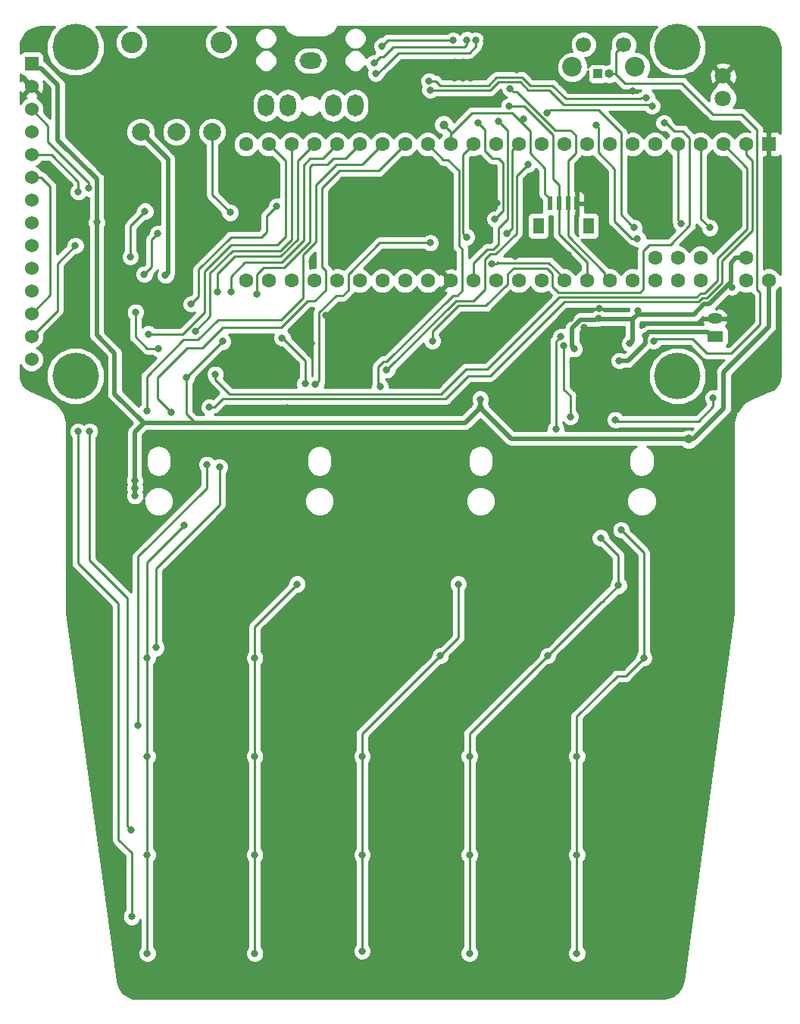
<source format=gbr>
G04 #@! TF.GenerationSoftware,KiCad,Pcbnew,(5.0.0-3-g5ebb6b6)*
G04 #@! TF.CreationDate,2018-10-17T11:41:48-06:00*
G04 #@! TF.ProjectId,teensy_beats,7465656E73795F62656174732E6B6963,rev?*
G04 #@! TF.SameCoordinates,Original*
G04 #@! TF.FileFunction,Copper,L2,Bot,Signal*
G04 #@! TF.FilePolarity,Positive*
%FSLAX46Y46*%
G04 Gerber Fmt 4.6, Leading zero omitted, Abs format (unit mm)*
G04 Created by KiCad (PCBNEW (5.0.0-3-g5ebb6b6)) date Wednesday, October 17, 2018 at 11:41:48 AM*
%MOMM*%
%LPD*%
G01*
G04 APERTURE LIST*
G04 #@! TA.AperFunction,ComponentPad*
%ADD10O,1.000000X1.000000*%
G04 #@! TD*
G04 #@! TA.AperFunction,ComponentPad*
%ADD11R,1.000000X1.000000*%
G04 #@! TD*
G04 #@! TA.AperFunction,ComponentPad*
%ADD12C,5.200000*%
G04 #@! TD*
G04 #@! TA.AperFunction,ComponentPad*
%ADD13R,1.524000X1.524000*%
G04 #@! TD*
G04 #@! TA.AperFunction,ComponentPad*
%ADD14C,1.524000*%
G04 #@! TD*
G04 #@! TA.AperFunction,ComponentPad*
%ADD15C,1.600000*%
G04 #@! TD*
G04 #@! TA.AperFunction,ComponentPad*
%ADD16R,1.600000X1.600000*%
G04 #@! TD*
G04 #@! TA.AperFunction,SMDPad,CuDef*
%ADD17R,1.200000X1.800000*%
G04 #@! TD*
G04 #@! TA.AperFunction,SMDPad,CuDef*
%ADD18R,0.600000X1.550000*%
G04 #@! TD*
G04 #@! TA.AperFunction,BGAPad,CuDef*
%ADD19C,1.000000*%
G04 #@! TD*
G04 #@! TA.AperFunction,ComponentPad*
%ADD20O,1.700000X1.200000*%
G04 #@! TD*
G04 #@! TA.AperFunction,ComponentPad*
%ADD21R,1.700000X1.200000*%
G04 #@! TD*
G04 #@! TA.AperFunction,ComponentPad*
%ADD22O,2.500000X1.800000*%
G04 #@! TD*
G04 #@! TA.AperFunction,ComponentPad*
%ADD23O,1.800000X2.500000*%
G04 #@! TD*
G04 #@! TA.AperFunction,ComponentPad*
%ADD24C,1.700000*%
G04 #@! TD*
G04 #@! TA.AperFunction,ComponentPad*
%ADD25C,2.200000*%
G04 #@! TD*
G04 #@! TA.AperFunction,ComponentPad*
%ADD26C,1.800000*%
G04 #@! TD*
G04 #@! TA.AperFunction,ComponentPad*
%ADD27C,2.400000*%
G04 #@! TD*
G04 #@! TA.AperFunction,ComponentPad*
%ADD28C,2.000000*%
G04 #@! TD*
G04 #@! TA.AperFunction,ViaPad*
%ADD29C,0.800000*%
G04 #@! TD*
G04 #@! TA.AperFunction,Conductor*
%ADD30C,0.250000*%
G04 #@! TD*
G04 #@! TA.AperFunction,Conductor*
%ADD31C,0.500000*%
G04 #@! TD*
G04 #@! TA.AperFunction,Conductor*
%ADD32C,0.254000*%
G04 #@! TD*
G04 APERTURE END LIST*
D10*
G04 #@! TO.P,J4,2*
G04 #@! TO.N,+BATT*
X123370000Y-43250000D03*
D11*
G04 #@! TO.P,J4,1*
G04 #@! TO.N,Net-(D6-Pad3)*
X122100000Y-43250000D03*
G04 #@! TD*
D12*
G04 #@! TO.P,U3,*
G04 #@! TO.N,*
X130990000Y-40280000D03*
X130990000Y-77000000D03*
X63730000Y-77000000D03*
X63730000Y-40280000D03*
D13*
G04 #@! TO.P,U3,1*
G04 #@! TO.N,+5V*
X58810000Y-42130000D03*
D14*
G04 #@! TO.P,U3,13*
G04 #@! TO.N,MISO*
X58810000Y-72610000D03*
G04 #@! TO.P,U3,12*
G04 #@! TO.N,MOSI*
X58810000Y-70070000D03*
G04 #@! TO.P,U3,11*
G04 #@! TO.N,TOUCH_CS*
X58810000Y-67530000D03*
G04 #@! TO.P,U3,10*
G04 #@! TO.N,SCLK*
X58810000Y-64990000D03*
G04 #@! TO.P,U3,9*
G04 #@! TO.N,MISO*
X58810000Y-62450000D03*
G04 #@! TO.P,U3,8*
G04 #@! TO.N,Net-(R2-Pad2)*
X58810000Y-59910000D03*
G04 #@! TO.P,U3,7*
G04 #@! TO.N,SCLK*
X58810000Y-57370000D03*
G04 #@! TO.P,U3,6*
G04 #@! TO.N,MOSI*
X58810000Y-54830000D03*
G04 #@! TO.P,U3,5*
G04 #@! TO.N,TFT_DC*
X58810000Y-52290000D03*
G04 #@! TO.P,U3,4*
G04 #@! TO.N,+3V3*
X58810000Y-49750000D03*
G04 #@! TO.P,U3,3*
G04 #@! TO.N,TFT_CS*
X58810000Y-47210000D03*
G04 #@! TO.P,U3,2*
G04 #@! TO.N,GND*
X58810000Y-44670000D03*
G04 #@! TO.P,U3,14*
G04 #@! TO.N,TOUCH_IRQ*
X58810000Y-75150000D03*
G04 #@! TD*
D15*
G04 #@! TO.P,U1,57*
G04 #@! TO.N,PWR_BTN*
X128510000Y-63830000D03*
G04 #@! TO.P,U1,56*
G04 #@! TO.N,BATT_LEVEL*
X131050000Y-63830000D03*
G04 #@! TO.P,U1,55*
G04 #@! TO.N,Net-(U1-Pad55)*
X133590000Y-63830000D03*
G04 #@! TO.P,U1,54*
G04 #@! TO.N,VBUS*
X138670000Y-63830000D03*
G04 #@! TO.P,U1,53*
G04 #@! TO.N,+5V*
X141210000Y-66370000D03*
G04 #@! TO.P,U1,52*
G04 #@! TO.N,AGND*
X138670000Y-66370000D03*
G04 #@! TO.P,U1,50*
G04 #@! TO.N,LRCLK*
X133590000Y-66370000D03*
G04 #@! TO.P,U1,49*
G04 #@! TO.N,TX*
X131050000Y-66370000D03*
G04 #@! TO.P,U1,48*
G04 #@! TO.N,TFT_CS*
X128510000Y-66370000D03*
G04 #@! TO.P,U1,47*
G04 #@! TO.N,PG*
X125970000Y-66370000D03*
G04 #@! TO.P,U1,46*
G04 #@! TO.N,SCL*
X123430000Y-66370000D03*
G04 #@! TO.P,U1,45*
G04 #@! TO.N,SDA*
X120890000Y-66370000D03*
G04 #@! TO.P,U1,44*
G04 #@! TO.N,E2A*
X118350000Y-66370000D03*
G04 #@! TO.P,U1,43*
G04 #@! TO.N,BATT_STAT2*
X115810000Y-66370000D03*
G04 #@! TO.P,U1,42*
G04 #@! TO.N,BATT_STAT1*
X113270000Y-66370000D03*
G04 #@! TO.P,U1,41*
G04 #@! TO.N,SCLK*
X110730000Y-66370000D03*
G04 #@! TO.P,U1,40*
G04 #@! TO.N,RX*
X108190000Y-66370000D03*
G04 #@! TO.P,U1,39*
G04 #@! TO.N,GND*
X105650000Y-66370000D03*
G04 #@! TO.P,U1,38*
G04 #@! TO.N,Net-(U1-Pad38)*
X103110000Y-66370000D03*
D16*
G04 #@! TO.P,U1,1*
G04 #@! TO.N,GND*
X141210000Y-51130000D03*
D15*
G04 #@! TO.P,U1,2*
G04 #@! TO.N,RGB_CLOCK*
X138670000Y-51130000D03*
G04 #@! TO.P,U1,3*
G04 #@! TO.N,RGB_DATA*
X136130000Y-51130000D03*
G04 #@! TO.P,U1,4*
G04 #@! TO.N,E4B*
X133590000Y-51130000D03*
G04 #@! TO.P,U1,5*
G04 #@! TO.N,E4A*
X131050000Y-51130000D03*
G04 #@! TO.P,U1,6*
G04 #@! TO.N,REC_LED*
X128510000Y-51130000D03*
G04 #@! TO.P,U1,7*
G04 #@! TO.N,PCTL*
X125970000Y-51130000D03*
G04 #@! TO.P,U1,8*
G04 #@! TO.N,CS*
X123430000Y-51130000D03*
G04 #@! TO.P,U1,9*
G04 #@! TO.N,MOSI*
X120890000Y-51130000D03*
G04 #@! TO.P,U1,10*
G04 #@! TO.N,E3B*
X118350000Y-51130000D03*
G04 #@! TO.P,U1,11*
G04 #@! TO.N,BCLK*
X115810000Y-51130000D03*
G04 #@! TO.P,U1,12*
G04 #@! TO.N,TFT_DC*
X113270000Y-51130000D03*
G04 #@! TO.P,U1,13*
G04 #@! TO.N,MCLK*
X110730000Y-51130000D03*
G04 #@! TO.P,U1,37*
G04 #@! TO.N,Net-(U1-Pad37)*
X100570000Y-66370000D03*
G04 #@! TO.P,U1,36*
G04 #@! TO.N,KEYPAD_C4*
X98030000Y-66370000D03*
G04 #@! TO.P,U1,35*
G04 #@! TO.N,KEYPAD_C3*
X95490000Y-66370000D03*
G04 #@! TO.P,U1,34*
G04 #@! TO.N,KEYPAD_C2*
X92950000Y-66370000D03*
G04 #@! TO.P,U1,33*
G04 #@! TO.N,KEYPAD_C1*
X90410000Y-66370000D03*
G04 #@! TO.P,U1,32*
G04 #@! TO.N,KEYPAD_C0*
X87870000Y-66370000D03*
G04 #@! TO.P,U1,31*
G04 #@! TO.N,E2B*
X85330000Y-66370000D03*
G04 #@! TO.P,U1,30*
G04 #@! TO.N,TOUCH_CS*
X82790000Y-66370000D03*
G04 #@! TO.P,U1,24*
G04 #@! TO.N,VOLUME*
X82790000Y-51130000D03*
G04 #@! TO.P,U1,23*
G04 #@! TO.N,KEYPAD_R3*
X85330000Y-51130000D03*
G04 #@! TO.P,U1,22*
G04 #@! TO.N,KEYPAD_R2*
X87870000Y-51130000D03*
G04 #@! TO.P,U1,21*
G04 #@! TO.N,KEYPAD_R1*
X90410000Y-51130000D03*
G04 #@! TO.P,U1,14*
G04 #@! TO.N,MISO*
X108190000Y-51130000D03*
G04 #@! TO.P,U1,15*
G04 #@! TO.N,+3V3*
X105650000Y-51130000D03*
G04 #@! TO.P,U1,16*
G04 #@! TO.N,E3A*
X103110000Y-51130000D03*
G04 #@! TO.P,U1,20*
G04 #@! TO.N,KEYPAD_R0*
X92950000Y-51130000D03*
G04 #@! TO.P,U1,19*
G04 #@! TO.N,KEYPAD_R4*
X95490000Y-51130000D03*
G04 #@! TO.P,U1,18*
G04 #@! TO.N,E1B*
X98030000Y-51130000D03*
G04 #@! TO.P,U1,17*
G04 #@! TO.N,E1A*
X100570000Y-51130000D03*
G04 #@! TD*
D17*
G04 #@! TO.P,J3,*
G04 #@! TO.N,*
X121050000Y-60237500D03*
X115450000Y-60237500D03*
D18*
G04 #@! TO.P,J3,4*
G04 #@! TO.N,GND*
X119750000Y-57712500D03*
G04 #@! TO.P,J3,3*
G04 #@! TO.N,SCL*
X118750000Y-57712500D03*
G04 #@! TO.P,J3,2*
G04 #@! TO.N,SDA*
X117750000Y-57712500D03*
G04 #@! TO.P,J3,1*
G04 #@! TO.N,+3V3*
X116750000Y-57712500D03*
G04 #@! TD*
D19*
G04 #@! TO.P,TP5,1*
G04 #@! TO.N,GND*
X134025000Y-86075000D03*
G04 #@! TD*
G04 #@! TO.P,TP4,1*
G04 #@! TO.N,+3V3*
X104875000Y-48950000D03*
G04 #@! TD*
G04 #@! TO.P,TP3,1*
G04 #@! TO.N,+5V*
X132250000Y-84075000D03*
G04 #@! TD*
D20*
G04 #@! TO.P,J1,2*
G04 #@! TO.N,GND*
X135200000Y-70600000D03*
D21*
G04 #@! TO.P,J1,1*
G04 #@! TO.N,VLIPO*
X135200000Y-72600000D03*
G04 #@! TD*
D22*
G04 #@! TO.P,J2,1*
G04 #@! TO.N,Net-(J2-Pad1)*
X90000000Y-41790000D03*
D23*
G04 #@! TO.P,J2,2*
G04 #@! TO.N,Net-(J2-Pad2)*
X85000000Y-46790000D03*
G04 #@! TO.P,J2,3*
G04 #@! TO.N,Net-(J2-Pad3)*
X95000000Y-46790000D03*
G04 #@! TO.P,J2,*
G04 #@! TO.N,*
X87500000Y-46790000D03*
X92500000Y-46790000D03*
G04 #@! TD*
D24*
G04 #@! TO.P,SW5,1*
G04 #@! TO.N,Net-(D6-Pad1)*
X120500000Y-40000000D03*
G04 #@! TO.P,SW5,2*
G04 #@! TO.N,+BATT*
X125000000Y-40000000D03*
D25*
G04 #@! TO.P,SW5,*
G04 #@! TO.N,*
X119250000Y-42500000D03*
X126250000Y-42500000D03*
G04 #@! TD*
D26*
G04 #@! TO.P,MK1,1*
G04 #@! TO.N,GND*
X136100000Y-43500000D03*
G04 #@! TO.P,MK1,2*
G04 #@! TO.N,Net-(C33-Pad2)*
X136100000Y-46000000D03*
G04 #@! TD*
D27*
G04 #@! TO.P,RV1,*
G04 #@! TO.N,*
X80000000Y-39750000D03*
X70000000Y-39750000D03*
D28*
G04 #@! TO.P,RV1,1*
G04 #@! TO.N,+3V3*
X71000000Y-49750000D03*
G04 #@! TO.P,RV1,2*
G04 #@! TO.N,VOLUME*
X75000000Y-49750000D03*
G04 #@! TO.P,RV1,3*
G04 #@! TO.N,AGND*
X79000000Y-49750000D03*
G04 #@! TD*
D29*
G04 #@! TO.N,Net-(D1-Pad1)*
X71750000Y-141500000D03*
X71750000Y-130500000D03*
X71750000Y-119500000D03*
X71750000Y-108500000D03*
X75850000Y-93650000D03*
G04 #@! TO.N,Net-(D2-Pad1)*
X83750000Y-141500000D03*
X83750000Y-130500000D03*
X83750000Y-119500000D03*
X83750000Y-108500000D03*
X88500000Y-100250000D03*
G04 #@! TO.N,Net-(D3-Pad1)*
X95750000Y-141250000D03*
X95750000Y-130500000D03*
X95750000Y-119500000D03*
X104500000Y-108250000D03*
X106500000Y-100250000D03*
G04 #@! TO.N,Net-(D4-Pad1)*
X107750000Y-141500000D03*
X107750000Y-130500000D03*
X107750000Y-119500000D03*
X116500000Y-108250000D03*
X124400000Y-100400000D03*
X122400000Y-95100000D03*
G04 #@! TO.N,GND*
X141700000Y-76875000D03*
X122650000Y-38900000D03*
X114000000Y-63100000D03*
X118800000Y-63500000D03*
X86250000Y-104000000D03*
X74250000Y-104000000D03*
X98250000Y-104000000D03*
X110250000Y-104000000D03*
X77750000Y-113000000D03*
X89750000Y-113000000D03*
X101750000Y-113000000D03*
X113750000Y-113000000D03*
X122250000Y-104000000D03*
X77750000Y-135000000D03*
X89750000Y-135000000D03*
X101750000Y-135000000D03*
X113750000Y-135000000D03*
X125750000Y-135000000D03*
X86250000Y-126000000D03*
X74250000Y-126000000D03*
X98250000Y-126025000D03*
X110250000Y-126000000D03*
X122250000Y-126000000D03*
X125750000Y-113000000D03*
X106075000Y-71925000D03*
X107325000Y-71925000D03*
X107325000Y-73175000D03*
X106075000Y-73175000D03*
X107846482Y-41980364D03*
X107846482Y-43705364D03*
X106121482Y-41980364D03*
X106121482Y-43705364D03*
X121947452Y-72762787D03*
X121947452Y-74012787D03*
X123197452Y-74012787D03*
X123197452Y-72762787D03*
X87200000Y-42800000D03*
X92700000Y-40500000D03*
X87200000Y-40500000D03*
X75300000Y-39600000D03*
X89050000Y-48100000D03*
X90950000Y-48100000D03*
X96700000Y-38600000D03*
X82000000Y-95700000D03*
X100000000Y-95500000D03*
X117900000Y-97500000D03*
X117900000Y-99900000D03*
X100000000Y-99400000D03*
X82000000Y-99600000D03*
X95900000Y-86900000D03*
X83200000Y-87500000D03*
X115300000Y-87150000D03*
X132350000Y-87850000D03*
X135400000Y-95700000D03*
X134900000Y-104900000D03*
X136750000Y-84950000D03*
X115100000Y-54800000D03*
X135850000Y-54170000D03*
X135740000Y-56330000D03*
X129000000Y-60700000D03*
X141500000Y-64000000D03*
X141450000Y-53650000D03*
X127800000Y-38400000D03*
X117800000Y-38600000D03*
X107000000Y-43700000D03*
X107000000Y-42850000D03*
X107000000Y-41950000D03*
X107850000Y-42850000D03*
X106100000Y-42850000D03*
X109650000Y-39550000D03*
X122622452Y-73387787D03*
X106700000Y-72550000D03*
X141350000Y-48350000D03*
X134300000Y-48650000D03*
X102600000Y-42050000D03*
X59400000Y-39700000D03*
X59300000Y-77600000D03*
X113800000Y-38600000D03*
X109100000Y-75150000D03*
X76150000Y-63550000D03*
X112925000Y-80450000D03*
X114450000Y-80500000D03*
X111600000Y-80550000D03*
X101650000Y-83600000D03*
X106850000Y-86250000D03*
X84250000Y-77925000D03*
X113000000Y-42800000D03*
X115050000Y-42750000D03*
X101450000Y-45600000D03*
X97200000Y-47000000D03*
X76350000Y-55400000D03*
X71550000Y-53500000D03*
X67150000Y-47850000D03*
X128275000Y-80550000D03*
X90550000Y-81050000D03*
X77900000Y-94950000D03*
X73800000Y-98850000D03*
X120600000Y-75500000D03*
X102250000Y-74800000D03*
X99325000Y-69925000D03*
X105050000Y-74850000D03*
X108350000Y-70200000D03*
X105875000Y-64375000D03*
X76175000Y-70375000D03*
X113150000Y-70450000D03*
X112900000Y-71550000D03*
X127950000Y-74850000D03*
X137050000Y-58500000D03*
X141750000Y-74800000D03*
X141800000Y-73000000D03*
X136750000Y-83000000D03*
X136250000Y-87000000D03*
X133000000Y-80200000D03*
X101650000Y-81000000D03*
X100200000Y-77650000D03*
X102950000Y-77650000D03*
X110900000Y-89850000D03*
X107750000Y-92850000D03*
X112850000Y-86100000D03*
X134250000Y-113000000D03*
X131950000Y-118800000D03*
X132950000Y-123850000D03*
X131000000Y-138950000D03*
X123850000Y-145250000D03*
X105850000Y-145750000D03*
X94000000Y-145600000D03*
X76000000Y-145600000D03*
X68850000Y-139450000D03*
X65600000Y-113800000D03*
X65100000Y-108500000D03*
X66900000Y-87550000D03*
X68500000Y-86300000D03*
X90950000Y-94350000D03*
X91000000Y-99400000D03*
X86300000Y-94700000D03*
X88500000Y-86650000D03*
X108850000Y-96800000D03*
X108850000Y-99800000D03*
X75350000Y-108000000D03*
X79950000Y-108000000D03*
X86750000Y-108000000D03*
X93950000Y-108150000D03*
X100150000Y-108000000D03*
X111950000Y-108100000D03*
X105800000Y-111750000D03*
X93950000Y-111750000D03*
X81900000Y-111650000D03*
X73400000Y-111750000D03*
X75850000Y-119000000D03*
X88050000Y-119150000D03*
X99900000Y-119050000D03*
X111850000Y-119050000D03*
X117900000Y-119200000D03*
X123800000Y-119050000D03*
X117900000Y-122700000D03*
X105850000Y-122650000D03*
X93950000Y-122600000D03*
X82000000Y-122600000D03*
X76200000Y-130150000D03*
X88000000Y-130000000D03*
X99850000Y-130000000D03*
X112000000Y-130000000D03*
X124050000Y-130000000D03*
X124050000Y-141150000D03*
X112000000Y-141000000D03*
X99850000Y-141250000D03*
X88000000Y-141150000D03*
X75950000Y-141000000D03*
X73450000Y-136300000D03*
X81850000Y-133550000D03*
X93950000Y-133650000D03*
X106000000Y-133650000D03*
X117900000Y-133650000D03*
X125950000Y-99800000D03*
X129350000Y-100350000D03*
X94050000Y-64350000D03*
X99350000Y-64400000D03*
X128550000Y-43150000D03*
X133600000Y-43300000D03*
X125950000Y-45200000D03*
X117700000Y-40850000D03*
X99600000Y-38400000D03*
X109600000Y-38450000D03*
X112550000Y-40450000D03*
X67425000Y-72175000D03*
X67900000Y-70850000D03*
X63550000Y-70450000D03*
X64050000Y-66350000D03*
X68000000Y-67000000D03*
X67850000Y-61600000D03*
X64650000Y-61200000D03*
X64500000Y-51150000D03*
X72150000Y-57000000D03*
X80650000Y-56100000D03*
X71700000Y-68400000D03*
X74050000Y-67950000D03*
X63450000Y-48100000D03*
X68700000Y-51200000D03*
X77900000Y-57650000D03*
X75800000Y-57650000D03*
X85700000Y-55950000D03*
X100250000Y-55900000D03*
X94500000Y-55950000D03*
X110400000Y-53800000D03*
X105550000Y-56150000D03*
X110800000Y-57700000D03*
X115600000Y-57750000D03*
X125950000Y-57800000D03*
X126050000Y-53000000D03*
X129600000Y-57500000D03*
X72400000Y-43700000D03*
X77650000Y-43550000D03*
X82300000Y-46700000D03*
X82850000Y-40650000D03*
X60350000Y-46150000D03*
X60550000Y-45100000D03*
X60550000Y-47200000D03*
X60350000Y-53500000D03*
X61250000Y-54100000D03*
X67750000Y-54700000D03*
X69550000Y-78825000D03*
X72750000Y-88650000D03*
X63900000Y-104550000D03*
X67100000Y-105700000D03*
X66850000Y-126600000D03*
X123850000Y-89850000D03*
X94200000Y-69400000D03*
X96750000Y-68350000D03*
X91700000Y-70250000D03*
X89200000Y-70800000D03*
X90100000Y-73400000D03*
X95100000Y-75600000D03*
X97900000Y-73300000D03*
X123800000Y-80500000D03*
X120200000Y-80450000D03*
X116200000Y-81650000D03*
X124850000Y-86050000D03*
X141750000Y-41250000D03*
X138400000Y-41350000D03*
X125350000Y-48250000D03*
X134950000Y-40650000D03*
X107450000Y-79700000D03*
X64300000Y-64025000D03*
X67925000Y-64025000D03*
X62625000Y-58150000D03*
X62325000Y-56250000D03*
X119275000Y-75450000D03*
X139150000Y-68100000D03*
X137975000Y-71725000D03*
X137050000Y-70850000D03*
X137075000Y-72750000D03*
X137050000Y-71775000D03*
X85250000Y-73025000D03*
X67875000Y-80575000D03*
X87900000Y-77950000D03*
X87350000Y-80575000D03*
X78750000Y-62300000D03*
X128975000Y-86025000D03*
X112950000Y-75900000D03*
X113775000Y-75075000D03*
X119975000Y-78650000D03*
X124975000Y-77025000D03*
X123550000Y-76625000D03*
X121950000Y-62400000D03*
X123300000Y-63500000D03*
X112900000Y-63600000D03*
X116400000Y-62650000D03*
X122000000Y-57350000D03*
X141430000Y-58650000D03*
X138320000Y-44990000D03*
X118010000Y-44200000D03*
X122300000Y-69450000D03*
X120600000Y-71550000D03*
X119050000Y-70550000D03*
X112950000Y-78350000D03*
X102900000Y-53200000D03*
X100700000Y-53150000D03*
X84000000Y-53100000D03*
X80750000Y-53200000D03*
X81100000Y-49950000D03*
X108100000Y-55450000D03*
X108100000Y-53000000D03*
X119850000Y-53450000D03*
X129300000Y-53750000D03*
X90200000Y-64250000D03*
G04 #@! TO.N,+5V*
X66100000Y-59850000D03*
X108950000Y-80550000D03*
X108950000Y-79600000D03*
X70350000Y-88700000D03*
X70350000Y-89550000D03*
X70350000Y-90400000D03*
X80175000Y-73150000D03*
X76125000Y-77200000D03*
G04 #@! TO.N,+3V3*
X73785000Y-65765000D03*
X73000000Y-73925000D03*
X70425000Y-69875000D03*
X113820000Y-48275000D03*
G04 #@! TO.N,+BATT*
X128350000Y-73100000D03*
G04 #@! TO.N,VBUS*
X126600000Y-69700000D03*
X122150000Y-70550000D03*
X119445336Y-73981946D03*
X125675000Y-73400000D03*
X137050000Y-67075000D03*
G04 #@! TO.N,CS*
X86200000Y-58050000D03*
X76625000Y-68975000D03*
G04 #@! TO.N,MISO*
X63700000Y-62450000D03*
X107449847Y-61475153D03*
G04 #@! TO.N,MOSI*
X69850000Y-63700000D03*
X71500000Y-58600000D03*
G04 #@! TO.N,SCLK*
X71400000Y-65650000D03*
X72900000Y-61100000D03*
G04 #@! TO.N,SDA*
X112170000Y-46875000D03*
G04 #@! TO.N,SCL*
X112265010Y-44885000D03*
G04 #@! TO.N,RX*
X110977653Y-48552347D03*
G04 #@! TO.N,TFT_DC*
X64050000Y-56450000D03*
G04 #@! TO.N,TFT_CS*
X65200000Y-56050000D03*
G04 #@! TO.N,TX*
X126120000Y-60450000D03*
X116452653Y-47667347D03*
G04 #@! TO.N,LRCLK*
X108700000Y-48700000D03*
X110600000Y-59475000D03*
G04 #@! TO.N,KEYPAD_R3*
X71875000Y-72325000D03*
G04 #@! TO.N,KEYPAD_R2*
X77155238Y-72043069D03*
G04 #@! TO.N,KEYPAD_R1*
X79600000Y-67600000D03*
G04 #@! TO.N,KEYPAD_R0*
X81150000Y-67575000D03*
G04 #@! TO.N,AGND*
X81000000Y-58750000D03*
G04 #@! TO.N,KEYPAD_R4*
X84025000Y-67850000D03*
G04 #@! TO.N,Net-(D5-Pad1)*
X119750000Y-141500000D03*
X119750000Y-130500000D03*
X119750000Y-119500000D03*
X127250000Y-108500000D03*
X124700000Y-94200000D03*
G04 #@! TO.N,PWR_BTN*
X126530000Y-61650000D03*
X121900000Y-49000000D03*
G04 #@! TO.N,E4B*
X135000000Y-79450000D03*
X134600000Y-60450000D03*
X124050000Y-81900000D03*
G04 #@! TO.N,E4A*
X131400000Y-60000000D03*
G04 #@! TO.N,E3B*
X98500000Y-76350000D03*
G04 #@! TO.N,TFT_DC*
X111900000Y-61100000D03*
G04 #@! TO.N,E3B*
X114297842Y-53346763D03*
G04 #@! TO.N,E3A*
X97750000Y-78200000D03*
G04 #@! TO.N,E2B*
X89375000Y-77850000D03*
X86825000Y-72750000D03*
G04 #@! TO.N,E2A*
X90550000Y-77950000D03*
X103375000Y-62125000D03*
X110200000Y-64500000D03*
G04 #@! TO.N,E1B*
X71700000Y-80900000D03*
G04 #@! TO.N,E1A*
X74425000Y-81100000D03*
G04 #@! TO.N,RGB_CLOCK*
X78650000Y-80500000D03*
G04 #@! TO.N,RGB_DATA*
X79350000Y-76825000D03*
G04 #@! TO.N,VLIPO*
X124500000Y-75300000D03*
X127400000Y-72500000D03*
G04 #@! TO.N,BATT_STAT2*
X117400000Y-82950000D03*
X117979999Y-72600000D03*
G04 #@! TO.N,BATT_STAT1*
X118300000Y-73600000D03*
X119000000Y-81550000D03*
G04 #@! TO.N,Net-(D6-Pad3)*
X129500000Y-48750000D03*
X103600000Y-73100000D03*
G04 #@! TO.N,Net-(R4-Pad1)*
X72700000Y-107350000D03*
X79813797Y-87161190D03*
G04 #@! TO.N,Net-(R5-Pad1)*
X70700000Y-116000000D03*
X78400000Y-86900000D03*
G04 #@! TO.N,Net-(R6-Pad1)*
X69900000Y-127700000D03*
X65300000Y-83200000D03*
G04 #@! TO.N,Net-(C34-Pad1)*
X103350000Y-45050000D03*
X128150000Y-46850000D03*
G04 #@! TO.N,Net-(R7-Pad1)*
X70000000Y-137400000D03*
X64000000Y-83200000D03*
G04 #@! TO.N,Net-(J2-Pad1)*
X107458982Y-39471615D03*
X97100000Y-42050000D03*
G04 #@! TO.N,Net-(J2-Pad2)*
X108458163Y-39512127D03*
X97275000Y-43225000D03*
G04 #@! TO.N,Net-(J2-Pad3)*
X98000000Y-40150000D03*
X105904188Y-39494568D03*
G04 #@! TO.N,Net-(C33-Pad1)*
X103250000Y-44050000D03*
X127541729Y-45896183D03*
G04 #@! TD*
D30*
G04 #@! TO.N,Net-(D1-Pad1)*
X71750000Y-141500000D02*
X71750000Y-130500000D01*
X71750000Y-119500000D02*
X71750000Y-130500000D01*
X71750000Y-108500000D02*
X71750000Y-119500000D01*
X71750000Y-108500000D02*
X71750000Y-97800000D01*
X75850000Y-93700000D02*
X75850000Y-93650000D01*
X71750000Y-97800000D02*
X75850000Y-93700000D01*
G04 #@! TO.N,Net-(D2-Pad1)*
X83750000Y-141500000D02*
X83750000Y-130500000D01*
X83750000Y-119500000D02*
X83750000Y-130500000D01*
X83750000Y-108500000D02*
X83750000Y-119500000D01*
X83750000Y-105000000D02*
X88500000Y-100250000D01*
X83750000Y-108500000D02*
X83750000Y-105000000D01*
G04 #@! TO.N,Net-(D3-Pad1)*
X95750000Y-130500000D02*
X95750000Y-141250000D01*
X95750000Y-130500000D02*
X95750000Y-119500000D01*
X95750000Y-117000000D02*
X95750000Y-119500000D01*
X104500000Y-108250000D02*
X95750000Y-117000000D01*
X106500000Y-106250000D02*
X104500000Y-108250000D01*
X106500000Y-100250000D02*
X106500000Y-106250000D01*
G04 #@! TO.N,Net-(D4-Pad1)*
X107750000Y-141500000D02*
X107750000Y-130500000D01*
X107750000Y-119500000D02*
X107750000Y-130500000D01*
X107750000Y-117000000D02*
X107750000Y-119500000D01*
X116500000Y-108250000D02*
X107750000Y-117000000D01*
X116500000Y-108250000D02*
X122550000Y-102200000D01*
X122550000Y-102200000D02*
X122600000Y-102200000D01*
X122600000Y-102200000D02*
X124400000Y-100400000D01*
X124400000Y-100400000D02*
X124400000Y-97100000D01*
X124400000Y-97100000D02*
X122400000Y-95100000D01*
D31*
G04 #@! TO.N,+5V*
X59180000Y-42130000D02*
X58810000Y-42130000D01*
X59330000Y-42650000D02*
X58810000Y-42130000D01*
X59900000Y-42650000D02*
X59330000Y-42650000D01*
X61750000Y-50650000D02*
X61750000Y-44500000D01*
X61750000Y-44500000D02*
X59900000Y-42650000D01*
X66100000Y-55000000D02*
X61750000Y-50650000D01*
X66100000Y-59850000D02*
X66100000Y-55000000D01*
X68100000Y-74450000D02*
X66100000Y-72450000D01*
X66100000Y-72450000D02*
X66100000Y-59850000D01*
X68100000Y-79000000D02*
X68100000Y-74450000D01*
X71350000Y-82250000D02*
X68100000Y-79000000D01*
X70350000Y-83250000D02*
X71350000Y-82250000D01*
X70350000Y-88700000D02*
X70350000Y-83250000D01*
X70350000Y-88700000D02*
X70350000Y-89550000D01*
X70350000Y-89550000D02*
X70350000Y-90400000D01*
X107250000Y-82250000D02*
X108950000Y-80550000D01*
X108950000Y-80550000D02*
X108950000Y-79600000D01*
X108950000Y-80550000D02*
X112400000Y-84000000D01*
X132800000Y-84000000D02*
X112400000Y-84000000D01*
X136150000Y-76550000D02*
X141210000Y-71490000D01*
X136150000Y-80650000D02*
X136150000Y-76550000D01*
X141210000Y-71490000D02*
X141210000Y-66370000D01*
X132800000Y-84000000D02*
X136150000Y-80650000D01*
D30*
X80175000Y-73150000D02*
X76125000Y-77200000D01*
D31*
X71350000Y-82250000D02*
X76475000Y-82250000D01*
D30*
X76125000Y-81275000D02*
X77100000Y-82250000D01*
X76125000Y-81100000D02*
X76125000Y-81275000D01*
D31*
X76475000Y-82250000D02*
X77100000Y-82250000D01*
X77100000Y-82250000D02*
X107250000Y-82250000D01*
D30*
X76125000Y-81100000D02*
X76125000Y-77200000D01*
G04 #@! TO.N,+3V3*
X105650000Y-51130000D02*
X105650000Y-49998630D01*
X108048630Y-47600000D02*
X105650000Y-49998630D01*
X112500000Y-47600000D02*
X108048630Y-47600000D01*
D31*
X71000000Y-49750000D02*
X74050000Y-52800000D01*
X74050000Y-65500000D02*
X73785000Y-65765000D01*
X74050000Y-52800000D02*
X74050000Y-65500000D01*
D30*
X71725000Y-73925000D02*
X70425000Y-72625000D01*
X73000000Y-73925000D02*
X71725000Y-73925000D01*
X70425000Y-72625000D02*
X70425000Y-69875000D01*
X105650000Y-49725000D02*
X105650000Y-51130000D01*
X104875000Y-48950000D02*
X105650000Y-49725000D01*
X114550000Y-49650000D02*
X114550000Y-52150000D01*
X116750000Y-57237500D02*
X116750000Y-57712500D01*
X116200000Y-53800000D02*
X116200000Y-56687500D01*
X116200000Y-56687500D02*
X116750000Y-57237500D01*
X114550000Y-52150000D02*
X116200000Y-53800000D01*
X113820000Y-48275000D02*
X113605000Y-48490000D01*
X113605000Y-48490000D02*
X113390000Y-48490000D01*
X113390000Y-48490000D02*
X114550000Y-49650000D01*
X112500000Y-47600000D02*
X113390000Y-48490000D01*
G04 #@! TO.N,+BATT*
X125000000Y-40000000D02*
X124150001Y-40849999D01*
X124150001Y-40849999D02*
X124150001Y-43350001D01*
X124077106Y-43250000D02*
X123370000Y-43250000D01*
X124150001Y-43322895D02*
X124077106Y-43250000D01*
X124150001Y-43350001D02*
X124150001Y-43322895D01*
X134300000Y-74450000D02*
X132700000Y-72850000D01*
X140250000Y-71225000D02*
X137025000Y-74450000D01*
X139900000Y-67375000D02*
X140250000Y-67725000D01*
X140250000Y-67725000D02*
X140250000Y-71225000D01*
X124150001Y-43350001D02*
X125100000Y-44300000D01*
X139900000Y-49500000D02*
X139900000Y-67375000D01*
X138174999Y-47774999D02*
X139900000Y-49500000D01*
X137025000Y-74450000D02*
X134300000Y-74450000D01*
X134974999Y-47774999D02*
X138174999Y-47774999D01*
X131500000Y-44300000D02*
X134974999Y-47774999D01*
X128600000Y-72850000D02*
X128350000Y-73100000D01*
X132700000Y-72850000D02*
X128600000Y-72850000D01*
X125100000Y-44300000D02*
X131500000Y-44300000D01*
G04 #@! TO.N,VBUS*
X126550000Y-69800000D02*
X126550000Y-70150000D01*
X126400000Y-69650000D02*
X126550000Y-69800000D01*
D31*
X136950000Y-64350000D02*
X136950000Y-66550000D01*
X137470000Y-63830000D02*
X136950000Y-64350000D01*
X138670000Y-63830000D02*
X137470000Y-63830000D01*
X126550000Y-70150000D02*
X126175000Y-70525000D01*
X126175000Y-70525000D02*
X125975000Y-70725000D01*
X125975000Y-70725000D02*
X125975000Y-73100000D01*
X125975000Y-73100000D02*
X125675000Y-73400000D01*
D30*
X136950000Y-66975000D02*
X136950000Y-66550000D01*
X137050000Y-67075000D02*
X136950000Y-66975000D01*
D31*
X132820000Y-70150000D02*
X126550000Y-70150000D01*
X136950000Y-66550000D02*
X135000000Y-68500000D01*
X135000000Y-68500000D02*
X134990000Y-68500000D01*
X134500000Y-68990000D02*
X133980000Y-68990000D01*
X134990000Y-68500000D02*
X134500000Y-68990000D01*
X133980000Y-68990000D02*
X132820000Y-70150000D01*
X119445336Y-73945336D02*
X119445336Y-73981946D01*
X119225000Y-73725000D02*
X119445336Y-73945336D01*
X119225000Y-71650000D02*
X119225000Y-73725000D01*
X120175000Y-70700000D02*
X119225000Y-71650000D01*
X121825000Y-70700000D02*
X120175000Y-70700000D01*
X125900000Y-70650000D02*
X122150000Y-70650000D01*
X125975000Y-70725000D02*
X125900000Y-70650000D01*
D30*
G04 #@! TO.N,CS*
X85100000Y-59150000D02*
X86200000Y-58050000D01*
X84500000Y-61500000D02*
X85100000Y-60900000D01*
X81100000Y-61500000D02*
X84500000Y-61500000D01*
X85100000Y-60900000D02*
X85100000Y-59150000D01*
X77500000Y-65100000D02*
X81100000Y-61500000D01*
X77500000Y-68100000D02*
X76625000Y-68975000D01*
X77500000Y-65100000D02*
X77500000Y-68100000D01*
G04 #@! TO.N,MISO*
X61700000Y-69720000D02*
X58810000Y-72610000D01*
X61700000Y-64450000D02*
X61700000Y-69720000D01*
X63700000Y-62450000D02*
X61700000Y-64450000D01*
X107025010Y-52294990D02*
X107390001Y-51929999D01*
X107390001Y-51929999D02*
X108190000Y-51130000D01*
X107025010Y-61050316D02*
X107025010Y-52294990D01*
X107449847Y-61475153D02*
X107025010Y-61050316D01*
G04 #@! TO.N,MOSI*
X60900000Y-67980000D02*
X58810000Y-70070000D01*
X60900000Y-56920000D02*
X60900000Y-67980000D01*
X60900000Y-56920000D02*
X60900000Y-56900000D01*
X69850000Y-63450000D02*
X69850000Y-63700000D01*
X69850000Y-60250000D02*
X69850000Y-63700000D01*
X71500000Y-58600000D02*
X69850000Y-60250000D01*
X60900000Y-56920000D02*
X60900000Y-55850000D01*
X60900000Y-55850000D02*
X59950000Y-54900000D01*
X59887630Y-54830000D02*
X58810000Y-54830000D01*
X59950000Y-54892370D02*
X59887630Y-54830000D01*
X59950000Y-54900000D02*
X59950000Y-54892370D01*
G04 #@! TO.N,SCLK*
X72250000Y-64800000D02*
X72250000Y-61750000D01*
X71400000Y-65650000D02*
X72250000Y-64800000D01*
X72250000Y-61750000D02*
X72900000Y-61100000D01*
G04 #@! TO.N,SDA*
X120890000Y-65238630D02*
X120890000Y-66370000D01*
X120890000Y-65238630D02*
X120890000Y-64290000D01*
X117750000Y-61150000D02*
X117750000Y-57712500D01*
X120890000Y-64290000D02*
X117750000Y-61150000D01*
X117075000Y-50075000D02*
X113875000Y-46875000D01*
X117075000Y-55025000D02*
X117075000Y-50075000D01*
X113875000Y-46875000D02*
X112170000Y-46875000D01*
X117750000Y-55700000D02*
X117075000Y-55025000D01*
X117750000Y-57712500D02*
X117750000Y-55700000D01*
G04 #@! TO.N,SCL*
X122875000Y-65815000D02*
X123430000Y-66370000D01*
X122875000Y-65475000D02*
X122875000Y-65815000D01*
X118750000Y-61350000D02*
X122875000Y-65475000D01*
X118750000Y-57712500D02*
X118750000Y-61350000D01*
X119075000Y-49600000D02*
X117360000Y-49600000D01*
X119600000Y-52125000D02*
X119600000Y-50125000D01*
X119600000Y-50125000D02*
X119075000Y-49600000D01*
X118750000Y-52975000D02*
X119600000Y-52125000D01*
X118750000Y-57712500D02*
X118750000Y-52975000D01*
X112665009Y-45284999D02*
X112265010Y-44885000D01*
X113044999Y-45284999D02*
X112665009Y-45284999D01*
X117360000Y-49600000D02*
X113044999Y-45284999D01*
G04 #@! TO.N,RX*
X112000000Y-49630000D02*
X112000000Y-49610000D01*
X112000000Y-49630000D02*
X112000000Y-59500000D01*
X112000000Y-49574694D02*
X110977653Y-48552347D01*
X112000000Y-49630000D02*
X112000000Y-49574694D01*
X111000000Y-60500000D02*
X111000000Y-62300000D01*
X112000000Y-59500000D02*
X111000000Y-60500000D01*
X111000000Y-62300000D02*
X110400000Y-62900000D01*
X108190000Y-64410000D02*
X108190000Y-64500000D01*
X109700000Y-62900000D02*
X108190000Y-64410000D01*
X110400000Y-62900000D02*
X109700000Y-62900000D01*
X108190000Y-64500000D02*
X108190000Y-66370000D01*
G04 #@! TO.N,TFT_DC*
X64050000Y-55300000D02*
X64050000Y-56450000D01*
X61040000Y-52290000D02*
X64050000Y-55300000D01*
X58810000Y-52290000D02*
X61040000Y-52290000D01*
G04 #@! TO.N,TFT_CS*
X60650000Y-49050000D02*
X58810000Y-47210000D01*
X60650000Y-50884315D02*
X60650000Y-49050000D01*
X65200000Y-55434315D02*
X60650000Y-50884315D01*
X65200000Y-55434315D02*
X65200000Y-56050000D01*
G04 #@! TO.N,TX*
X116790000Y-47330000D02*
X116452653Y-47667347D01*
X122200000Y-47330000D02*
X116790000Y-47330000D01*
X124680000Y-49810000D02*
X122200000Y-47330000D01*
X124680000Y-59000000D02*
X124680000Y-49810000D01*
X125720001Y-60040001D02*
X124680000Y-59000000D01*
X125720001Y-60050001D02*
X125720001Y-60040001D01*
X126120000Y-60450000D02*
X125720001Y-60050001D01*
G04 #@! TO.N,KEYPAD_R3*
X78125000Y-69900000D02*
X78125000Y-65325000D01*
X87200000Y-61450000D02*
X87200000Y-53000000D01*
X75700000Y-72325000D02*
X78125000Y-69900000D01*
X86300000Y-62350000D02*
X87200000Y-61450000D01*
X81100000Y-62350000D02*
X86300000Y-62350000D01*
X87200000Y-53000000D02*
X85330000Y-51130000D01*
X78125000Y-65325000D02*
X81100000Y-62350000D01*
X71875000Y-72325000D02*
X75700000Y-72325000D01*
G04 #@! TO.N,KEYPAD_R2*
X81250000Y-63000000D02*
X86600000Y-63000000D01*
X78775000Y-65475000D02*
X81250000Y-63000000D01*
X78775000Y-70325000D02*
X78775000Y-65475000D01*
X87870000Y-61730000D02*
X87870000Y-51130000D01*
X86600000Y-63000000D02*
X87870000Y-61730000D01*
X77100000Y-72000000D02*
X77155238Y-72043069D01*
X77155238Y-72043069D02*
X78775000Y-70325000D01*
G04 #@! TO.N,AGND*
X79000000Y-49750000D02*
X79000000Y-56750000D01*
X79000000Y-56750000D02*
X81000000Y-58750000D01*
G04 #@! TO.N,Net-(D5-Pad1)*
X119750000Y-141500000D02*
X119750000Y-130500000D01*
X119750000Y-119500000D02*
X119750000Y-130500000D01*
X119750000Y-119250000D02*
X119750000Y-119500000D01*
X127250000Y-108500000D02*
X125250000Y-110500000D01*
X125250000Y-110500000D02*
X124250000Y-110500000D01*
X119750000Y-115000000D02*
X119750000Y-119500000D01*
X124250000Y-110500000D02*
X119750000Y-115000000D01*
X127250000Y-96750000D02*
X124700000Y-94200000D01*
X127250000Y-108500000D02*
X127250000Y-96750000D01*
G04 #@! TO.N,VOLUME*
X82700000Y-51040000D02*
X82790000Y-51130000D01*
G04 #@! TO.N,PWR_BTN*
X122160000Y-50170000D02*
X122160000Y-52010000D01*
X122160000Y-52010000D02*
X122160000Y-52030000D01*
X122160000Y-52030000D02*
X123990000Y-53860000D01*
X123990000Y-53860000D02*
X123990000Y-59730000D01*
X123990000Y-59730000D02*
X123990000Y-59740000D01*
X125900000Y-61650000D02*
X126530000Y-61650000D01*
X123990000Y-59740000D02*
X125900000Y-61650000D01*
X122160000Y-49260000D02*
X121900000Y-49000000D01*
X122160000Y-50170000D02*
X122160000Y-49260000D01*
G04 #@! TO.N,E4B*
X133590000Y-59440000D02*
X133590000Y-51130000D01*
X135000000Y-79450000D02*
X135000000Y-80400000D01*
X133350000Y-82050000D02*
X135000000Y-80400000D01*
X133590000Y-59440000D02*
X134600000Y-60450000D01*
X133350000Y-82050000D02*
X124925000Y-82050000D01*
X124200000Y-82050000D02*
X124050000Y-81900000D01*
X124925000Y-82050000D02*
X124200000Y-82050000D01*
G04 #@! TO.N,E4A*
X131050000Y-59650000D02*
X131400000Y-60000000D01*
X131050000Y-51130000D02*
X131050000Y-59650000D01*
G04 #@! TO.N,TFT_DC*
X113270000Y-51130000D02*
X113050000Y-51350000D01*
X112500000Y-60500000D02*
X111900000Y-61100000D01*
X112500000Y-51800000D02*
X112500000Y-60500000D01*
X113170000Y-51130000D02*
X112500000Y-51800000D01*
X113270000Y-51130000D02*
X113170000Y-51130000D01*
G04 #@! TO.N,LRCLK*
X111525001Y-58549999D02*
X110999999Y-59075001D01*
X111525001Y-53225001D02*
X111525001Y-58549999D01*
X111000000Y-52700000D02*
X111525001Y-53225001D01*
X110300000Y-52700000D02*
X111000000Y-52700000D01*
X110999999Y-59075001D02*
X110600000Y-59475000D01*
X109500000Y-51900000D02*
X110300000Y-52700000D01*
X109500000Y-49500000D02*
X109500000Y-51900000D01*
X108700000Y-48700000D02*
X109500000Y-49500000D01*
G04 #@! TO.N,KEYPAD_R1*
X88550000Y-52990000D02*
X90410000Y-51130000D01*
X88550000Y-61750000D02*
X88550000Y-52990000D01*
X86650000Y-63650000D02*
X88550000Y-61750000D01*
X81500000Y-63650000D02*
X86650000Y-63650000D01*
X79600000Y-65550000D02*
X81500000Y-63650000D01*
X79600000Y-67600000D02*
X79600000Y-65550000D01*
G04 #@! TO.N,KEYPAD_R0*
X89950000Y-52750000D02*
X91330000Y-52750000D01*
X89250000Y-53450000D02*
X89950000Y-52750000D01*
X86800000Y-64300000D02*
X89250000Y-61850000D01*
X89250000Y-61850000D02*
X89250000Y-53450000D01*
X82675000Y-64300000D02*
X86800000Y-64300000D01*
X91330000Y-52750000D02*
X92950000Y-51130000D01*
X81100000Y-67525000D02*
X81100000Y-65875000D01*
X81100000Y-65875000D02*
X82675000Y-64300000D01*
X81150000Y-67575000D02*
X81100000Y-67525000D01*
G04 #@! TO.N,KEYPAD_R4*
X91900000Y-53350000D02*
X92550000Y-52700000D01*
X90200000Y-53350000D02*
X91900000Y-53350000D01*
X89900000Y-53650000D02*
X90200000Y-53350000D01*
X92550000Y-52700000D02*
X93920000Y-52700000D01*
X89900000Y-62000000D02*
X89900000Y-53650000D01*
X87000000Y-64900000D02*
X89900000Y-62000000D01*
X84750000Y-64900000D02*
X87000000Y-64900000D01*
X84025000Y-65625000D02*
X84750000Y-64900000D01*
X93920000Y-52700000D02*
X95490000Y-51130000D01*
X84025000Y-67850000D02*
X84025000Y-65625000D01*
G04 #@! TO.N,E3B*
X106250000Y-68600000D02*
X98500000Y-76350000D01*
X108200000Y-68600000D02*
X106250000Y-68600000D01*
X109450000Y-67350000D02*
X108200000Y-68600000D01*
X110050000Y-63400000D02*
X109450000Y-64000000D01*
X110673002Y-63400000D02*
X110050000Y-63400000D01*
X113000000Y-61073002D02*
X110673002Y-63400000D01*
X109450000Y-64000000D02*
X109450000Y-67350000D01*
X113000000Y-54644605D02*
X113000000Y-61073002D01*
X114297842Y-53346763D02*
X113000000Y-54644605D01*
G04 #@! TO.N,E3A*
X97600000Y-78050000D02*
X97750000Y-78200000D01*
X105325000Y-52850000D02*
X104830000Y-52850000D01*
X106575000Y-62475000D02*
X106575000Y-54100000D01*
X97750000Y-78200000D02*
X97550000Y-78000000D01*
X105900000Y-68000000D02*
X106400000Y-68000000D01*
X106400000Y-68000000D02*
X106950000Y-67450000D01*
X106950000Y-62850000D02*
X106575000Y-62475000D01*
X106950000Y-67450000D02*
X106950000Y-62850000D01*
X97550000Y-75950000D02*
X98100000Y-75400000D01*
X106575000Y-54100000D02*
X105325000Y-52850000D01*
X97550000Y-78000000D02*
X97550000Y-75950000D01*
X98500000Y-75400000D02*
X105900000Y-68000000D01*
X104830000Y-52850000D02*
X103110000Y-51130000D01*
X98100000Y-75400000D02*
X98500000Y-75400000D01*
G04 #@! TO.N,E2B*
X89375000Y-77850000D02*
X89375000Y-77565000D01*
X89375000Y-77850000D02*
X89375000Y-75275000D01*
X86850000Y-72750000D02*
X86825000Y-72750000D01*
X89375000Y-75275000D02*
X86850000Y-72750000D01*
G04 #@! TO.N,E2A*
X90949999Y-69926999D02*
X92851998Y-68025000D01*
X90949999Y-77550001D02*
X90949999Y-69926999D01*
X90550000Y-77950000D02*
X90949999Y-77550001D01*
X92851998Y-68025000D02*
X93575000Y-68025000D01*
X93575000Y-68025000D02*
X94200000Y-67400000D01*
X94200000Y-67400000D02*
X94200000Y-65650000D01*
X94200000Y-65650000D02*
X97725000Y-62125000D01*
X97725000Y-62125000D02*
X103375000Y-62125000D01*
X118350000Y-66075000D02*
X118350000Y-66370000D01*
X110965695Y-64350010D02*
X116625010Y-64350010D01*
X116625010Y-64350010D02*
X118350000Y-66075000D01*
X110940685Y-64325000D02*
X110965695Y-64350010D01*
X110765685Y-64500000D02*
X110940685Y-64325000D01*
X110200000Y-64500000D02*
X110765685Y-64500000D01*
G04 #@! TO.N,E1B*
X95760000Y-53400000D02*
X98030000Y-51130000D01*
X90600000Y-55700000D02*
X92900000Y-53400000D01*
X92900000Y-53400000D02*
X95760000Y-53400000D01*
X89150000Y-63500000D02*
X90600000Y-62050000D01*
X86675000Y-70725000D02*
X89150000Y-68250000D01*
X89150000Y-68250000D02*
X89150000Y-63500000D01*
X79650000Y-70725000D02*
X86675000Y-70725000D01*
X77400000Y-72975000D02*
X79650000Y-70725000D01*
X71700000Y-80900000D02*
X71700000Y-77050000D01*
X90600000Y-62050000D02*
X90600000Y-55700000D01*
X75775000Y-72975000D02*
X77400000Y-72975000D01*
X71700000Y-77050000D02*
X75775000Y-72975000D01*
G04 #@! TO.N,E1A*
X72900000Y-79575000D02*
X74425000Y-81100000D01*
X72900000Y-77175000D02*
X72900000Y-79575000D01*
X76225000Y-73850000D02*
X72900000Y-77175000D01*
X77900000Y-73850000D02*
X76225000Y-73850000D01*
X86725000Y-71575000D02*
X80175000Y-71575000D01*
X91300000Y-64850000D02*
X91700000Y-65250000D01*
X91700000Y-67400000D02*
X90450000Y-68650000D01*
X91700000Y-65250000D02*
X91700000Y-67400000D01*
X100570000Y-51130000D02*
X97600000Y-54100000D01*
X91300000Y-56000000D02*
X91300000Y-64850000D01*
X80175000Y-71575000D02*
X77900000Y-73850000D01*
X90450000Y-68650000D02*
X89650000Y-68650000D01*
X93200000Y-54100000D02*
X91300000Y-56000000D01*
X89650000Y-68650000D02*
X86725000Y-71575000D01*
X97600000Y-54100000D02*
X93200000Y-54100000D01*
G04 #@! TO.N,RGB_CLOCK*
X79815685Y-79900000D02*
X79825000Y-79900000D01*
X78650000Y-80500000D02*
X79215685Y-80500000D01*
X79215685Y-80500000D02*
X79815685Y-79900000D01*
X80165685Y-79550000D02*
X79815685Y-79900000D01*
X134700000Y-67850000D02*
X134700000Y-67860000D01*
X133350000Y-68710000D02*
X118340000Y-68710000D01*
X118340000Y-68710000D02*
X110050000Y-77000000D01*
X133800000Y-68260000D02*
X133350000Y-68710000D01*
X105100000Y-79550000D02*
X80165685Y-79550000D01*
X135960000Y-66590000D02*
X134700000Y-67850000D01*
X134300000Y-68260000D02*
X133800000Y-68260000D01*
X138670000Y-52270000D02*
X139340000Y-52940000D01*
X134700000Y-67860000D02*
X134300000Y-68260000D01*
X139340000Y-60730000D02*
X135960000Y-64110000D01*
X107650000Y-77000000D02*
X105100000Y-79550000D01*
X139340000Y-52940000D02*
X139340000Y-60730000D01*
X135960000Y-64110000D02*
X135960000Y-66590000D01*
X110050000Y-77000000D02*
X107650000Y-77000000D01*
X138670000Y-51130000D02*
X138670000Y-52270000D01*
G04 #@! TO.N,RGB_DATA*
X138810000Y-60540000D02*
X138810000Y-53810000D01*
X133570000Y-67750000D02*
X134040000Y-67750000D01*
X79350000Y-77390685D02*
X80959315Y-79000000D01*
X133120000Y-68200000D02*
X133570000Y-67750000D01*
X79350000Y-76825000D02*
X79350000Y-77390685D01*
X134040000Y-67750000D02*
X135450000Y-66340000D01*
X117800000Y-68200000D02*
X133120000Y-68200000D01*
X109750000Y-76250000D02*
X117800000Y-68200000D01*
X107350000Y-76250000D02*
X109750000Y-76250000D01*
X104600000Y-79000000D02*
X107350000Y-76250000D01*
X80959315Y-79000000D02*
X104600000Y-79000000D01*
X138810000Y-53810000D02*
X136130000Y-51130000D01*
X135450000Y-63900000D02*
X138810000Y-60540000D01*
X135450000Y-66340000D02*
X135450000Y-63900000D01*
D31*
G04 #@! TO.N,VLIPO*
X135200000Y-72600000D02*
X134850000Y-72600000D01*
X134850000Y-72600000D02*
X134350000Y-72100000D01*
X127800000Y-72100000D02*
X127400000Y-72500000D01*
X134350000Y-72100000D02*
X127800000Y-72100000D01*
X127400000Y-73350000D02*
X127400000Y-72500000D01*
X125450000Y-75300000D02*
X127400000Y-73350000D01*
X124500000Y-75300000D02*
X125450000Y-75300000D01*
D30*
G04 #@! TO.N,BATT_STAT2*
X117400000Y-73179999D02*
X117400000Y-74000000D01*
X117979999Y-72600000D02*
X117400000Y-73179999D01*
X117400000Y-82950000D02*
X117400000Y-74000000D01*
G04 #@! TO.N,BATT_STAT1*
X113350000Y-66450000D02*
X113270000Y-66370000D01*
X119000000Y-79200000D02*
X119000000Y-81550000D01*
X118300000Y-78500000D02*
X119000000Y-79200000D01*
X118300000Y-78500000D02*
X118300000Y-73600000D01*
G04 #@! TO.N,Net-(D6-Pad3)*
X130600000Y-49650000D02*
X129700000Y-48750000D01*
X131600000Y-49650000D02*
X130600000Y-49650000D01*
X132350000Y-50400000D02*
X131600000Y-49650000D01*
X132350000Y-60200000D02*
X132350000Y-50400000D01*
X127850000Y-62350000D02*
X130200000Y-62350000D01*
X127200000Y-63000000D02*
X127850000Y-62350000D01*
X129700000Y-48750000D02*
X129500000Y-48750000D01*
X126800000Y-67700000D02*
X127200000Y-67300000D01*
X130200000Y-62350000D02*
X132350000Y-60200000D01*
X117050000Y-65600000D02*
X117050000Y-67050000D01*
X103600000Y-73100000D02*
X103600000Y-72050000D01*
X103600000Y-72050000D02*
X106500000Y-69150000D01*
X112650000Y-64950000D02*
X116400000Y-64950000D01*
X117050000Y-67050000D02*
X117700000Y-67700000D01*
X112000000Y-66750000D02*
X112000000Y-65600000D01*
X112000000Y-65600000D02*
X112650000Y-64950000D01*
X109600000Y-69150000D02*
X112000000Y-66750000D01*
X117700000Y-67700000D02*
X126800000Y-67700000D01*
X116400000Y-64950000D02*
X117050000Y-65600000D01*
X127200000Y-67300000D02*
X127200000Y-63000000D01*
X106500000Y-69150000D02*
X109600000Y-69150000D01*
G04 #@! TO.N,Net-(R4-Pad1)*
X72700000Y-98500000D02*
X79813797Y-91386203D01*
X72700000Y-107350000D02*
X72700000Y-98500000D01*
X79813797Y-91386203D02*
X79813797Y-87161190D01*
G04 #@! TO.N,Net-(R5-Pad1)*
X70700000Y-97200000D02*
X78400000Y-89500000D01*
X70700000Y-116000000D02*
X70700000Y-97200000D01*
X78400000Y-86900000D02*
X78400000Y-89500000D01*
G04 #@! TO.N,Net-(R6-Pad1)*
X69500001Y-127300001D02*
X69500001Y-101800001D01*
X69500001Y-101800001D02*
X65300000Y-97600000D01*
X69900000Y-127700000D02*
X69500001Y-127300001D01*
X65300000Y-83200000D02*
X65300000Y-97600000D01*
G04 #@! TO.N,Net-(C34-Pad1)*
X113430000Y-44160000D02*
X110980000Y-44160000D01*
X114320000Y-45050000D02*
X113430000Y-44160000D01*
X116650000Y-45050000D02*
X114320000Y-45050000D01*
X118290000Y-46690000D02*
X116650000Y-45050000D01*
X127760000Y-46690000D02*
X118290000Y-46690000D01*
X110980000Y-44160000D02*
X110090000Y-45050000D01*
X127920000Y-46850000D02*
X127760000Y-46690000D01*
X110090000Y-45050000D02*
X103350000Y-45050000D01*
X128150000Y-46850000D02*
X127920000Y-46850000D01*
G04 #@! TO.N,Net-(R7-Pad1)*
X68500000Y-102400000D02*
X64000000Y-97900000D01*
X64000000Y-83200000D02*
X64000000Y-97900000D01*
X70000000Y-130300000D02*
X68500000Y-128800000D01*
X70000000Y-137400000D02*
X70000000Y-130300000D01*
X68500000Y-128800000D02*
X68500000Y-102400000D01*
G04 #@! TO.N,Net-(J2-Pad1)*
X107458982Y-40037300D02*
X107200000Y-40296282D01*
X107458982Y-39471615D02*
X107458982Y-40037300D01*
X107200000Y-40296282D02*
X99203718Y-40296282D01*
X99203718Y-40296282D02*
X98150000Y-41350000D01*
X97800000Y-41350000D02*
X97100000Y-42050000D01*
X98150000Y-41350000D02*
X97800000Y-41350000D01*
G04 #@! TO.N,Net-(J2-Pad2)*
X108458163Y-39545436D02*
X108450000Y-39553599D01*
X108458163Y-39512127D02*
X108458163Y-39545436D01*
X107750000Y-40900000D02*
X108458163Y-40191837D01*
X98100000Y-42600000D02*
X98115735Y-42600000D01*
X108458163Y-40191837D02*
X108458163Y-39512127D01*
X98115735Y-42600000D02*
X99815735Y-40900000D01*
X97475000Y-43225000D02*
X98100000Y-42600000D01*
X99815735Y-40900000D02*
X107750000Y-40900000D01*
X97275000Y-43225000D02*
X97475000Y-43225000D01*
G04 #@! TO.N,Net-(J2-Pad3)*
X98655432Y-39494568D02*
X98000000Y-40150000D01*
X105904188Y-39494568D02*
X98655432Y-39494568D01*
G04 #@! TO.N,Net-(C33-Pad1)*
X127541729Y-46108271D02*
X127541729Y-45896183D01*
X126812227Y-46060000D02*
X118510000Y-46060000D01*
X126976044Y-45896183D02*
X126812227Y-46060000D01*
X127541729Y-45896183D02*
X126976044Y-45896183D01*
X118510000Y-46060000D02*
X117050000Y-44600000D01*
X103950000Y-44050000D02*
X103250000Y-44050000D01*
X117000000Y-44550000D02*
X114520000Y-44550000D01*
X109890000Y-44550000D02*
X104450000Y-44550000D01*
X114520000Y-44550000D02*
X113630000Y-43660000D01*
X104450000Y-44550000D02*
X103950000Y-44050000D01*
X110780000Y-43660000D02*
X109890000Y-44550000D01*
X113630000Y-43660000D02*
X110780000Y-43660000D01*
G04 #@! TD*
D32*
G04 #@! TO.N,GND*
G36*
X63290000Y-55614802D02*
X63290000Y-55746289D01*
X63172569Y-55863720D01*
X63015000Y-56244126D01*
X63015000Y-56655874D01*
X63172569Y-57036280D01*
X63463720Y-57327431D01*
X63844126Y-57485000D01*
X64255874Y-57485000D01*
X64636280Y-57327431D01*
X64912515Y-57051196D01*
X64994126Y-57085000D01*
X65215001Y-57085000D01*
X65215000Y-59281993D01*
X65065000Y-59644126D01*
X65065000Y-60055874D01*
X65215001Y-60418009D01*
X65215000Y-72362839D01*
X65197663Y-72450000D01*
X65215000Y-72537161D01*
X65215000Y-72537164D01*
X65266348Y-72795309D01*
X65461951Y-73088049D01*
X65535847Y-73137425D01*
X67215001Y-74816580D01*
X67215000Y-78912839D01*
X67197663Y-79000000D01*
X67215000Y-79087161D01*
X67215000Y-79087164D01*
X67266348Y-79345309D01*
X67461951Y-79638049D01*
X67535847Y-79687425D01*
X70098421Y-82250000D01*
X69785845Y-82562577D01*
X69711952Y-82611951D01*
X69662578Y-82685844D01*
X69662576Y-82685846D01*
X69516348Y-82904691D01*
X69447663Y-83250000D01*
X69465001Y-83337165D01*
X69465000Y-88131993D01*
X69315000Y-88494126D01*
X69315000Y-88905874D01*
X69405765Y-89125000D01*
X69315000Y-89344126D01*
X69315000Y-89755874D01*
X69405765Y-89975000D01*
X69315000Y-90194126D01*
X69315000Y-90605874D01*
X69472569Y-90986280D01*
X69763720Y-91277431D01*
X70144126Y-91435000D01*
X70555874Y-91435000D01*
X70936280Y-91277431D01*
X71227431Y-90986280D01*
X71340000Y-90714514D01*
X71340000Y-91330194D01*
X71592720Y-91940314D01*
X72059686Y-92407280D01*
X72669806Y-92660000D01*
X73330194Y-92660000D01*
X73940314Y-92407280D01*
X74407280Y-91940314D01*
X74660000Y-91330194D01*
X74660000Y-90669806D01*
X74407280Y-90059686D01*
X73940314Y-89592720D01*
X73330194Y-89340000D01*
X72669806Y-89340000D01*
X72059686Y-89592720D01*
X71592720Y-90059686D01*
X71385000Y-90561166D01*
X71385000Y-90194126D01*
X71294235Y-89975000D01*
X71385000Y-89755874D01*
X71385000Y-89344126D01*
X71294235Y-89125000D01*
X71385000Y-88905874D01*
X71385000Y-88494126D01*
X71235000Y-88131993D01*
X71235000Y-86036130D01*
X71590000Y-86036130D01*
X71590000Y-86963869D01*
X71671810Y-87375154D01*
X71983447Y-87841552D01*
X72449845Y-88153190D01*
X73000000Y-88262623D01*
X73550154Y-88153190D01*
X74016552Y-87841553D01*
X74328190Y-87375155D01*
X74410000Y-86963870D01*
X74410000Y-86036131D01*
X74328190Y-85624845D01*
X74016553Y-85158447D01*
X73550155Y-84846810D01*
X73000000Y-84737377D01*
X72449846Y-84846810D01*
X71983448Y-85158447D01*
X71671810Y-85624845D01*
X71590000Y-86036130D01*
X71235000Y-86036130D01*
X71235000Y-83616578D01*
X71716579Y-83135000D01*
X107162839Y-83135000D01*
X107250000Y-83152337D01*
X107337161Y-83135000D01*
X107337165Y-83135000D01*
X107595310Y-83083652D01*
X107888049Y-82888049D01*
X107937425Y-82814153D01*
X108950000Y-81801578D01*
X111712577Y-84564156D01*
X111761951Y-84638049D01*
X111835844Y-84687423D01*
X111835845Y-84687424D01*
X111910605Y-84737377D01*
X112054690Y-84833652D01*
X112312835Y-84885000D01*
X112312839Y-84885000D01*
X112400000Y-84902337D01*
X112487161Y-84885000D01*
X126392691Y-84885000D01*
X125983448Y-85158447D01*
X125671810Y-85624845D01*
X125590000Y-86036130D01*
X125590000Y-86963869D01*
X125671810Y-87375154D01*
X125983447Y-87841552D01*
X126449845Y-88153190D01*
X127000000Y-88262623D01*
X127550154Y-88153190D01*
X128016552Y-87841553D01*
X128328190Y-87375155D01*
X128410000Y-86963870D01*
X128410000Y-86036131D01*
X128328190Y-85624845D01*
X128016553Y-85158447D01*
X127607310Y-84885000D01*
X131454867Y-84885000D01*
X131607074Y-85037207D01*
X132024234Y-85210000D01*
X132475766Y-85210000D01*
X132892926Y-85037207D01*
X133084357Y-84845776D01*
X133145310Y-84833652D01*
X133438049Y-84638049D01*
X133487425Y-84564153D01*
X136714156Y-81337423D01*
X136788049Y-81288049D01*
X136849197Y-81196536D01*
X136953264Y-81040789D01*
X136983652Y-80995310D01*
X137035000Y-80737165D01*
X137035000Y-80737161D01*
X137052337Y-80650001D01*
X137035000Y-80562841D01*
X137035000Y-76916578D01*
X141774156Y-72177423D01*
X141848049Y-72128049D01*
X141898816Y-72052072D01*
X142043652Y-71835310D01*
X142057369Y-71766348D01*
X142095000Y-71577165D01*
X142095000Y-71577161D01*
X142112337Y-71490000D01*
X142095000Y-71402839D01*
X142095000Y-67514396D01*
X142426534Y-67182862D01*
X142455000Y-67114138D01*
X142455000Y-76953769D01*
X142393893Y-77437483D01*
X142231563Y-77847481D01*
X141972371Y-78204228D01*
X141620795Y-78495078D01*
X141342914Y-78640090D01*
X139183994Y-79543889D01*
X139158085Y-79561342D01*
X138820389Y-79737569D01*
X138794790Y-79755333D01*
X138766598Y-79768599D01*
X138691924Y-79822853D01*
X138209070Y-80222306D01*
X138177417Y-80256013D01*
X138141787Y-80285489D01*
X138082951Y-80356609D01*
X137714605Y-80863592D01*
X137692326Y-80904117D01*
X137665147Y-80941526D01*
X137625846Y-81025043D01*
X137395155Y-81607704D01*
X137383654Y-81652497D01*
X137366633Y-81695488D01*
X137349341Y-81786137D01*
X137349336Y-81786155D01*
X137349336Y-81786164D01*
X137274048Y-82382130D01*
X137265001Y-82427612D01*
X137265000Y-102915750D01*
X137222525Y-103541596D01*
X131631327Y-144543723D01*
X131490317Y-145092318D01*
X131246877Y-145555704D01*
X130903366Y-145950657D01*
X130478207Y-146255995D01*
X129994214Y-146455332D01*
X129442629Y-146543532D01*
X129373526Y-146545000D01*
X70661375Y-146545000D01*
X70098755Y-146479405D01*
X69606729Y-146300809D01*
X69168984Y-146013810D01*
X68809003Y-145633807D01*
X68546097Y-145181180D01*
X68384180Y-144646572D01*
X68373386Y-144578287D01*
X62777476Y-103541611D01*
X62735000Y-102915750D01*
X62735000Y-82994126D01*
X62965000Y-82994126D01*
X62965000Y-83405874D01*
X63122569Y-83786280D01*
X63240000Y-83903711D01*
X63240001Y-97825148D01*
X63225112Y-97900000D01*
X63284097Y-98196537D01*
X63363856Y-98315904D01*
X63452072Y-98447929D01*
X63515528Y-98490329D01*
X67740001Y-102714803D01*
X67740000Y-128725153D01*
X67725112Y-128800000D01*
X67740000Y-128874847D01*
X67740000Y-128874851D01*
X67784096Y-129096536D01*
X67952071Y-129347929D01*
X68015530Y-129390331D01*
X69240001Y-130614804D01*
X69240000Y-136696289D01*
X69122569Y-136813720D01*
X68965000Y-137194126D01*
X68965000Y-137605874D01*
X69122569Y-137986280D01*
X69413720Y-138277431D01*
X69794126Y-138435000D01*
X70205874Y-138435000D01*
X70586280Y-138277431D01*
X70877431Y-137986280D01*
X70990000Y-137714513D01*
X70990000Y-140796289D01*
X70872569Y-140913720D01*
X70715000Y-141294126D01*
X70715000Y-141705874D01*
X70872569Y-142086280D01*
X71163720Y-142377431D01*
X71544126Y-142535000D01*
X71955874Y-142535000D01*
X72336280Y-142377431D01*
X72627431Y-142086280D01*
X72785000Y-141705874D01*
X72785000Y-141294126D01*
X72627431Y-140913720D01*
X72510000Y-140796289D01*
X72510000Y-131203711D01*
X72627431Y-131086280D01*
X72785000Y-130705874D01*
X72785000Y-130294126D01*
X72627431Y-129913720D01*
X72510000Y-129796289D01*
X72510000Y-120203711D01*
X72627431Y-120086280D01*
X72785000Y-119705874D01*
X72785000Y-119294126D01*
X72627431Y-118913720D01*
X72510000Y-118796289D01*
X72510000Y-109203711D01*
X72627431Y-109086280D01*
X72785000Y-108705874D01*
X72785000Y-108385000D01*
X72905874Y-108385000D01*
X73125263Y-108294126D01*
X82715000Y-108294126D01*
X82715000Y-108705874D01*
X82872569Y-109086280D01*
X82990000Y-109203711D01*
X82990001Y-118796288D01*
X82872569Y-118913720D01*
X82715000Y-119294126D01*
X82715000Y-119705874D01*
X82872569Y-120086280D01*
X82990000Y-120203711D01*
X82990001Y-129796288D01*
X82872569Y-129913720D01*
X82715000Y-130294126D01*
X82715000Y-130705874D01*
X82872569Y-131086280D01*
X82990001Y-131203712D01*
X82990000Y-140796289D01*
X82872569Y-140913720D01*
X82715000Y-141294126D01*
X82715000Y-141705874D01*
X82872569Y-142086280D01*
X83163720Y-142377431D01*
X83544126Y-142535000D01*
X83955874Y-142535000D01*
X84336280Y-142377431D01*
X84627431Y-142086280D01*
X84785000Y-141705874D01*
X84785000Y-141294126D01*
X84627431Y-140913720D01*
X84510000Y-140796289D01*
X84510000Y-131203711D01*
X84627431Y-131086280D01*
X84785000Y-130705874D01*
X84785000Y-130294126D01*
X84627431Y-129913720D01*
X84510000Y-129796289D01*
X84510000Y-120203711D01*
X84627431Y-120086280D01*
X84785000Y-119705874D01*
X84785000Y-119294126D01*
X94715000Y-119294126D01*
X94715000Y-119705874D01*
X94872569Y-120086280D01*
X94990001Y-120203712D01*
X94990000Y-129796289D01*
X94872569Y-129913720D01*
X94715000Y-130294126D01*
X94715000Y-130705874D01*
X94872569Y-131086280D01*
X94990000Y-131203711D01*
X94990001Y-140546288D01*
X94872569Y-140663720D01*
X94715000Y-141044126D01*
X94715000Y-141455874D01*
X94872569Y-141836280D01*
X95163720Y-142127431D01*
X95544126Y-142285000D01*
X95955874Y-142285000D01*
X96336280Y-142127431D01*
X96627431Y-141836280D01*
X96785000Y-141455874D01*
X96785000Y-141044126D01*
X96627431Y-140663720D01*
X96510000Y-140546289D01*
X96510000Y-131203711D01*
X96627431Y-131086280D01*
X96785000Y-130705874D01*
X96785000Y-130294126D01*
X96627431Y-129913720D01*
X96510000Y-129796289D01*
X96510000Y-120203711D01*
X96627431Y-120086280D01*
X96785000Y-119705874D01*
X96785000Y-119294126D01*
X106715000Y-119294126D01*
X106715000Y-119705874D01*
X106872569Y-120086280D01*
X106990000Y-120203711D01*
X106990001Y-129796288D01*
X106872569Y-129913720D01*
X106715000Y-130294126D01*
X106715000Y-130705874D01*
X106872569Y-131086280D01*
X106990001Y-131203712D01*
X106990000Y-140796289D01*
X106872569Y-140913720D01*
X106715000Y-141294126D01*
X106715000Y-141705874D01*
X106872569Y-142086280D01*
X107163720Y-142377431D01*
X107544126Y-142535000D01*
X107955874Y-142535000D01*
X108336280Y-142377431D01*
X108627431Y-142086280D01*
X108785000Y-141705874D01*
X108785000Y-141294126D01*
X108627431Y-140913720D01*
X108510000Y-140796289D01*
X108510000Y-131203711D01*
X108627431Y-131086280D01*
X108785000Y-130705874D01*
X108785000Y-130294126D01*
X108627431Y-129913720D01*
X108510000Y-129796289D01*
X108510000Y-120203711D01*
X108627431Y-120086280D01*
X108785000Y-119705874D01*
X108785000Y-119294126D01*
X118715000Y-119294126D01*
X118715000Y-119705874D01*
X118872569Y-120086280D01*
X118990000Y-120203711D01*
X118990001Y-129796288D01*
X118872569Y-129913720D01*
X118715000Y-130294126D01*
X118715000Y-130705874D01*
X118872569Y-131086280D01*
X118990001Y-131203712D01*
X118990000Y-140796289D01*
X118872569Y-140913720D01*
X118715000Y-141294126D01*
X118715000Y-141705874D01*
X118872569Y-142086280D01*
X119163720Y-142377431D01*
X119544126Y-142535000D01*
X119955874Y-142535000D01*
X120336280Y-142377431D01*
X120627431Y-142086280D01*
X120785000Y-141705874D01*
X120785000Y-141294126D01*
X120627431Y-140913720D01*
X120510000Y-140796289D01*
X120510000Y-131203711D01*
X120627431Y-131086280D01*
X120785000Y-130705874D01*
X120785000Y-130294126D01*
X120627431Y-129913720D01*
X120510000Y-129796289D01*
X120510000Y-120203711D01*
X120627431Y-120086280D01*
X120785000Y-119705874D01*
X120785000Y-119294126D01*
X120627431Y-118913720D01*
X120510000Y-118796289D01*
X120510000Y-115314801D01*
X124564802Y-111260000D01*
X125175153Y-111260000D01*
X125250000Y-111274888D01*
X125324847Y-111260000D01*
X125324852Y-111260000D01*
X125546537Y-111215904D01*
X125797929Y-111047929D01*
X125840331Y-110984470D01*
X127289802Y-109535000D01*
X127455874Y-109535000D01*
X127836280Y-109377431D01*
X128127431Y-109086280D01*
X128285000Y-108705874D01*
X128285000Y-108294126D01*
X128127431Y-107913720D01*
X128010000Y-107796289D01*
X128010000Y-96824848D01*
X128024888Y-96750000D01*
X128010000Y-96675152D01*
X128010000Y-96675148D01*
X127965904Y-96453463D01*
X127797929Y-96202071D01*
X127734473Y-96159671D01*
X125735000Y-94160199D01*
X125735000Y-93994126D01*
X125577431Y-93613720D01*
X125286280Y-93322569D01*
X124905874Y-93165000D01*
X124494126Y-93165000D01*
X124113720Y-93322569D01*
X123822569Y-93613720D01*
X123665000Y-93994126D01*
X123665000Y-94405874D01*
X123822569Y-94786280D01*
X124113720Y-95077431D01*
X124494126Y-95235000D01*
X124660199Y-95235000D01*
X126490001Y-97064803D01*
X126490000Y-107796289D01*
X126372569Y-107913720D01*
X126215000Y-108294126D01*
X126215000Y-108460198D01*
X124935199Y-109740000D01*
X124324846Y-109740000D01*
X124249999Y-109725112D01*
X124175152Y-109740000D01*
X124175148Y-109740000D01*
X123953463Y-109784096D01*
X123702071Y-109952071D01*
X123659671Y-110015527D01*
X119265530Y-114409669D01*
X119202071Y-114452071D01*
X119034096Y-114703464D01*
X118990000Y-114925149D01*
X118990000Y-114925153D01*
X118975112Y-115000000D01*
X118990000Y-115074847D01*
X118990001Y-118796288D01*
X118872569Y-118913720D01*
X118715000Y-119294126D01*
X108785000Y-119294126D01*
X108627431Y-118913720D01*
X108510000Y-118796289D01*
X108510000Y-117314801D01*
X116539802Y-109285000D01*
X116705874Y-109285000D01*
X117086280Y-109127431D01*
X117377431Y-108836280D01*
X117535000Y-108455874D01*
X117535000Y-108289801D01*
X122933789Y-102891013D01*
X123147929Y-102747929D01*
X123190331Y-102684470D01*
X124439802Y-101435000D01*
X124605874Y-101435000D01*
X124986280Y-101277431D01*
X125277431Y-100986280D01*
X125435000Y-100605874D01*
X125435000Y-100194126D01*
X125277431Y-99813720D01*
X125160000Y-99696289D01*
X125160000Y-97174846D01*
X125174888Y-97099999D01*
X125160000Y-97025152D01*
X125160000Y-97025148D01*
X125115904Y-96803463D01*
X124947929Y-96552071D01*
X124884473Y-96509671D01*
X123435000Y-95060199D01*
X123435000Y-94894126D01*
X123277431Y-94513720D01*
X122986280Y-94222569D01*
X122605874Y-94065000D01*
X122194126Y-94065000D01*
X121813720Y-94222569D01*
X121522569Y-94513720D01*
X121365000Y-94894126D01*
X121365000Y-95305874D01*
X121522569Y-95686280D01*
X121813720Y-95977431D01*
X122194126Y-96135000D01*
X122360199Y-96135000D01*
X123640001Y-97414803D01*
X123640000Y-99696289D01*
X123522569Y-99813720D01*
X123365000Y-100194126D01*
X123365000Y-100360198D01*
X122216213Y-101508985D01*
X122002071Y-101652071D01*
X121959671Y-101715527D01*
X116460199Y-107215000D01*
X116294126Y-107215000D01*
X115913720Y-107372569D01*
X115622569Y-107663720D01*
X115465000Y-108044126D01*
X115465000Y-108210198D01*
X107265530Y-116409669D01*
X107202071Y-116452071D01*
X107034096Y-116703464D01*
X106990000Y-116925149D01*
X106990000Y-116925153D01*
X106975112Y-117000000D01*
X106990000Y-117074847D01*
X106990001Y-118796288D01*
X106872569Y-118913720D01*
X106715000Y-119294126D01*
X96785000Y-119294126D01*
X96627431Y-118913720D01*
X96510000Y-118796289D01*
X96510000Y-117314801D01*
X104539802Y-109285000D01*
X104705874Y-109285000D01*
X105086280Y-109127431D01*
X105377431Y-108836280D01*
X105535000Y-108455874D01*
X105535000Y-108289801D01*
X106984473Y-106840329D01*
X107047929Y-106797929D01*
X107215904Y-106546537D01*
X107260000Y-106324852D01*
X107260000Y-106324848D01*
X107274888Y-106250001D01*
X107260000Y-106175154D01*
X107260000Y-100953711D01*
X107377431Y-100836280D01*
X107535000Y-100455874D01*
X107535000Y-100044126D01*
X107377431Y-99663720D01*
X107086280Y-99372569D01*
X106705874Y-99215000D01*
X106294126Y-99215000D01*
X105913720Y-99372569D01*
X105622569Y-99663720D01*
X105465000Y-100044126D01*
X105465000Y-100455874D01*
X105622569Y-100836280D01*
X105740000Y-100953711D01*
X105740001Y-105935197D01*
X104460199Y-107215000D01*
X104294126Y-107215000D01*
X103913720Y-107372569D01*
X103622569Y-107663720D01*
X103465000Y-108044126D01*
X103465000Y-108210198D01*
X95265530Y-116409669D01*
X95202071Y-116452071D01*
X95034096Y-116703464D01*
X94990000Y-116925149D01*
X94990000Y-116925153D01*
X94975112Y-117000000D01*
X94990000Y-117074847D01*
X94990001Y-118796288D01*
X94872569Y-118913720D01*
X94715000Y-119294126D01*
X84785000Y-119294126D01*
X84627431Y-118913720D01*
X84510000Y-118796289D01*
X84510000Y-109203711D01*
X84627431Y-109086280D01*
X84785000Y-108705874D01*
X84785000Y-108294126D01*
X84627431Y-107913720D01*
X84510000Y-107796289D01*
X84510000Y-105314801D01*
X88539803Y-101285000D01*
X88705874Y-101285000D01*
X89086280Y-101127431D01*
X89377431Y-100836280D01*
X89535000Y-100455874D01*
X89535000Y-100044126D01*
X89377431Y-99663720D01*
X89086280Y-99372569D01*
X88705874Y-99215000D01*
X88294126Y-99215000D01*
X87913720Y-99372569D01*
X87622569Y-99663720D01*
X87465000Y-100044126D01*
X87465000Y-100210197D01*
X83265528Y-104409671D01*
X83202072Y-104452071D01*
X83159672Y-104515527D01*
X83159671Y-104515528D01*
X83034097Y-104703463D01*
X82975112Y-105000000D01*
X82990001Y-105074852D01*
X82990000Y-107796289D01*
X82872569Y-107913720D01*
X82715000Y-108294126D01*
X73125263Y-108294126D01*
X73286280Y-108227431D01*
X73577431Y-107936280D01*
X73735000Y-107555874D01*
X73735000Y-107144126D01*
X73577431Y-106763720D01*
X73460000Y-106646289D01*
X73460000Y-98814801D01*
X80298270Y-91976532D01*
X80361726Y-91934132D01*
X80529701Y-91682740D01*
X80573797Y-91461055D01*
X80573797Y-91461051D01*
X80588685Y-91386204D01*
X80573797Y-91311357D01*
X80573797Y-90669806D01*
X89340000Y-90669806D01*
X89340000Y-91330194D01*
X89592720Y-91940314D01*
X90059686Y-92407280D01*
X90669806Y-92660000D01*
X91330194Y-92660000D01*
X91940314Y-92407280D01*
X92407280Y-91940314D01*
X92660000Y-91330194D01*
X92660000Y-90669806D01*
X107340000Y-90669806D01*
X107340000Y-91330194D01*
X107592720Y-91940314D01*
X108059686Y-92407280D01*
X108669806Y-92660000D01*
X109330194Y-92660000D01*
X109940314Y-92407280D01*
X110407280Y-91940314D01*
X110660000Y-91330194D01*
X110660000Y-90669806D01*
X125340000Y-90669806D01*
X125340000Y-91330194D01*
X125592720Y-91940314D01*
X126059686Y-92407280D01*
X126669806Y-92660000D01*
X127330194Y-92660000D01*
X127940314Y-92407280D01*
X128407280Y-91940314D01*
X128660000Y-91330194D01*
X128660000Y-90669806D01*
X128407280Y-90059686D01*
X127940314Y-89592720D01*
X127330194Y-89340000D01*
X126669806Y-89340000D01*
X126059686Y-89592720D01*
X125592720Y-90059686D01*
X125340000Y-90669806D01*
X110660000Y-90669806D01*
X110407280Y-90059686D01*
X109940314Y-89592720D01*
X109330194Y-89340000D01*
X108669806Y-89340000D01*
X108059686Y-89592720D01*
X107592720Y-90059686D01*
X107340000Y-90669806D01*
X92660000Y-90669806D01*
X92407280Y-90059686D01*
X91940314Y-89592720D01*
X91330194Y-89340000D01*
X90669806Y-89340000D01*
X90059686Y-89592720D01*
X89592720Y-90059686D01*
X89340000Y-90669806D01*
X80573797Y-90669806D01*
X80573797Y-87864901D01*
X80691228Y-87747470D01*
X80848797Y-87367064D01*
X80848797Y-86955316D01*
X80691228Y-86574910D01*
X80400077Y-86283759D01*
X80019671Y-86126190D01*
X79607923Y-86126190D01*
X79241626Y-86277915D01*
X78999841Y-86036130D01*
X89590000Y-86036130D01*
X89590000Y-86963869D01*
X89671810Y-87375154D01*
X89983447Y-87841552D01*
X90449845Y-88153190D01*
X91000000Y-88262623D01*
X91550154Y-88153190D01*
X92016552Y-87841553D01*
X92328190Y-87375155D01*
X92410000Y-86963870D01*
X92410000Y-86036131D01*
X92410000Y-86036130D01*
X107590000Y-86036130D01*
X107590000Y-86963869D01*
X107671810Y-87375154D01*
X107983447Y-87841552D01*
X108449845Y-88153190D01*
X109000000Y-88262623D01*
X109550154Y-88153190D01*
X110016552Y-87841553D01*
X110328190Y-87375155D01*
X110410000Y-86963870D01*
X110410000Y-86036131D01*
X110328190Y-85624845D01*
X110016553Y-85158447D01*
X109550155Y-84846810D01*
X109000000Y-84737377D01*
X108449846Y-84846810D01*
X107983448Y-85158447D01*
X107671810Y-85624845D01*
X107590000Y-86036130D01*
X92410000Y-86036130D01*
X92328190Y-85624845D01*
X92016553Y-85158447D01*
X91550155Y-84846810D01*
X91000000Y-84737377D01*
X90449846Y-84846810D01*
X89983448Y-85158447D01*
X89671810Y-85624845D01*
X89590000Y-86036130D01*
X78999841Y-86036130D01*
X78986280Y-86022569D01*
X78605874Y-85865000D01*
X78194126Y-85865000D01*
X77813720Y-86022569D01*
X77522569Y-86313720D01*
X77365000Y-86694126D01*
X77365000Y-87105874D01*
X77522569Y-87486280D01*
X77640000Y-87603711D01*
X77640001Y-89185196D01*
X70215528Y-96609671D01*
X70152072Y-96652071D01*
X70109672Y-96715527D01*
X70109671Y-96715528D01*
X69984097Y-96903463D01*
X69925112Y-97200000D01*
X69940001Y-97274852D01*
X69940001Y-101165198D01*
X66060000Y-97285199D01*
X66060000Y-83903711D01*
X66177431Y-83786280D01*
X66335000Y-83405874D01*
X66335000Y-82994126D01*
X66177431Y-82613720D01*
X65886280Y-82322569D01*
X65505874Y-82165000D01*
X65094126Y-82165000D01*
X64713720Y-82322569D01*
X64650000Y-82386289D01*
X64586280Y-82322569D01*
X64205874Y-82165000D01*
X63794126Y-82165000D01*
X63413720Y-82322569D01*
X63122569Y-82613720D01*
X62965000Y-82994126D01*
X62735000Y-82994126D01*
X62735000Y-82427612D01*
X62728905Y-82396969D01*
X62696753Y-82017420D01*
X62690252Y-81986947D01*
X62688902Y-81955821D01*
X62667693Y-81865989D01*
X62485686Y-81266336D01*
X62466816Y-81224120D01*
X62453385Y-81179870D01*
X62410502Y-81098135D01*
X62410502Y-81098134D01*
X62410499Y-81098131D01*
X62085085Y-80562583D01*
X62056308Y-80526384D01*
X62032296Y-80486868D01*
X61970433Y-80418364D01*
X61522054Y-79980566D01*
X61485176Y-79952659D01*
X61452093Y-79920357D01*
X61375157Y-79869403D01*
X61375139Y-79869390D01*
X61375129Y-79869386D01*
X60854494Y-79569815D01*
X60816006Y-79543888D01*
X58671080Y-78645949D01*
X58248474Y-78402784D01*
X57932964Y-78094719D01*
X57703980Y-77717871D01*
X57571457Y-77281253D01*
X57545000Y-76968924D01*
X57545000Y-75746558D01*
X57625680Y-75941337D01*
X58018663Y-76334320D01*
X58532119Y-76547000D01*
X59087881Y-76547000D01*
X59547743Y-76356519D01*
X60495000Y-76356519D01*
X60495000Y-77643481D01*
X60987500Y-78832480D01*
X61897520Y-79742500D01*
X63086519Y-80235000D01*
X64373481Y-80235000D01*
X65562480Y-79742500D01*
X66472500Y-78832480D01*
X66965000Y-77643481D01*
X66965000Y-76356519D01*
X66472500Y-75167520D01*
X65562480Y-74257500D01*
X64373481Y-73765000D01*
X63086519Y-73765000D01*
X61897520Y-74257500D01*
X60987500Y-75167520D01*
X60495000Y-76356519D01*
X59547743Y-76356519D01*
X59601337Y-76334320D01*
X59994320Y-75941337D01*
X60207000Y-75427881D01*
X60207000Y-74872119D01*
X59994320Y-74358663D01*
X59601337Y-73965680D01*
X59394487Y-73880000D01*
X59601337Y-73794320D01*
X59994320Y-73401337D01*
X60207000Y-72887881D01*
X60207000Y-72332119D01*
X60194020Y-72300782D01*
X62184473Y-70310329D01*
X62247929Y-70267929D01*
X62415904Y-70016537D01*
X62460000Y-69794852D01*
X62460000Y-69794848D01*
X62474888Y-69720001D01*
X62460000Y-69645154D01*
X62460000Y-64764801D01*
X63739802Y-63485000D01*
X63905874Y-63485000D01*
X64286280Y-63327431D01*
X64577431Y-63036280D01*
X64735000Y-62655874D01*
X64735000Y-62244126D01*
X64577431Y-61863720D01*
X64286280Y-61572569D01*
X63905874Y-61415000D01*
X63494126Y-61415000D01*
X63113720Y-61572569D01*
X62822569Y-61863720D01*
X62665000Y-62244126D01*
X62665000Y-62410198D01*
X61660000Y-63415199D01*
X61660000Y-55924847D01*
X61674888Y-55850000D01*
X61660000Y-55775153D01*
X61660000Y-55775148D01*
X61615904Y-55553463D01*
X61447929Y-55302071D01*
X61384473Y-55259671D01*
X60555694Y-54430893D01*
X60497929Y-54344441D01*
X60460541Y-54319459D01*
X60435559Y-54282071D01*
X60184167Y-54114096D01*
X60011324Y-54079715D01*
X59994320Y-54038663D01*
X59601337Y-53645680D01*
X59394487Y-53560000D01*
X59601337Y-53474320D01*
X59994320Y-53081337D01*
X60007300Y-53050000D01*
X60725199Y-53050000D01*
X63290000Y-55614802D01*
X63290000Y-55614802D01*
G37*
X63290000Y-55614802D02*
X63290000Y-55746289D01*
X63172569Y-55863720D01*
X63015000Y-56244126D01*
X63015000Y-56655874D01*
X63172569Y-57036280D01*
X63463720Y-57327431D01*
X63844126Y-57485000D01*
X64255874Y-57485000D01*
X64636280Y-57327431D01*
X64912515Y-57051196D01*
X64994126Y-57085000D01*
X65215001Y-57085000D01*
X65215000Y-59281993D01*
X65065000Y-59644126D01*
X65065000Y-60055874D01*
X65215001Y-60418009D01*
X65215000Y-72362839D01*
X65197663Y-72450000D01*
X65215000Y-72537161D01*
X65215000Y-72537164D01*
X65266348Y-72795309D01*
X65461951Y-73088049D01*
X65535847Y-73137425D01*
X67215001Y-74816580D01*
X67215000Y-78912839D01*
X67197663Y-79000000D01*
X67215000Y-79087161D01*
X67215000Y-79087164D01*
X67266348Y-79345309D01*
X67461951Y-79638049D01*
X67535847Y-79687425D01*
X70098421Y-82250000D01*
X69785845Y-82562577D01*
X69711952Y-82611951D01*
X69662578Y-82685844D01*
X69662576Y-82685846D01*
X69516348Y-82904691D01*
X69447663Y-83250000D01*
X69465001Y-83337165D01*
X69465000Y-88131993D01*
X69315000Y-88494126D01*
X69315000Y-88905874D01*
X69405765Y-89125000D01*
X69315000Y-89344126D01*
X69315000Y-89755874D01*
X69405765Y-89975000D01*
X69315000Y-90194126D01*
X69315000Y-90605874D01*
X69472569Y-90986280D01*
X69763720Y-91277431D01*
X70144126Y-91435000D01*
X70555874Y-91435000D01*
X70936280Y-91277431D01*
X71227431Y-90986280D01*
X71340000Y-90714514D01*
X71340000Y-91330194D01*
X71592720Y-91940314D01*
X72059686Y-92407280D01*
X72669806Y-92660000D01*
X73330194Y-92660000D01*
X73940314Y-92407280D01*
X74407280Y-91940314D01*
X74660000Y-91330194D01*
X74660000Y-90669806D01*
X74407280Y-90059686D01*
X73940314Y-89592720D01*
X73330194Y-89340000D01*
X72669806Y-89340000D01*
X72059686Y-89592720D01*
X71592720Y-90059686D01*
X71385000Y-90561166D01*
X71385000Y-90194126D01*
X71294235Y-89975000D01*
X71385000Y-89755874D01*
X71385000Y-89344126D01*
X71294235Y-89125000D01*
X71385000Y-88905874D01*
X71385000Y-88494126D01*
X71235000Y-88131993D01*
X71235000Y-86036130D01*
X71590000Y-86036130D01*
X71590000Y-86963869D01*
X71671810Y-87375154D01*
X71983447Y-87841552D01*
X72449845Y-88153190D01*
X73000000Y-88262623D01*
X73550154Y-88153190D01*
X74016552Y-87841553D01*
X74328190Y-87375155D01*
X74410000Y-86963870D01*
X74410000Y-86036131D01*
X74328190Y-85624845D01*
X74016553Y-85158447D01*
X73550155Y-84846810D01*
X73000000Y-84737377D01*
X72449846Y-84846810D01*
X71983448Y-85158447D01*
X71671810Y-85624845D01*
X71590000Y-86036130D01*
X71235000Y-86036130D01*
X71235000Y-83616578D01*
X71716579Y-83135000D01*
X107162839Y-83135000D01*
X107250000Y-83152337D01*
X107337161Y-83135000D01*
X107337165Y-83135000D01*
X107595310Y-83083652D01*
X107888049Y-82888049D01*
X107937425Y-82814153D01*
X108950000Y-81801578D01*
X111712577Y-84564156D01*
X111761951Y-84638049D01*
X111835844Y-84687423D01*
X111835845Y-84687424D01*
X111910605Y-84737377D01*
X112054690Y-84833652D01*
X112312835Y-84885000D01*
X112312839Y-84885000D01*
X112400000Y-84902337D01*
X112487161Y-84885000D01*
X126392691Y-84885000D01*
X125983448Y-85158447D01*
X125671810Y-85624845D01*
X125590000Y-86036130D01*
X125590000Y-86963869D01*
X125671810Y-87375154D01*
X125983447Y-87841552D01*
X126449845Y-88153190D01*
X127000000Y-88262623D01*
X127550154Y-88153190D01*
X128016552Y-87841553D01*
X128328190Y-87375155D01*
X128410000Y-86963870D01*
X128410000Y-86036131D01*
X128328190Y-85624845D01*
X128016553Y-85158447D01*
X127607310Y-84885000D01*
X131454867Y-84885000D01*
X131607074Y-85037207D01*
X132024234Y-85210000D01*
X132475766Y-85210000D01*
X132892926Y-85037207D01*
X133084357Y-84845776D01*
X133145310Y-84833652D01*
X133438049Y-84638049D01*
X133487425Y-84564153D01*
X136714156Y-81337423D01*
X136788049Y-81288049D01*
X136849197Y-81196536D01*
X136953264Y-81040789D01*
X136983652Y-80995310D01*
X137035000Y-80737165D01*
X137035000Y-80737161D01*
X137052337Y-80650001D01*
X137035000Y-80562841D01*
X137035000Y-76916578D01*
X141774156Y-72177423D01*
X141848049Y-72128049D01*
X141898816Y-72052072D01*
X142043652Y-71835310D01*
X142057369Y-71766348D01*
X142095000Y-71577165D01*
X142095000Y-71577161D01*
X142112337Y-71490000D01*
X142095000Y-71402839D01*
X142095000Y-67514396D01*
X142426534Y-67182862D01*
X142455000Y-67114138D01*
X142455000Y-76953769D01*
X142393893Y-77437483D01*
X142231563Y-77847481D01*
X141972371Y-78204228D01*
X141620795Y-78495078D01*
X141342914Y-78640090D01*
X139183994Y-79543889D01*
X139158085Y-79561342D01*
X138820389Y-79737569D01*
X138794790Y-79755333D01*
X138766598Y-79768599D01*
X138691924Y-79822853D01*
X138209070Y-80222306D01*
X138177417Y-80256013D01*
X138141787Y-80285489D01*
X138082951Y-80356609D01*
X137714605Y-80863592D01*
X137692326Y-80904117D01*
X137665147Y-80941526D01*
X137625846Y-81025043D01*
X137395155Y-81607704D01*
X137383654Y-81652497D01*
X137366633Y-81695488D01*
X137349341Y-81786137D01*
X137349336Y-81786155D01*
X137349336Y-81786164D01*
X137274048Y-82382130D01*
X137265001Y-82427612D01*
X137265000Y-102915750D01*
X137222525Y-103541596D01*
X131631327Y-144543723D01*
X131490317Y-145092318D01*
X131246877Y-145555704D01*
X130903366Y-145950657D01*
X130478207Y-146255995D01*
X129994214Y-146455332D01*
X129442629Y-146543532D01*
X129373526Y-146545000D01*
X70661375Y-146545000D01*
X70098755Y-146479405D01*
X69606729Y-146300809D01*
X69168984Y-146013810D01*
X68809003Y-145633807D01*
X68546097Y-145181180D01*
X68384180Y-144646572D01*
X68373386Y-144578287D01*
X62777476Y-103541611D01*
X62735000Y-102915750D01*
X62735000Y-82994126D01*
X62965000Y-82994126D01*
X62965000Y-83405874D01*
X63122569Y-83786280D01*
X63240000Y-83903711D01*
X63240001Y-97825148D01*
X63225112Y-97900000D01*
X63284097Y-98196537D01*
X63363856Y-98315904D01*
X63452072Y-98447929D01*
X63515528Y-98490329D01*
X67740001Y-102714803D01*
X67740000Y-128725153D01*
X67725112Y-128800000D01*
X67740000Y-128874847D01*
X67740000Y-128874851D01*
X67784096Y-129096536D01*
X67952071Y-129347929D01*
X68015530Y-129390331D01*
X69240001Y-130614804D01*
X69240000Y-136696289D01*
X69122569Y-136813720D01*
X68965000Y-137194126D01*
X68965000Y-137605874D01*
X69122569Y-137986280D01*
X69413720Y-138277431D01*
X69794126Y-138435000D01*
X70205874Y-138435000D01*
X70586280Y-138277431D01*
X70877431Y-137986280D01*
X70990000Y-137714513D01*
X70990000Y-140796289D01*
X70872569Y-140913720D01*
X70715000Y-141294126D01*
X70715000Y-141705874D01*
X70872569Y-142086280D01*
X71163720Y-142377431D01*
X71544126Y-142535000D01*
X71955874Y-142535000D01*
X72336280Y-142377431D01*
X72627431Y-142086280D01*
X72785000Y-141705874D01*
X72785000Y-141294126D01*
X72627431Y-140913720D01*
X72510000Y-140796289D01*
X72510000Y-131203711D01*
X72627431Y-131086280D01*
X72785000Y-130705874D01*
X72785000Y-130294126D01*
X72627431Y-129913720D01*
X72510000Y-129796289D01*
X72510000Y-120203711D01*
X72627431Y-120086280D01*
X72785000Y-119705874D01*
X72785000Y-119294126D01*
X72627431Y-118913720D01*
X72510000Y-118796289D01*
X72510000Y-109203711D01*
X72627431Y-109086280D01*
X72785000Y-108705874D01*
X72785000Y-108385000D01*
X72905874Y-108385000D01*
X73125263Y-108294126D01*
X82715000Y-108294126D01*
X82715000Y-108705874D01*
X82872569Y-109086280D01*
X82990000Y-109203711D01*
X82990001Y-118796288D01*
X82872569Y-118913720D01*
X82715000Y-119294126D01*
X82715000Y-119705874D01*
X82872569Y-120086280D01*
X82990000Y-120203711D01*
X82990001Y-129796288D01*
X82872569Y-129913720D01*
X82715000Y-130294126D01*
X82715000Y-130705874D01*
X82872569Y-131086280D01*
X82990001Y-131203712D01*
X82990000Y-140796289D01*
X82872569Y-140913720D01*
X82715000Y-141294126D01*
X82715000Y-141705874D01*
X82872569Y-142086280D01*
X83163720Y-142377431D01*
X83544126Y-142535000D01*
X83955874Y-142535000D01*
X84336280Y-142377431D01*
X84627431Y-142086280D01*
X84785000Y-141705874D01*
X84785000Y-141294126D01*
X84627431Y-140913720D01*
X84510000Y-140796289D01*
X84510000Y-131203711D01*
X84627431Y-131086280D01*
X84785000Y-130705874D01*
X84785000Y-130294126D01*
X84627431Y-129913720D01*
X84510000Y-129796289D01*
X84510000Y-120203711D01*
X84627431Y-120086280D01*
X84785000Y-119705874D01*
X84785000Y-119294126D01*
X94715000Y-119294126D01*
X94715000Y-119705874D01*
X94872569Y-120086280D01*
X94990001Y-120203712D01*
X94990000Y-129796289D01*
X94872569Y-129913720D01*
X94715000Y-130294126D01*
X94715000Y-130705874D01*
X94872569Y-131086280D01*
X94990000Y-131203711D01*
X94990001Y-140546288D01*
X94872569Y-140663720D01*
X94715000Y-141044126D01*
X94715000Y-141455874D01*
X94872569Y-141836280D01*
X95163720Y-142127431D01*
X95544126Y-142285000D01*
X95955874Y-142285000D01*
X96336280Y-142127431D01*
X96627431Y-141836280D01*
X96785000Y-141455874D01*
X96785000Y-141044126D01*
X96627431Y-140663720D01*
X96510000Y-140546289D01*
X96510000Y-131203711D01*
X96627431Y-131086280D01*
X96785000Y-130705874D01*
X96785000Y-130294126D01*
X96627431Y-129913720D01*
X96510000Y-129796289D01*
X96510000Y-120203711D01*
X96627431Y-120086280D01*
X96785000Y-119705874D01*
X96785000Y-119294126D01*
X106715000Y-119294126D01*
X106715000Y-119705874D01*
X106872569Y-120086280D01*
X106990000Y-120203711D01*
X106990001Y-129796288D01*
X106872569Y-129913720D01*
X106715000Y-130294126D01*
X106715000Y-130705874D01*
X106872569Y-131086280D01*
X106990001Y-131203712D01*
X106990000Y-140796289D01*
X106872569Y-140913720D01*
X106715000Y-141294126D01*
X106715000Y-141705874D01*
X106872569Y-142086280D01*
X107163720Y-142377431D01*
X107544126Y-142535000D01*
X107955874Y-142535000D01*
X108336280Y-142377431D01*
X108627431Y-142086280D01*
X108785000Y-141705874D01*
X108785000Y-141294126D01*
X108627431Y-140913720D01*
X108510000Y-140796289D01*
X108510000Y-131203711D01*
X108627431Y-131086280D01*
X108785000Y-130705874D01*
X108785000Y-130294126D01*
X108627431Y-129913720D01*
X108510000Y-129796289D01*
X108510000Y-120203711D01*
X108627431Y-120086280D01*
X108785000Y-119705874D01*
X108785000Y-119294126D01*
X118715000Y-119294126D01*
X118715000Y-119705874D01*
X118872569Y-120086280D01*
X118990000Y-120203711D01*
X118990001Y-129796288D01*
X118872569Y-129913720D01*
X118715000Y-130294126D01*
X118715000Y-130705874D01*
X118872569Y-131086280D01*
X118990001Y-131203712D01*
X118990000Y-140796289D01*
X118872569Y-140913720D01*
X118715000Y-141294126D01*
X118715000Y-141705874D01*
X118872569Y-142086280D01*
X119163720Y-142377431D01*
X119544126Y-142535000D01*
X119955874Y-142535000D01*
X120336280Y-142377431D01*
X120627431Y-142086280D01*
X120785000Y-141705874D01*
X120785000Y-141294126D01*
X120627431Y-140913720D01*
X120510000Y-140796289D01*
X120510000Y-131203711D01*
X120627431Y-131086280D01*
X120785000Y-130705874D01*
X120785000Y-130294126D01*
X120627431Y-129913720D01*
X120510000Y-129796289D01*
X120510000Y-120203711D01*
X120627431Y-120086280D01*
X120785000Y-119705874D01*
X120785000Y-119294126D01*
X120627431Y-118913720D01*
X120510000Y-118796289D01*
X120510000Y-115314801D01*
X124564802Y-111260000D01*
X125175153Y-111260000D01*
X125250000Y-111274888D01*
X125324847Y-111260000D01*
X125324852Y-111260000D01*
X125546537Y-111215904D01*
X125797929Y-111047929D01*
X125840331Y-110984470D01*
X127289802Y-109535000D01*
X127455874Y-109535000D01*
X127836280Y-109377431D01*
X128127431Y-109086280D01*
X128285000Y-108705874D01*
X128285000Y-108294126D01*
X128127431Y-107913720D01*
X128010000Y-107796289D01*
X128010000Y-96824848D01*
X128024888Y-96750000D01*
X128010000Y-96675152D01*
X128010000Y-96675148D01*
X127965904Y-96453463D01*
X127797929Y-96202071D01*
X127734473Y-96159671D01*
X125735000Y-94160199D01*
X125735000Y-93994126D01*
X125577431Y-93613720D01*
X125286280Y-93322569D01*
X124905874Y-93165000D01*
X124494126Y-93165000D01*
X124113720Y-93322569D01*
X123822569Y-93613720D01*
X123665000Y-93994126D01*
X123665000Y-94405874D01*
X123822569Y-94786280D01*
X124113720Y-95077431D01*
X124494126Y-95235000D01*
X124660199Y-95235000D01*
X126490001Y-97064803D01*
X126490000Y-107796289D01*
X126372569Y-107913720D01*
X126215000Y-108294126D01*
X126215000Y-108460198D01*
X124935199Y-109740000D01*
X124324846Y-109740000D01*
X124249999Y-109725112D01*
X124175152Y-109740000D01*
X124175148Y-109740000D01*
X123953463Y-109784096D01*
X123702071Y-109952071D01*
X123659671Y-110015527D01*
X119265530Y-114409669D01*
X119202071Y-114452071D01*
X119034096Y-114703464D01*
X118990000Y-114925149D01*
X118990000Y-114925153D01*
X118975112Y-115000000D01*
X118990000Y-115074847D01*
X118990001Y-118796288D01*
X118872569Y-118913720D01*
X118715000Y-119294126D01*
X108785000Y-119294126D01*
X108627431Y-118913720D01*
X108510000Y-118796289D01*
X108510000Y-117314801D01*
X116539802Y-109285000D01*
X116705874Y-109285000D01*
X117086280Y-109127431D01*
X117377431Y-108836280D01*
X117535000Y-108455874D01*
X117535000Y-108289801D01*
X122933789Y-102891013D01*
X123147929Y-102747929D01*
X123190331Y-102684470D01*
X124439802Y-101435000D01*
X124605874Y-101435000D01*
X124986280Y-101277431D01*
X125277431Y-100986280D01*
X125435000Y-100605874D01*
X125435000Y-100194126D01*
X125277431Y-99813720D01*
X125160000Y-99696289D01*
X125160000Y-97174846D01*
X125174888Y-97099999D01*
X125160000Y-97025152D01*
X125160000Y-97025148D01*
X125115904Y-96803463D01*
X124947929Y-96552071D01*
X124884473Y-96509671D01*
X123435000Y-95060199D01*
X123435000Y-94894126D01*
X123277431Y-94513720D01*
X122986280Y-94222569D01*
X122605874Y-94065000D01*
X122194126Y-94065000D01*
X121813720Y-94222569D01*
X121522569Y-94513720D01*
X121365000Y-94894126D01*
X121365000Y-95305874D01*
X121522569Y-95686280D01*
X121813720Y-95977431D01*
X122194126Y-96135000D01*
X122360199Y-96135000D01*
X123640001Y-97414803D01*
X123640000Y-99696289D01*
X123522569Y-99813720D01*
X123365000Y-100194126D01*
X123365000Y-100360198D01*
X122216213Y-101508985D01*
X122002071Y-101652071D01*
X121959671Y-101715527D01*
X116460199Y-107215000D01*
X116294126Y-107215000D01*
X115913720Y-107372569D01*
X115622569Y-107663720D01*
X115465000Y-108044126D01*
X115465000Y-108210198D01*
X107265530Y-116409669D01*
X107202071Y-116452071D01*
X107034096Y-116703464D01*
X106990000Y-116925149D01*
X106990000Y-116925153D01*
X106975112Y-117000000D01*
X106990000Y-117074847D01*
X106990001Y-118796288D01*
X106872569Y-118913720D01*
X106715000Y-119294126D01*
X96785000Y-119294126D01*
X96627431Y-118913720D01*
X96510000Y-118796289D01*
X96510000Y-117314801D01*
X104539802Y-109285000D01*
X104705874Y-109285000D01*
X105086280Y-109127431D01*
X105377431Y-108836280D01*
X105535000Y-108455874D01*
X105535000Y-108289801D01*
X106984473Y-106840329D01*
X107047929Y-106797929D01*
X107215904Y-106546537D01*
X107260000Y-106324852D01*
X107260000Y-106324848D01*
X107274888Y-106250001D01*
X107260000Y-106175154D01*
X107260000Y-100953711D01*
X107377431Y-100836280D01*
X107535000Y-100455874D01*
X107535000Y-100044126D01*
X107377431Y-99663720D01*
X107086280Y-99372569D01*
X106705874Y-99215000D01*
X106294126Y-99215000D01*
X105913720Y-99372569D01*
X105622569Y-99663720D01*
X105465000Y-100044126D01*
X105465000Y-100455874D01*
X105622569Y-100836280D01*
X105740000Y-100953711D01*
X105740001Y-105935197D01*
X104460199Y-107215000D01*
X104294126Y-107215000D01*
X103913720Y-107372569D01*
X103622569Y-107663720D01*
X103465000Y-108044126D01*
X103465000Y-108210198D01*
X95265530Y-116409669D01*
X95202071Y-116452071D01*
X95034096Y-116703464D01*
X94990000Y-116925149D01*
X94990000Y-116925153D01*
X94975112Y-117000000D01*
X94990000Y-117074847D01*
X94990001Y-118796288D01*
X94872569Y-118913720D01*
X94715000Y-119294126D01*
X84785000Y-119294126D01*
X84627431Y-118913720D01*
X84510000Y-118796289D01*
X84510000Y-109203711D01*
X84627431Y-109086280D01*
X84785000Y-108705874D01*
X84785000Y-108294126D01*
X84627431Y-107913720D01*
X84510000Y-107796289D01*
X84510000Y-105314801D01*
X88539803Y-101285000D01*
X88705874Y-101285000D01*
X89086280Y-101127431D01*
X89377431Y-100836280D01*
X89535000Y-100455874D01*
X89535000Y-100044126D01*
X89377431Y-99663720D01*
X89086280Y-99372569D01*
X88705874Y-99215000D01*
X88294126Y-99215000D01*
X87913720Y-99372569D01*
X87622569Y-99663720D01*
X87465000Y-100044126D01*
X87465000Y-100210197D01*
X83265528Y-104409671D01*
X83202072Y-104452071D01*
X83159672Y-104515527D01*
X83159671Y-104515528D01*
X83034097Y-104703463D01*
X82975112Y-105000000D01*
X82990001Y-105074852D01*
X82990000Y-107796289D01*
X82872569Y-107913720D01*
X82715000Y-108294126D01*
X73125263Y-108294126D01*
X73286280Y-108227431D01*
X73577431Y-107936280D01*
X73735000Y-107555874D01*
X73735000Y-107144126D01*
X73577431Y-106763720D01*
X73460000Y-106646289D01*
X73460000Y-98814801D01*
X80298270Y-91976532D01*
X80361726Y-91934132D01*
X80529701Y-91682740D01*
X80573797Y-91461055D01*
X80573797Y-91461051D01*
X80588685Y-91386204D01*
X80573797Y-91311357D01*
X80573797Y-90669806D01*
X89340000Y-90669806D01*
X89340000Y-91330194D01*
X89592720Y-91940314D01*
X90059686Y-92407280D01*
X90669806Y-92660000D01*
X91330194Y-92660000D01*
X91940314Y-92407280D01*
X92407280Y-91940314D01*
X92660000Y-91330194D01*
X92660000Y-90669806D01*
X107340000Y-90669806D01*
X107340000Y-91330194D01*
X107592720Y-91940314D01*
X108059686Y-92407280D01*
X108669806Y-92660000D01*
X109330194Y-92660000D01*
X109940314Y-92407280D01*
X110407280Y-91940314D01*
X110660000Y-91330194D01*
X110660000Y-90669806D01*
X125340000Y-90669806D01*
X125340000Y-91330194D01*
X125592720Y-91940314D01*
X126059686Y-92407280D01*
X126669806Y-92660000D01*
X127330194Y-92660000D01*
X127940314Y-92407280D01*
X128407280Y-91940314D01*
X128660000Y-91330194D01*
X128660000Y-90669806D01*
X128407280Y-90059686D01*
X127940314Y-89592720D01*
X127330194Y-89340000D01*
X126669806Y-89340000D01*
X126059686Y-89592720D01*
X125592720Y-90059686D01*
X125340000Y-90669806D01*
X110660000Y-90669806D01*
X110407280Y-90059686D01*
X109940314Y-89592720D01*
X109330194Y-89340000D01*
X108669806Y-89340000D01*
X108059686Y-89592720D01*
X107592720Y-90059686D01*
X107340000Y-90669806D01*
X92660000Y-90669806D01*
X92407280Y-90059686D01*
X91940314Y-89592720D01*
X91330194Y-89340000D01*
X90669806Y-89340000D01*
X90059686Y-89592720D01*
X89592720Y-90059686D01*
X89340000Y-90669806D01*
X80573797Y-90669806D01*
X80573797Y-87864901D01*
X80691228Y-87747470D01*
X80848797Y-87367064D01*
X80848797Y-86955316D01*
X80691228Y-86574910D01*
X80400077Y-86283759D01*
X80019671Y-86126190D01*
X79607923Y-86126190D01*
X79241626Y-86277915D01*
X78999841Y-86036130D01*
X89590000Y-86036130D01*
X89590000Y-86963869D01*
X89671810Y-87375154D01*
X89983447Y-87841552D01*
X90449845Y-88153190D01*
X91000000Y-88262623D01*
X91550154Y-88153190D01*
X92016552Y-87841553D01*
X92328190Y-87375155D01*
X92410000Y-86963870D01*
X92410000Y-86036131D01*
X92410000Y-86036130D01*
X107590000Y-86036130D01*
X107590000Y-86963869D01*
X107671810Y-87375154D01*
X107983447Y-87841552D01*
X108449845Y-88153190D01*
X109000000Y-88262623D01*
X109550154Y-88153190D01*
X110016552Y-87841553D01*
X110328190Y-87375155D01*
X110410000Y-86963870D01*
X110410000Y-86036131D01*
X110328190Y-85624845D01*
X110016553Y-85158447D01*
X109550155Y-84846810D01*
X109000000Y-84737377D01*
X108449846Y-84846810D01*
X107983448Y-85158447D01*
X107671810Y-85624845D01*
X107590000Y-86036130D01*
X92410000Y-86036130D01*
X92328190Y-85624845D01*
X92016553Y-85158447D01*
X91550155Y-84846810D01*
X91000000Y-84737377D01*
X90449846Y-84846810D01*
X89983448Y-85158447D01*
X89671810Y-85624845D01*
X89590000Y-86036130D01*
X78999841Y-86036130D01*
X78986280Y-86022569D01*
X78605874Y-85865000D01*
X78194126Y-85865000D01*
X77813720Y-86022569D01*
X77522569Y-86313720D01*
X77365000Y-86694126D01*
X77365000Y-87105874D01*
X77522569Y-87486280D01*
X77640000Y-87603711D01*
X77640001Y-89185196D01*
X70215528Y-96609671D01*
X70152072Y-96652071D01*
X70109672Y-96715527D01*
X70109671Y-96715528D01*
X69984097Y-96903463D01*
X69925112Y-97200000D01*
X69940001Y-97274852D01*
X69940001Y-101165198D01*
X66060000Y-97285199D01*
X66060000Y-83903711D01*
X66177431Y-83786280D01*
X66335000Y-83405874D01*
X66335000Y-82994126D01*
X66177431Y-82613720D01*
X65886280Y-82322569D01*
X65505874Y-82165000D01*
X65094126Y-82165000D01*
X64713720Y-82322569D01*
X64650000Y-82386289D01*
X64586280Y-82322569D01*
X64205874Y-82165000D01*
X63794126Y-82165000D01*
X63413720Y-82322569D01*
X63122569Y-82613720D01*
X62965000Y-82994126D01*
X62735000Y-82994126D01*
X62735000Y-82427612D01*
X62728905Y-82396969D01*
X62696753Y-82017420D01*
X62690252Y-81986947D01*
X62688902Y-81955821D01*
X62667693Y-81865989D01*
X62485686Y-81266336D01*
X62466816Y-81224120D01*
X62453385Y-81179870D01*
X62410502Y-81098135D01*
X62410502Y-81098134D01*
X62410499Y-81098131D01*
X62085085Y-80562583D01*
X62056308Y-80526384D01*
X62032296Y-80486868D01*
X61970433Y-80418364D01*
X61522054Y-79980566D01*
X61485176Y-79952659D01*
X61452093Y-79920357D01*
X61375157Y-79869403D01*
X61375139Y-79869390D01*
X61375129Y-79869386D01*
X60854494Y-79569815D01*
X60816006Y-79543888D01*
X58671080Y-78645949D01*
X58248474Y-78402784D01*
X57932964Y-78094719D01*
X57703980Y-77717871D01*
X57571457Y-77281253D01*
X57545000Y-76968924D01*
X57545000Y-75746558D01*
X57625680Y-75941337D01*
X58018663Y-76334320D01*
X58532119Y-76547000D01*
X59087881Y-76547000D01*
X59547743Y-76356519D01*
X60495000Y-76356519D01*
X60495000Y-77643481D01*
X60987500Y-78832480D01*
X61897520Y-79742500D01*
X63086519Y-80235000D01*
X64373481Y-80235000D01*
X65562480Y-79742500D01*
X66472500Y-78832480D01*
X66965000Y-77643481D01*
X66965000Y-76356519D01*
X66472500Y-75167520D01*
X65562480Y-74257500D01*
X64373481Y-73765000D01*
X63086519Y-73765000D01*
X61897520Y-74257500D01*
X60987500Y-75167520D01*
X60495000Y-76356519D01*
X59547743Y-76356519D01*
X59601337Y-76334320D01*
X59994320Y-75941337D01*
X60207000Y-75427881D01*
X60207000Y-74872119D01*
X59994320Y-74358663D01*
X59601337Y-73965680D01*
X59394487Y-73880000D01*
X59601337Y-73794320D01*
X59994320Y-73401337D01*
X60207000Y-72887881D01*
X60207000Y-72332119D01*
X60194020Y-72300782D01*
X62184473Y-70310329D01*
X62247929Y-70267929D01*
X62415904Y-70016537D01*
X62460000Y-69794852D01*
X62460000Y-69794848D01*
X62474888Y-69720001D01*
X62460000Y-69645154D01*
X62460000Y-64764801D01*
X63739802Y-63485000D01*
X63905874Y-63485000D01*
X64286280Y-63327431D01*
X64577431Y-63036280D01*
X64735000Y-62655874D01*
X64735000Y-62244126D01*
X64577431Y-61863720D01*
X64286280Y-61572569D01*
X63905874Y-61415000D01*
X63494126Y-61415000D01*
X63113720Y-61572569D01*
X62822569Y-61863720D01*
X62665000Y-62244126D01*
X62665000Y-62410198D01*
X61660000Y-63415199D01*
X61660000Y-55924847D01*
X61674888Y-55850000D01*
X61660000Y-55775153D01*
X61660000Y-55775148D01*
X61615904Y-55553463D01*
X61447929Y-55302071D01*
X61384473Y-55259671D01*
X60555694Y-54430893D01*
X60497929Y-54344441D01*
X60460541Y-54319459D01*
X60435559Y-54282071D01*
X60184167Y-54114096D01*
X60011324Y-54079715D01*
X59994320Y-54038663D01*
X59601337Y-53645680D01*
X59394487Y-53560000D01*
X59601337Y-53474320D01*
X59994320Y-53081337D01*
X60007300Y-53050000D01*
X60725199Y-53050000D01*
X63290000Y-55614802D01*
G36*
X125565000Y-69494126D02*
X125565000Y-69765000D01*
X122828711Y-69765000D01*
X122736280Y-69672569D01*
X122355874Y-69515000D01*
X121944126Y-69515000D01*
X121563720Y-69672569D01*
X121421289Y-69815000D01*
X120262161Y-69815000D01*
X120175000Y-69797663D01*
X120087839Y-69815000D01*
X120087835Y-69815000D01*
X119831927Y-69865903D01*
X119829690Y-69866348D01*
X119610845Y-70012576D01*
X119610844Y-70012577D01*
X119536951Y-70061951D01*
X119487577Y-70135844D01*
X118660847Y-70962575D01*
X118586951Y-71011951D01*
X118391348Y-71304691D01*
X118340000Y-71562836D01*
X118340000Y-71562839D01*
X118327871Y-71623817D01*
X118185873Y-71565000D01*
X117774125Y-71565000D01*
X117393719Y-71722569D01*
X117102568Y-72013720D01*
X116944999Y-72394126D01*
X116944999Y-72560199D01*
X116915529Y-72589669D01*
X116852071Y-72632070D01*
X116684096Y-72883463D01*
X116640000Y-73105148D01*
X116640000Y-73105152D01*
X116625112Y-73179999D01*
X116640000Y-73254846D01*
X116640000Y-74074852D01*
X116640001Y-74074857D01*
X116640000Y-82246289D01*
X116522569Y-82363720D01*
X116365000Y-82744126D01*
X116365000Y-83115000D01*
X112766579Y-83115000D01*
X109977431Y-80325853D01*
X109873525Y-80075000D01*
X109985000Y-79805874D01*
X109985000Y-79394126D01*
X109827431Y-79013720D01*
X109536280Y-78722569D01*
X109155874Y-78565000D01*
X108744126Y-78565000D01*
X108363720Y-78722569D01*
X108072569Y-79013720D01*
X107915000Y-79394126D01*
X107915000Y-79805874D01*
X108026475Y-80075000D01*
X107922569Y-80325852D01*
X106883422Y-81365000D01*
X79248711Y-81365000D01*
X79369397Y-81244314D01*
X79512222Y-81215904D01*
X79763614Y-81047929D01*
X79806016Y-80984470D01*
X80281400Y-80509087D01*
X80372929Y-80447929D01*
X80434088Y-80356398D01*
X80480486Y-80310000D01*
X105025153Y-80310000D01*
X105100000Y-80324888D01*
X105174847Y-80310000D01*
X105174852Y-80310000D01*
X105396537Y-80265904D01*
X105647929Y-80097929D01*
X105690331Y-80034470D01*
X107964802Y-77760000D01*
X109975153Y-77760000D01*
X110050000Y-77774888D01*
X110124847Y-77760000D01*
X110124852Y-77760000D01*
X110346537Y-77715904D01*
X110597929Y-77547929D01*
X110640331Y-77484470D01*
X118654803Y-69470000D01*
X125574993Y-69470000D01*
X125565000Y-69494126D01*
X125565000Y-69494126D01*
G37*
X125565000Y-69494126D02*
X125565000Y-69765000D01*
X122828711Y-69765000D01*
X122736280Y-69672569D01*
X122355874Y-69515000D01*
X121944126Y-69515000D01*
X121563720Y-69672569D01*
X121421289Y-69815000D01*
X120262161Y-69815000D01*
X120175000Y-69797663D01*
X120087839Y-69815000D01*
X120087835Y-69815000D01*
X119831927Y-69865903D01*
X119829690Y-69866348D01*
X119610845Y-70012576D01*
X119610844Y-70012577D01*
X119536951Y-70061951D01*
X119487577Y-70135844D01*
X118660847Y-70962575D01*
X118586951Y-71011951D01*
X118391348Y-71304691D01*
X118340000Y-71562836D01*
X118340000Y-71562839D01*
X118327871Y-71623817D01*
X118185873Y-71565000D01*
X117774125Y-71565000D01*
X117393719Y-71722569D01*
X117102568Y-72013720D01*
X116944999Y-72394126D01*
X116944999Y-72560199D01*
X116915529Y-72589669D01*
X116852071Y-72632070D01*
X116684096Y-72883463D01*
X116640000Y-73105148D01*
X116640000Y-73105152D01*
X116625112Y-73179999D01*
X116640000Y-73254846D01*
X116640000Y-74074852D01*
X116640001Y-74074857D01*
X116640000Y-82246289D01*
X116522569Y-82363720D01*
X116365000Y-82744126D01*
X116365000Y-83115000D01*
X112766579Y-83115000D01*
X109977431Y-80325853D01*
X109873525Y-80075000D01*
X109985000Y-79805874D01*
X109985000Y-79394126D01*
X109827431Y-79013720D01*
X109536280Y-78722569D01*
X109155874Y-78565000D01*
X108744126Y-78565000D01*
X108363720Y-78722569D01*
X108072569Y-79013720D01*
X107915000Y-79394126D01*
X107915000Y-79805874D01*
X108026475Y-80075000D01*
X107922569Y-80325852D01*
X106883422Y-81365000D01*
X79248711Y-81365000D01*
X79369397Y-81244314D01*
X79512222Y-81215904D01*
X79763614Y-81047929D01*
X79806016Y-80984470D01*
X80281400Y-80509087D01*
X80372929Y-80447929D01*
X80434088Y-80356398D01*
X80480486Y-80310000D01*
X105025153Y-80310000D01*
X105100000Y-80324888D01*
X105174847Y-80310000D01*
X105174852Y-80310000D01*
X105396537Y-80265904D01*
X105647929Y-80097929D01*
X105690331Y-80034470D01*
X107964802Y-77760000D01*
X109975153Y-77760000D01*
X110050000Y-77774888D01*
X110124847Y-77760000D01*
X110124852Y-77760000D01*
X110346537Y-77715904D01*
X110597929Y-77547929D01*
X110640331Y-77484470D01*
X118654803Y-69470000D01*
X125574993Y-69470000D01*
X125565000Y-69494126D01*
G36*
X125090001Y-72522039D02*
X125088720Y-72522569D01*
X124797569Y-72813720D01*
X124640000Y-73194126D01*
X124640000Y-73605874D01*
X124797569Y-73986280D01*
X125088720Y-74277431D01*
X125182250Y-74316172D01*
X125083422Y-74415000D01*
X125068007Y-74415000D01*
X124705874Y-74265000D01*
X124294126Y-74265000D01*
X123913720Y-74422569D01*
X123622569Y-74713720D01*
X123465000Y-75094126D01*
X123465000Y-75505874D01*
X123622569Y-75886280D01*
X123913720Y-76177431D01*
X124294126Y-76335000D01*
X124705874Y-76335000D01*
X125068007Y-76185000D01*
X125362839Y-76185000D01*
X125450000Y-76202337D01*
X125537161Y-76185000D01*
X125537165Y-76185000D01*
X125795310Y-76133652D01*
X126088049Y-75938049D01*
X126137425Y-75864153D01*
X127947870Y-74053708D01*
X128144126Y-74135000D01*
X128555874Y-74135000D01*
X128936280Y-73977431D01*
X129227431Y-73686280D01*
X129259027Y-73610000D01*
X132385199Y-73610000D01*
X133709671Y-74934473D01*
X133752071Y-74997929D01*
X133815527Y-75040329D01*
X134003462Y-75165904D01*
X134049750Y-75175111D01*
X134225148Y-75210000D01*
X134225152Y-75210000D01*
X134300000Y-75224888D01*
X134374848Y-75210000D01*
X136238422Y-75210000D01*
X135585845Y-75862577D01*
X135511952Y-75911951D01*
X135462578Y-75985844D01*
X135462576Y-75985846D01*
X135316348Y-76204691D01*
X135247663Y-76550000D01*
X135265001Y-76637165D01*
X135265001Y-78439491D01*
X135205874Y-78415000D01*
X134794126Y-78415000D01*
X134413720Y-78572569D01*
X134122569Y-78863720D01*
X133965000Y-79244126D01*
X133965000Y-79655874D01*
X134122569Y-80036280D01*
X134205743Y-80119454D01*
X133035199Y-81290000D01*
X124903711Y-81290000D01*
X124636280Y-81022569D01*
X124255874Y-80865000D01*
X123844126Y-80865000D01*
X123463720Y-81022569D01*
X123172569Y-81313720D01*
X123015000Y-81694126D01*
X123015000Y-82105874D01*
X123172569Y-82486280D01*
X123463720Y-82777431D01*
X123844126Y-82935000D01*
X124255874Y-82935000D01*
X124557651Y-82810000D01*
X132738422Y-82810000D01*
X132569568Y-82978854D01*
X132475766Y-82940000D01*
X132024234Y-82940000D01*
X131607074Y-83112793D01*
X131604867Y-83115000D01*
X118435000Y-83115000D01*
X118435000Y-82744126D01*
X118277431Y-82363720D01*
X118160000Y-82246289D01*
X118160000Y-82173711D01*
X118413720Y-82427431D01*
X118794126Y-82585000D01*
X119205874Y-82585000D01*
X119586280Y-82427431D01*
X119877431Y-82136280D01*
X120035000Y-81755874D01*
X120035000Y-81344126D01*
X119877431Y-80963720D01*
X119760000Y-80846289D01*
X119760000Y-79274846D01*
X119774888Y-79199999D01*
X119760000Y-79125152D01*
X119760000Y-79125148D01*
X119715904Y-78903463D01*
X119640310Y-78790329D01*
X119590329Y-78715526D01*
X119590327Y-78715524D01*
X119547929Y-78652071D01*
X119484476Y-78609673D01*
X119060000Y-78185198D01*
X119060000Y-76356519D01*
X127755000Y-76356519D01*
X127755000Y-77643481D01*
X128247500Y-78832480D01*
X129157520Y-79742500D01*
X130346519Y-80235000D01*
X131633481Y-80235000D01*
X132822480Y-79742500D01*
X133732500Y-78832480D01*
X134225000Y-77643481D01*
X134225000Y-76356519D01*
X133732500Y-75167520D01*
X132822480Y-74257500D01*
X131633481Y-73765000D01*
X130346519Y-73765000D01*
X129157520Y-74257500D01*
X128247500Y-75167520D01*
X127755000Y-76356519D01*
X119060000Y-76356519D01*
X119060000Y-74942611D01*
X119239462Y-75016946D01*
X119651210Y-75016946D01*
X120031616Y-74859377D01*
X120322767Y-74568226D01*
X120480336Y-74187820D01*
X120480336Y-73776072D01*
X120322767Y-73395666D01*
X120110000Y-73182899D01*
X120110000Y-72016578D01*
X120541579Y-71585000D01*
X121912165Y-71585000D01*
X121933757Y-71580705D01*
X121944126Y-71585000D01*
X122355874Y-71585000D01*
X122476585Y-71535000D01*
X125090000Y-71535000D01*
X125090001Y-72522039D01*
X125090001Y-72522039D01*
G37*
X125090001Y-72522039D02*
X125088720Y-72522569D01*
X124797569Y-72813720D01*
X124640000Y-73194126D01*
X124640000Y-73605874D01*
X124797569Y-73986280D01*
X125088720Y-74277431D01*
X125182250Y-74316172D01*
X125083422Y-74415000D01*
X125068007Y-74415000D01*
X124705874Y-74265000D01*
X124294126Y-74265000D01*
X123913720Y-74422569D01*
X123622569Y-74713720D01*
X123465000Y-75094126D01*
X123465000Y-75505874D01*
X123622569Y-75886280D01*
X123913720Y-76177431D01*
X124294126Y-76335000D01*
X124705874Y-76335000D01*
X125068007Y-76185000D01*
X125362839Y-76185000D01*
X125450000Y-76202337D01*
X125537161Y-76185000D01*
X125537165Y-76185000D01*
X125795310Y-76133652D01*
X126088049Y-75938049D01*
X126137425Y-75864153D01*
X127947870Y-74053708D01*
X128144126Y-74135000D01*
X128555874Y-74135000D01*
X128936280Y-73977431D01*
X129227431Y-73686280D01*
X129259027Y-73610000D01*
X132385199Y-73610000D01*
X133709671Y-74934473D01*
X133752071Y-74997929D01*
X133815527Y-75040329D01*
X134003462Y-75165904D01*
X134049750Y-75175111D01*
X134225148Y-75210000D01*
X134225152Y-75210000D01*
X134300000Y-75224888D01*
X134374848Y-75210000D01*
X136238422Y-75210000D01*
X135585845Y-75862577D01*
X135511952Y-75911951D01*
X135462578Y-75985844D01*
X135462576Y-75985846D01*
X135316348Y-76204691D01*
X135247663Y-76550000D01*
X135265001Y-76637165D01*
X135265001Y-78439491D01*
X135205874Y-78415000D01*
X134794126Y-78415000D01*
X134413720Y-78572569D01*
X134122569Y-78863720D01*
X133965000Y-79244126D01*
X133965000Y-79655874D01*
X134122569Y-80036280D01*
X134205743Y-80119454D01*
X133035199Y-81290000D01*
X124903711Y-81290000D01*
X124636280Y-81022569D01*
X124255874Y-80865000D01*
X123844126Y-80865000D01*
X123463720Y-81022569D01*
X123172569Y-81313720D01*
X123015000Y-81694126D01*
X123015000Y-82105874D01*
X123172569Y-82486280D01*
X123463720Y-82777431D01*
X123844126Y-82935000D01*
X124255874Y-82935000D01*
X124557651Y-82810000D01*
X132738422Y-82810000D01*
X132569568Y-82978854D01*
X132475766Y-82940000D01*
X132024234Y-82940000D01*
X131607074Y-83112793D01*
X131604867Y-83115000D01*
X118435000Y-83115000D01*
X118435000Y-82744126D01*
X118277431Y-82363720D01*
X118160000Y-82246289D01*
X118160000Y-82173711D01*
X118413720Y-82427431D01*
X118794126Y-82585000D01*
X119205874Y-82585000D01*
X119586280Y-82427431D01*
X119877431Y-82136280D01*
X120035000Y-81755874D01*
X120035000Y-81344126D01*
X119877431Y-80963720D01*
X119760000Y-80846289D01*
X119760000Y-79274846D01*
X119774888Y-79199999D01*
X119760000Y-79125152D01*
X119760000Y-79125148D01*
X119715904Y-78903463D01*
X119640310Y-78790329D01*
X119590329Y-78715526D01*
X119590327Y-78715524D01*
X119547929Y-78652071D01*
X119484476Y-78609673D01*
X119060000Y-78185198D01*
X119060000Y-76356519D01*
X127755000Y-76356519D01*
X127755000Y-77643481D01*
X128247500Y-78832480D01*
X129157520Y-79742500D01*
X130346519Y-80235000D01*
X131633481Y-80235000D01*
X132822480Y-79742500D01*
X133732500Y-78832480D01*
X134225000Y-77643481D01*
X134225000Y-76356519D01*
X133732500Y-75167520D01*
X132822480Y-74257500D01*
X131633481Y-73765000D01*
X130346519Y-73765000D01*
X129157520Y-74257500D01*
X128247500Y-75167520D01*
X127755000Y-76356519D01*
X119060000Y-76356519D01*
X119060000Y-74942611D01*
X119239462Y-75016946D01*
X119651210Y-75016946D01*
X120031616Y-74859377D01*
X120322767Y-74568226D01*
X120480336Y-74187820D01*
X120480336Y-73776072D01*
X120322767Y-73395666D01*
X120110000Y-73182899D01*
X120110000Y-72016578D01*
X120541579Y-71585000D01*
X121912165Y-71585000D01*
X121933757Y-71580705D01*
X121944126Y-71585000D01*
X122355874Y-71585000D01*
X122476585Y-71535000D01*
X125090000Y-71535000D01*
X125090001Y-72522039D01*
G36*
X85790000Y-72544126D02*
X85790000Y-72955874D01*
X85947569Y-73336280D01*
X86238720Y-73627431D01*
X86619126Y-73785000D01*
X86810199Y-73785000D01*
X88615001Y-75589803D01*
X88615000Y-77146289D01*
X88497569Y-77263720D01*
X88340000Y-77644126D01*
X88340000Y-78055874D01*
X88416267Y-78240000D01*
X81274117Y-78240000D01*
X80291271Y-77257155D01*
X80385000Y-77030874D01*
X80385000Y-76619126D01*
X80227431Y-76238720D01*
X79936280Y-75947569D01*
X79555874Y-75790000D01*
X79144126Y-75790000D01*
X78763720Y-75947569D01*
X78472569Y-76238720D01*
X78315000Y-76619126D01*
X78315000Y-77030874D01*
X78472569Y-77411280D01*
X78605686Y-77544397D01*
X78634096Y-77687222D01*
X78802072Y-77938614D01*
X78865528Y-77981014D01*
X79778907Y-78894393D01*
X79617756Y-79002071D01*
X79575354Y-79065530D01*
X79331215Y-79309669D01*
X79267756Y-79352071D01*
X79225356Y-79415527D01*
X79082155Y-79558728D01*
X78855874Y-79465000D01*
X78444126Y-79465000D01*
X78063720Y-79622569D01*
X77772569Y-79913720D01*
X77615000Y-80294126D01*
X77615000Y-80705874D01*
X77772569Y-81086280D01*
X78051289Y-81365000D01*
X77289802Y-81365000D01*
X76885000Y-80960199D01*
X76885000Y-77903711D01*
X77002431Y-77786280D01*
X77160000Y-77405874D01*
X77160000Y-77239801D01*
X80214802Y-74185000D01*
X80380874Y-74185000D01*
X80761280Y-74027431D01*
X81052431Y-73736280D01*
X81210000Y-73355874D01*
X81210000Y-72944126D01*
X81052431Y-72563720D01*
X80823711Y-72335000D01*
X85876623Y-72335000D01*
X85790000Y-72544126D01*
X85790000Y-72544126D01*
G37*
X85790000Y-72544126D02*
X85790000Y-72955874D01*
X85947569Y-73336280D01*
X86238720Y-73627431D01*
X86619126Y-73785000D01*
X86810199Y-73785000D01*
X88615001Y-75589803D01*
X88615000Y-77146289D01*
X88497569Y-77263720D01*
X88340000Y-77644126D01*
X88340000Y-78055874D01*
X88416267Y-78240000D01*
X81274117Y-78240000D01*
X80291271Y-77257155D01*
X80385000Y-77030874D01*
X80385000Y-76619126D01*
X80227431Y-76238720D01*
X79936280Y-75947569D01*
X79555874Y-75790000D01*
X79144126Y-75790000D01*
X78763720Y-75947569D01*
X78472569Y-76238720D01*
X78315000Y-76619126D01*
X78315000Y-77030874D01*
X78472569Y-77411280D01*
X78605686Y-77544397D01*
X78634096Y-77687222D01*
X78802072Y-77938614D01*
X78865528Y-77981014D01*
X79778907Y-78894393D01*
X79617756Y-79002071D01*
X79575354Y-79065530D01*
X79331215Y-79309669D01*
X79267756Y-79352071D01*
X79225356Y-79415527D01*
X79082155Y-79558728D01*
X78855874Y-79465000D01*
X78444126Y-79465000D01*
X78063720Y-79622569D01*
X77772569Y-79913720D01*
X77615000Y-80294126D01*
X77615000Y-80705874D01*
X77772569Y-81086280D01*
X78051289Y-81365000D01*
X77289802Y-81365000D01*
X76885000Y-80960199D01*
X76885000Y-77903711D01*
X77002431Y-77786280D01*
X77160000Y-77405874D01*
X77160000Y-77239801D01*
X80214802Y-74185000D01*
X80380874Y-74185000D01*
X80761280Y-74027431D01*
X81052431Y-73736280D01*
X81210000Y-73355874D01*
X81210000Y-72944126D01*
X81052431Y-72563720D01*
X80823711Y-72335000D01*
X85876623Y-72335000D01*
X85790000Y-72544126D01*
G36*
X60987500Y-38447520D02*
X60495000Y-39636519D01*
X60495000Y-40923481D01*
X60987500Y-42112480D01*
X61897520Y-43022500D01*
X63086519Y-43515000D01*
X64373481Y-43515000D01*
X65562480Y-43022500D01*
X66472500Y-42112480D01*
X66965000Y-40923481D01*
X66965000Y-39636519D01*
X66472500Y-38447520D01*
X66039980Y-38015000D01*
X69393574Y-38015000D01*
X68960556Y-38194362D01*
X68444362Y-38710556D01*
X68165000Y-39384996D01*
X68165000Y-40115004D01*
X68444362Y-40789444D01*
X68960556Y-41305638D01*
X69634996Y-41585000D01*
X70365004Y-41585000D01*
X71039444Y-41305638D01*
X71555638Y-40789444D01*
X71835000Y-40115004D01*
X71835000Y-39384996D01*
X71555638Y-38710556D01*
X71039444Y-38194362D01*
X70606426Y-38015000D01*
X79393574Y-38015000D01*
X78960556Y-38194362D01*
X78444362Y-38710556D01*
X78165000Y-39384996D01*
X78165000Y-40115004D01*
X78444362Y-40789444D01*
X78960556Y-41305638D01*
X79634996Y-41585000D01*
X80365004Y-41585000D01*
X80463158Y-41544343D01*
X83765000Y-41544343D01*
X83765000Y-42035657D01*
X83953018Y-42489571D01*
X84300429Y-42836982D01*
X84754343Y-43025000D01*
X85245657Y-43025000D01*
X85699571Y-42836982D01*
X86046982Y-42489571D01*
X86235000Y-42035657D01*
X86235000Y-41790000D01*
X88084928Y-41790000D01*
X88204062Y-42388927D01*
X88543327Y-42896673D01*
X89051073Y-43235938D01*
X89498818Y-43325000D01*
X90501182Y-43325000D01*
X90948927Y-43235938D01*
X91456673Y-42896673D01*
X91795938Y-42388927D01*
X91915072Y-41790000D01*
X91866208Y-41544343D01*
X93765000Y-41544343D01*
X93765000Y-42035657D01*
X93953018Y-42489571D01*
X94300429Y-42836982D01*
X94754343Y-43025000D01*
X95245657Y-43025000D01*
X95699571Y-42836982D01*
X96046982Y-42489571D01*
X96104391Y-42350973D01*
X96222569Y-42636280D01*
X96347027Y-42760738D01*
X96240000Y-43019126D01*
X96240000Y-43430874D01*
X96397569Y-43811280D01*
X96688720Y-44102431D01*
X97069126Y-44260000D01*
X97480874Y-44260000D01*
X97861280Y-44102431D01*
X98152431Y-43811280D01*
X98286009Y-43488792D01*
X98552790Y-43222013D01*
X98663664Y-43147929D01*
X98706066Y-43084470D01*
X100130537Y-41660000D01*
X107675153Y-41660000D01*
X107750000Y-41674888D01*
X107824847Y-41660000D01*
X107824852Y-41660000D01*
X108046537Y-41615904D01*
X108297929Y-41447929D01*
X108340331Y-41384470D01*
X108942636Y-40782166D01*
X109006092Y-40739766D01*
X109097167Y-40603463D01*
X109174067Y-40488375D01*
X109198584Y-40365117D01*
X109218163Y-40266689D01*
X109218163Y-40266685D01*
X109230788Y-40203213D01*
X109335594Y-40098407D01*
X109493163Y-39718001D01*
X109493163Y-39306253D01*
X109335594Y-38925847D01*
X109044443Y-38634696D01*
X108664037Y-38477127D01*
X108252289Y-38477127D01*
X108007475Y-38578532D01*
X107664856Y-38436615D01*
X107253108Y-38436615D01*
X106872702Y-38594184D01*
X106670109Y-38796778D01*
X106490468Y-38617137D01*
X106110062Y-38459568D01*
X105698314Y-38459568D01*
X105317908Y-38617137D01*
X105200477Y-38734568D01*
X98730280Y-38734568D01*
X98655432Y-38719680D01*
X98580584Y-38734568D01*
X98580580Y-38734568D01*
X98407037Y-38769088D01*
X98358894Y-38778664D01*
X98171850Y-38903644D01*
X98107503Y-38946639D01*
X98065103Y-39010095D01*
X97960198Y-39115000D01*
X97794126Y-39115000D01*
X97413720Y-39272569D01*
X97122569Y-39563720D01*
X96965000Y-39944126D01*
X96965000Y-40355874D01*
X97122569Y-40736280D01*
X97226552Y-40840263D01*
X97209672Y-40865525D01*
X97060198Y-41015000D01*
X96894126Y-41015000D01*
X96513720Y-41172569D01*
X96222569Y-41463720D01*
X96212087Y-41489026D01*
X96046982Y-41090429D01*
X95699571Y-40743018D01*
X95245657Y-40555000D01*
X94754343Y-40555000D01*
X94300429Y-40743018D01*
X93953018Y-41090429D01*
X93765000Y-41544343D01*
X91866208Y-41544343D01*
X91795938Y-41191073D01*
X91456673Y-40683327D01*
X90948927Y-40344062D01*
X90501182Y-40255000D01*
X89498818Y-40255000D01*
X89051073Y-40344062D01*
X88543327Y-40683327D01*
X88204062Y-41191073D01*
X88084928Y-41790000D01*
X86235000Y-41790000D01*
X86235000Y-41544343D01*
X86046982Y-41090429D01*
X85699571Y-40743018D01*
X85245657Y-40555000D01*
X84754343Y-40555000D01*
X84300429Y-40743018D01*
X83953018Y-41090429D01*
X83765000Y-41544343D01*
X80463158Y-41544343D01*
X81039444Y-41305638D01*
X81555638Y-40789444D01*
X81835000Y-40115004D01*
X81835000Y-39384996D01*
X81693898Y-39044343D01*
X83765000Y-39044343D01*
X83765000Y-39535657D01*
X83953018Y-39989571D01*
X84300429Y-40336982D01*
X84754343Y-40525000D01*
X85245657Y-40525000D01*
X85699571Y-40336982D01*
X86046982Y-39989571D01*
X86235000Y-39535657D01*
X86235000Y-39044343D01*
X86046982Y-38590429D01*
X85699571Y-38243018D01*
X85245657Y-38055000D01*
X84754343Y-38055000D01*
X84300429Y-38243018D01*
X83953018Y-38590429D01*
X83765000Y-39044343D01*
X81693898Y-39044343D01*
X81555638Y-38710556D01*
X81039444Y-38194362D01*
X80606426Y-38015000D01*
X86977495Y-38015000D01*
X87377039Y-38612961D01*
X87984019Y-39018531D01*
X88519273Y-39125000D01*
X91480727Y-39125000D01*
X91886215Y-39044343D01*
X93765000Y-39044343D01*
X93765000Y-39535657D01*
X93953018Y-39989571D01*
X94300429Y-40336982D01*
X94754343Y-40525000D01*
X95245657Y-40525000D01*
X95699571Y-40336982D01*
X96046982Y-39989571D01*
X96235000Y-39535657D01*
X96235000Y-39044343D01*
X96046982Y-38590429D01*
X95699571Y-38243018D01*
X95245657Y-38055000D01*
X94754343Y-38055000D01*
X94300429Y-38243018D01*
X93953018Y-38590429D01*
X93765000Y-39044343D01*
X91886215Y-39044343D01*
X92015981Y-39018531D01*
X92622961Y-38612961D01*
X93022505Y-38015000D01*
X128680020Y-38015000D01*
X128247500Y-38447520D01*
X127755000Y-39636519D01*
X127755000Y-40923481D01*
X128247500Y-42112480D01*
X129157520Y-43022500D01*
X130346519Y-43515000D01*
X131633481Y-43515000D01*
X132250707Y-43259336D01*
X134553542Y-43259336D01*
X134579161Y-43869460D01*
X134763357Y-44314148D01*
X135019841Y-44400554D01*
X135920395Y-43500000D01*
X136279605Y-43500000D01*
X137180159Y-44400554D01*
X137436643Y-44314148D01*
X137646458Y-43740664D01*
X137620839Y-43130540D01*
X137436643Y-42685852D01*
X137180159Y-42599446D01*
X136279605Y-43500000D01*
X135920395Y-43500000D01*
X135019841Y-42599446D01*
X134763357Y-42685852D01*
X134553542Y-43259336D01*
X132250707Y-43259336D01*
X132822480Y-43022500D01*
X133425139Y-42419841D01*
X135199446Y-42419841D01*
X136100000Y-43320395D01*
X137000554Y-42419841D01*
X136914148Y-42163357D01*
X136340664Y-41953542D01*
X135730540Y-41979161D01*
X135285852Y-42163357D01*
X135199446Y-42419841D01*
X133425139Y-42419841D01*
X133732500Y-42112480D01*
X134225000Y-40923481D01*
X134225000Y-39636519D01*
X133732500Y-38447520D01*
X133299980Y-38015000D01*
X140147298Y-38015000D01*
X140709918Y-38080594D01*
X141201944Y-38259191D01*
X141639692Y-38546192D01*
X141999668Y-38926190D01*
X142262576Y-39378821D01*
X142417220Y-39889416D01*
X142455001Y-40312743D01*
X142455001Y-49876975D01*
X142369698Y-49791673D01*
X142136309Y-49695000D01*
X141495750Y-49695000D01*
X141337000Y-49853750D01*
X141337000Y-51003000D01*
X141357000Y-51003000D01*
X141357000Y-51257000D01*
X141337000Y-51257000D01*
X141337000Y-52406250D01*
X141495750Y-52565000D01*
X142136309Y-52565000D01*
X142369698Y-52468327D01*
X142455001Y-52383025D01*
X142455000Y-65625862D01*
X142426534Y-65557138D01*
X142022862Y-65153466D01*
X141495439Y-64935000D01*
X140924561Y-64935000D01*
X140660000Y-65044585D01*
X140660000Y-52565000D01*
X140924250Y-52565000D01*
X141083000Y-52406250D01*
X141083000Y-51257000D01*
X141063000Y-51257000D01*
X141063000Y-51003000D01*
X141083000Y-51003000D01*
X141083000Y-49853750D01*
X140924250Y-49695000D01*
X140660000Y-49695000D01*
X140660000Y-49574848D01*
X140674888Y-49500000D01*
X140660000Y-49425152D01*
X140660000Y-49425148D01*
X140616390Y-49205904D01*
X140615904Y-49203462D01*
X140490329Y-49015527D01*
X140447929Y-48952071D01*
X140384473Y-48909671D01*
X138765330Y-47290529D01*
X138722928Y-47227070D01*
X138471536Y-47059095D01*
X138249851Y-47014999D01*
X138249846Y-47014999D01*
X138174999Y-47000111D01*
X138100152Y-47014999D01*
X137255818Y-47014999D01*
X137401310Y-46869507D01*
X137635000Y-46305330D01*
X137635000Y-45694670D01*
X137401310Y-45130493D01*
X136969507Y-44698690D01*
X136961710Y-44695461D01*
X137000554Y-44580159D01*
X136100000Y-43679605D01*
X135199446Y-44580159D01*
X135238290Y-44695461D01*
X135230493Y-44698690D01*
X134798690Y-45130493D01*
X134565000Y-45694670D01*
X134565000Y-46290198D01*
X132090331Y-43815530D01*
X132047929Y-43752071D01*
X131796537Y-43584096D01*
X131574852Y-43540000D01*
X131574847Y-43540000D01*
X131500000Y-43525112D01*
X131425153Y-43540000D01*
X127663661Y-43540000D01*
X127720862Y-43482799D01*
X127985000Y-42845113D01*
X127985000Y-42154887D01*
X127720862Y-41517201D01*
X127232799Y-41029138D01*
X126595113Y-40765000D01*
X126290479Y-40765000D01*
X126485000Y-40295385D01*
X126485000Y-39704615D01*
X126258922Y-39158815D01*
X125841185Y-38741078D01*
X125295385Y-38515000D01*
X124704615Y-38515000D01*
X124158815Y-38741078D01*
X123741078Y-39158815D01*
X123515000Y-39704615D01*
X123515000Y-40295385D01*
X123550030Y-40379956D01*
X123434097Y-40553463D01*
X123390001Y-40775148D01*
X123390001Y-40775152D01*
X123375113Y-40849999D01*
X123390001Y-40924846D01*
X123390002Y-42115000D01*
X123258217Y-42115000D01*
X122927145Y-42180854D01*
X122909164Y-42192869D01*
X122847765Y-42151843D01*
X122600000Y-42102560D01*
X121600000Y-42102560D01*
X121352235Y-42151843D01*
X121142191Y-42292191D01*
X121001843Y-42502235D01*
X120985000Y-42586911D01*
X120985000Y-42154887D01*
X120720862Y-41517201D01*
X120688661Y-41485000D01*
X120795385Y-41485000D01*
X121341185Y-41258922D01*
X121758922Y-40841185D01*
X121985000Y-40295385D01*
X121985000Y-39704615D01*
X121758922Y-39158815D01*
X121341185Y-38741078D01*
X120795385Y-38515000D01*
X120204615Y-38515000D01*
X119658815Y-38741078D01*
X119241078Y-39158815D01*
X119015000Y-39704615D01*
X119015000Y-40295385D01*
X119209521Y-40765000D01*
X118904887Y-40765000D01*
X118267201Y-41029138D01*
X117779138Y-41517201D01*
X117515000Y-42154887D01*
X117515000Y-42845113D01*
X117779138Y-43482799D01*
X118267201Y-43970862D01*
X118904887Y-44235000D01*
X119595113Y-44235000D01*
X120232799Y-43970862D01*
X120720862Y-43482799D01*
X120952560Y-42923430D01*
X120952560Y-43750000D01*
X121001843Y-43997765D01*
X121142191Y-44207809D01*
X121352235Y-44348157D01*
X121600000Y-44397440D01*
X122600000Y-44397440D01*
X122847765Y-44348157D01*
X122909164Y-44307131D01*
X122927145Y-44319146D01*
X123258217Y-44385000D01*
X123481783Y-44385000D01*
X123812855Y-44319146D01*
X123951623Y-44226424D01*
X124509673Y-44784475D01*
X124552071Y-44847929D01*
X124615524Y-44890327D01*
X124615526Y-44890329D01*
X124740902Y-44974102D01*
X124803463Y-45015904D01*
X125025148Y-45060000D01*
X125025152Y-45060000D01*
X125099999Y-45074888D01*
X125174846Y-45060000D01*
X126914201Y-45060000D01*
X126822332Y-45151869D01*
X126679507Y-45180279D01*
X126500332Y-45300000D01*
X118824802Y-45300000D01*
X117590331Y-44065530D01*
X117547929Y-44002071D01*
X117296537Y-43834096D01*
X117074852Y-43790000D01*
X114834802Y-43790000D01*
X114220331Y-43175530D01*
X114177929Y-43112071D01*
X113926537Y-42944096D01*
X113704852Y-42900000D01*
X113704847Y-42900000D01*
X113630000Y-42885112D01*
X113555153Y-42900000D01*
X110854846Y-42900000D01*
X110779999Y-42885112D01*
X110705152Y-42900000D01*
X110705148Y-42900000D01*
X110483463Y-42944096D01*
X110232071Y-43112071D01*
X110189671Y-43175527D01*
X109575199Y-43790000D01*
X104764802Y-43790000D01*
X104540331Y-43565529D01*
X104497929Y-43502071D01*
X104246537Y-43334096D01*
X104024852Y-43290000D01*
X104024847Y-43290000D01*
X103950000Y-43275112D01*
X103940677Y-43276966D01*
X103836280Y-43172569D01*
X103455874Y-43015000D01*
X103044126Y-43015000D01*
X102663720Y-43172569D01*
X102372569Y-43463720D01*
X102215000Y-43844126D01*
X102215000Y-44255874D01*
X102372569Y-44636280D01*
X102392738Y-44656449D01*
X102315000Y-44844126D01*
X102315000Y-45255874D01*
X102472569Y-45636280D01*
X102763720Y-45927431D01*
X103144126Y-46085000D01*
X103555874Y-46085000D01*
X103936280Y-45927431D01*
X104053711Y-45810000D01*
X110015153Y-45810000D01*
X110090000Y-45824888D01*
X110164847Y-45810000D01*
X110164852Y-45810000D01*
X110386537Y-45765904D01*
X110637929Y-45597929D01*
X110680331Y-45534470D01*
X111230010Y-44984792D01*
X111230010Y-45090874D01*
X111387579Y-45471280D01*
X111678730Y-45762431D01*
X111915062Y-45860323D01*
X111583720Y-45997569D01*
X111292569Y-46288720D01*
X111135000Y-46669126D01*
X111135000Y-46840000D01*
X108123476Y-46840000D01*
X108048629Y-46825112D01*
X107973782Y-46840000D01*
X107973778Y-46840000D01*
X107752093Y-46884096D01*
X107500701Y-47052071D01*
X107458301Y-47115527D01*
X105963018Y-48610810D01*
X105837207Y-48307074D01*
X105517926Y-47987793D01*
X105100766Y-47815000D01*
X104649234Y-47815000D01*
X104232074Y-47987793D01*
X103912793Y-48307074D01*
X103740000Y-48724234D01*
X103740000Y-49175766D01*
X103912793Y-49592926D01*
X104232074Y-49912207D01*
X104649234Y-50085000D01*
X104665604Y-50085000D01*
X104433466Y-50317138D01*
X104380000Y-50446216D01*
X104326534Y-50317138D01*
X103922862Y-49913466D01*
X103395439Y-49695000D01*
X102824561Y-49695000D01*
X102297138Y-49913466D01*
X101893466Y-50317138D01*
X101840000Y-50446216D01*
X101786534Y-50317138D01*
X101382862Y-49913466D01*
X100855439Y-49695000D01*
X100284561Y-49695000D01*
X99757138Y-49913466D01*
X99353466Y-50317138D01*
X99300000Y-50446216D01*
X99246534Y-50317138D01*
X98842862Y-49913466D01*
X98315439Y-49695000D01*
X97744561Y-49695000D01*
X97217138Y-49913466D01*
X96813466Y-50317138D01*
X96760000Y-50446216D01*
X96706534Y-50317138D01*
X96302862Y-49913466D01*
X95775439Y-49695000D01*
X95204561Y-49695000D01*
X94677138Y-49913466D01*
X94273466Y-50317138D01*
X94220000Y-50446216D01*
X94166534Y-50317138D01*
X93762862Y-49913466D01*
X93235439Y-49695000D01*
X92664561Y-49695000D01*
X92137138Y-49913466D01*
X91733466Y-50317138D01*
X91680000Y-50446216D01*
X91626534Y-50317138D01*
X91222862Y-49913466D01*
X90695439Y-49695000D01*
X90124561Y-49695000D01*
X89597138Y-49913466D01*
X89193466Y-50317138D01*
X89140000Y-50446216D01*
X89086534Y-50317138D01*
X88682862Y-49913466D01*
X88155439Y-49695000D01*
X87584561Y-49695000D01*
X87057138Y-49913466D01*
X86653466Y-50317138D01*
X86600000Y-50446216D01*
X86546534Y-50317138D01*
X86142862Y-49913466D01*
X85615439Y-49695000D01*
X85044561Y-49695000D01*
X84517138Y-49913466D01*
X84113466Y-50317138D01*
X84060000Y-50446216D01*
X84006534Y-50317138D01*
X83602862Y-49913466D01*
X83075439Y-49695000D01*
X82504561Y-49695000D01*
X81977138Y-49913466D01*
X81573466Y-50317138D01*
X81355000Y-50844561D01*
X81355000Y-51415439D01*
X81573466Y-51942862D01*
X81977138Y-52346534D01*
X82504561Y-52565000D01*
X83075439Y-52565000D01*
X83602862Y-52346534D01*
X84006534Y-51942862D01*
X84060000Y-51813784D01*
X84113466Y-51942862D01*
X84517138Y-52346534D01*
X85044561Y-52565000D01*
X85615439Y-52565000D01*
X85668302Y-52543104D01*
X86440001Y-53314804D01*
X86440001Y-57029136D01*
X86405874Y-57015000D01*
X85994126Y-57015000D01*
X85613720Y-57172569D01*
X85322569Y-57463720D01*
X85165000Y-57844126D01*
X85165000Y-58010198D01*
X84615528Y-58559671D01*
X84552072Y-58602071D01*
X84509672Y-58665527D01*
X84509671Y-58665528D01*
X84415895Y-58805874D01*
X84384097Y-58853463D01*
X84362160Y-58963750D01*
X84325112Y-59150000D01*
X84340001Y-59224852D01*
X84340000Y-60585198D01*
X84185199Y-60740000D01*
X81174848Y-60740000D01*
X81100000Y-60725112D01*
X81025152Y-60740000D01*
X81025148Y-60740000D01*
X80861413Y-60772569D01*
X80803462Y-60784096D01*
X80719304Y-60840329D01*
X80552071Y-60952071D01*
X80509671Y-61015527D01*
X77015530Y-64509669D01*
X76952071Y-64552071D01*
X76784096Y-64803464D01*
X76740000Y-65025149D01*
X76740000Y-65025153D01*
X76725112Y-65100000D01*
X76740000Y-65174847D01*
X76740001Y-67785197D01*
X76585198Y-67940000D01*
X76419126Y-67940000D01*
X76038720Y-68097569D01*
X75747569Y-68388720D01*
X75590000Y-68769126D01*
X75590000Y-69180874D01*
X75747569Y-69561280D01*
X76038720Y-69852431D01*
X76419126Y-70010000D01*
X76830874Y-70010000D01*
X77017502Y-69932696D01*
X75385199Y-71565000D01*
X72578711Y-71565000D01*
X72461280Y-71447569D01*
X72080874Y-71290000D01*
X71669126Y-71290000D01*
X71288720Y-71447569D01*
X71185000Y-71551289D01*
X71185000Y-70578711D01*
X71302431Y-70461280D01*
X71460000Y-70080874D01*
X71460000Y-69669126D01*
X71302431Y-69288720D01*
X71011280Y-68997569D01*
X70630874Y-68840000D01*
X70219126Y-68840000D01*
X69838720Y-68997569D01*
X69547569Y-69288720D01*
X69390000Y-69669126D01*
X69390000Y-70080874D01*
X69547569Y-70461280D01*
X69665001Y-70578712D01*
X69665000Y-72550153D01*
X69650112Y-72625000D01*
X69665000Y-72699847D01*
X69665000Y-72699851D01*
X69709096Y-72921536D01*
X69877071Y-73172929D01*
X69940530Y-73215331D01*
X71134671Y-74409473D01*
X71177071Y-74472929D01*
X71428463Y-74640904D01*
X71650148Y-74685000D01*
X71650152Y-74685000D01*
X71725000Y-74699888D01*
X71799848Y-74685000D01*
X72296289Y-74685000D01*
X72413720Y-74802431D01*
X72738316Y-74936883D01*
X71215528Y-76459671D01*
X71152072Y-76502071D01*
X71109672Y-76565527D01*
X71109671Y-76565528D01*
X71055961Y-76645911D01*
X70984097Y-76753463D01*
X70971857Y-76815000D01*
X70925112Y-77050000D01*
X70940001Y-77124852D01*
X70940000Y-80196289D01*
X70822569Y-80313720D01*
X70776506Y-80424927D01*
X68985000Y-78633422D01*
X68985000Y-74537159D01*
X69002337Y-74449999D01*
X68985000Y-74362839D01*
X68985000Y-74362835D01*
X68933652Y-74104690D01*
X68840768Y-73965680D01*
X68787424Y-73885845D01*
X68787423Y-73885844D01*
X68738049Y-73811951D01*
X68664156Y-73762577D01*
X66985000Y-72083422D01*
X66985000Y-63494126D01*
X68815000Y-63494126D01*
X68815000Y-63905874D01*
X68972569Y-64286280D01*
X69263720Y-64577431D01*
X69644126Y-64735000D01*
X70055874Y-64735000D01*
X70436280Y-64577431D01*
X70727431Y-64286280D01*
X70885000Y-63905874D01*
X70885000Y-63494126D01*
X70727431Y-63113720D01*
X70610000Y-62996289D01*
X70610000Y-60564801D01*
X71539802Y-59635000D01*
X71705874Y-59635000D01*
X72086280Y-59477431D01*
X72377431Y-59186280D01*
X72535000Y-58805874D01*
X72535000Y-58394126D01*
X72377431Y-58013720D01*
X72086280Y-57722569D01*
X71705874Y-57565000D01*
X71294126Y-57565000D01*
X70913720Y-57722569D01*
X70622569Y-58013720D01*
X70465000Y-58394126D01*
X70465000Y-58560198D01*
X69365530Y-59659669D01*
X69302071Y-59702071D01*
X69134096Y-59953464D01*
X69090000Y-60175149D01*
X69090000Y-60175153D01*
X69075112Y-60250000D01*
X69090000Y-60324847D01*
X69090001Y-62996288D01*
X68972569Y-63113720D01*
X68815000Y-63494126D01*
X66985000Y-63494126D01*
X66985000Y-60418007D01*
X67135000Y-60055874D01*
X67135000Y-59644126D01*
X66985000Y-59281993D01*
X66985000Y-55087161D01*
X67002337Y-55000000D01*
X66985000Y-54912839D01*
X66985000Y-54912835D01*
X66933652Y-54654690D01*
X66899423Y-54603463D01*
X66787424Y-54435845D01*
X66787423Y-54435844D01*
X66738049Y-54361951D01*
X66664156Y-54312577D01*
X62635000Y-50283422D01*
X62635000Y-49424778D01*
X69365000Y-49424778D01*
X69365000Y-50075222D01*
X69613914Y-50676153D01*
X70073847Y-51136086D01*
X70674778Y-51385000D01*
X71325222Y-51385000D01*
X71366375Y-51367954D01*
X73165000Y-53166579D01*
X73165001Y-60089491D01*
X73105874Y-60065000D01*
X72694126Y-60065000D01*
X72313720Y-60222569D01*
X72022569Y-60513720D01*
X71865000Y-60894126D01*
X71865000Y-61060199D01*
X71765528Y-61159671D01*
X71702072Y-61202071D01*
X71659672Y-61265527D01*
X71659671Y-61265528D01*
X71534097Y-61453463D01*
X71475112Y-61750000D01*
X71490001Y-61824851D01*
X71490000Y-64485198D01*
X71360198Y-64615000D01*
X71194126Y-64615000D01*
X70813720Y-64772569D01*
X70522569Y-65063720D01*
X70365000Y-65444126D01*
X70365000Y-65855874D01*
X70522569Y-66236280D01*
X70813720Y-66527431D01*
X71194126Y-66685000D01*
X71605874Y-66685000D01*
X71986280Y-66527431D01*
X72277431Y-66236280D01*
X72435000Y-65855874D01*
X72435000Y-65689802D01*
X72734473Y-65390329D01*
X72797929Y-65347929D01*
X72901988Y-65192194D01*
X72750000Y-65559126D01*
X72750000Y-65970874D01*
X72907569Y-66351280D01*
X73198720Y-66642431D01*
X73579126Y-66800000D01*
X73990874Y-66800000D01*
X74371280Y-66642431D01*
X74662431Y-66351280D01*
X74820000Y-65970874D01*
X74820000Y-65940571D01*
X74883652Y-65845310D01*
X74935000Y-65587165D01*
X74935000Y-65587161D01*
X74952337Y-65500000D01*
X74935000Y-65412839D01*
X74935000Y-52887159D01*
X74952337Y-52799999D01*
X74935000Y-52712839D01*
X74935000Y-52712835D01*
X74883652Y-52454690D01*
X74810260Y-52344852D01*
X74737424Y-52235845D01*
X74737423Y-52235844D01*
X74688049Y-52161951D01*
X74614156Y-52112577D01*
X72617954Y-50116375D01*
X72635000Y-50075222D01*
X72635000Y-49424778D01*
X73365000Y-49424778D01*
X73365000Y-50075222D01*
X73613914Y-50676153D01*
X74073847Y-51136086D01*
X74674778Y-51385000D01*
X75325222Y-51385000D01*
X75926153Y-51136086D01*
X76386086Y-50676153D01*
X76635000Y-50075222D01*
X76635000Y-49424778D01*
X77365000Y-49424778D01*
X77365000Y-50075222D01*
X77613914Y-50676153D01*
X78073847Y-51136086D01*
X78240000Y-51204909D01*
X78240001Y-56675148D01*
X78225112Y-56750000D01*
X78284097Y-57046537D01*
X78397688Y-57216537D01*
X78452072Y-57297929D01*
X78515528Y-57340329D01*
X79965000Y-58789802D01*
X79965000Y-58955874D01*
X80122569Y-59336280D01*
X80413720Y-59627431D01*
X80794126Y-59785000D01*
X81205874Y-59785000D01*
X81586280Y-59627431D01*
X81877431Y-59336280D01*
X82035000Y-58955874D01*
X82035000Y-58544126D01*
X81877431Y-58163720D01*
X81586280Y-57872569D01*
X81205874Y-57715000D01*
X81039802Y-57715000D01*
X79760000Y-56435199D01*
X79760000Y-51204909D01*
X79926153Y-51136086D01*
X80386086Y-50676153D01*
X80635000Y-50075222D01*
X80635000Y-49424778D01*
X80386086Y-48823847D01*
X79926153Y-48363914D01*
X79325222Y-48115000D01*
X78674778Y-48115000D01*
X78073847Y-48363914D01*
X77613914Y-48823847D01*
X77365000Y-49424778D01*
X76635000Y-49424778D01*
X76386086Y-48823847D01*
X75926153Y-48363914D01*
X75325222Y-48115000D01*
X74674778Y-48115000D01*
X74073847Y-48363914D01*
X73613914Y-48823847D01*
X73365000Y-49424778D01*
X72635000Y-49424778D01*
X72386086Y-48823847D01*
X71926153Y-48363914D01*
X71325222Y-48115000D01*
X70674778Y-48115000D01*
X70073847Y-48363914D01*
X69613914Y-48823847D01*
X69365000Y-49424778D01*
X62635000Y-49424778D01*
X62635000Y-46288818D01*
X83465000Y-46288818D01*
X83465000Y-47291181D01*
X83554062Y-47738926D01*
X83893327Y-48246673D01*
X84401073Y-48585938D01*
X85000000Y-48705072D01*
X85598926Y-48585938D01*
X86106673Y-48246673D01*
X86250000Y-48032169D01*
X86393327Y-48246673D01*
X86901073Y-48585938D01*
X87500000Y-48705072D01*
X88098926Y-48585938D01*
X88606673Y-48246673D01*
X88945938Y-47738927D01*
X88988483Y-47525036D01*
X89300429Y-47836982D01*
X89754343Y-48025000D01*
X90245657Y-48025000D01*
X90699571Y-47836982D01*
X91011517Y-47525036D01*
X91054062Y-47738926D01*
X91393327Y-48246673D01*
X91901073Y-48585938D01*
X92500000Y-48705072D01*
X93098926Y-48585938D01*
X93606673Y-48246673D01*
X93750000Y-48032169D01*
X93893327Y-48246673D01*
X94401073Y-48585938D01*
X95000000Y-48705072D01*
X95598926Y-48585938D01*
X96106673Y-48246673D01*
X96445938Y-47738927D01*
X96535000Y-47291182D01*
X96535000Y-46288819D01*
X96445938Y-45841073D01*
X96106673Y-45333327D01*
X95598927Y-44994062D01*
X95000000Y-44874928D01*
X94401074Y-44994062D01*
X93893327Y-45333327D01*
X93750000Y-45547831D01*
X93606673Y-45333327D01*
X93098927Y-44994062D01*
X92500000Y-44874928D01*
X91901074Y-44994062D01*
X91393327Y-45333327D01*
X91054062Y-45841073D01*
X91011517Y-46054964D01*
X90699571Y-45743018D01*
X90245657Y-45555000D01*
X89754343Y-45555000D01*
X89300429Y-45743018D01*
X88988483Y-46054964D01*
X88945938Y-45841073D01*
X88606673Y-45333327D01*
X88098927Y-44994062D01*
X87500000Y-44874928D01*
X86901074Y-44994062D01*
X86393327Y-45333327D01*
X86250000Y-45547831D01*
X86106673Y-45333327D01*
X85598927Y-44994062D01*
X85000000Y-44874928D01*
X84401074Y-44994062D01*
X83893327Y-45333327D01*
X83554062Y-45841073D01*
X83465000Y-46288818D01*
X62635000Y-46288818D01*
X62635000Y-44587159D01*
X62652337Y-44499999D01*
X62635000Y-44412839D01*
X62635000Y-44412835D01*
X62583652Y-44154690D01*
X62470268Y-43985000D01*
X62437424Y-43935845D01*
X62437423Y-43935844D01*
X62388049Y-43861951D01*
X62314156Y-43812577D01*
X60587424Y-42085846D01*
X60538049Y-42011951D01*
X60245310Y-41816348D01*
X60219440Y-41811202D01*
X60219440Y-41368000D01*
X60170157Y-41120235D01*
X60029809Y-40910191D01*
X59819765Y-40769843D01*
X59572000Y-40720560D01*
X58048000Y-40720560D01*
X57800235Y-40769843D01*
X57590191Y-40910191D01*
X57545000Y-40977824D01*
X57545000Y-40322702D01*
X57610594Y-39760082D01*
X57789191Y-39268056D01*
X58076192Y-38830308D01*
X58456190Y-38470332D01*
X58908821Y-38207424D01*
X59419416Y-38052780D01*
X59842732Y-38015000D01*
X61420020Y-38015000D01*
X60987500Y-38447520D01*
X60987500Y-38447520D01*
G37*
X60987500Y-38447520D02*
X60495000Y-39636519D01*
X60495000Y-40923481D01*
X60987500Y-42112480D01*
X61897520Y-43022500D01*
X63086519Y-43515000D01*
X64373481Y-43515000D01*
X65562480Y-43022500D01*
X66472500Y-42112480D01*
X66965000Y-40923481D01*
X66965000Y-39636519D01*
X66472500Y-38447520D01*
X66039980Y-38015000D01*
X69393574Y-38015000D01*
X68960556Y-38194362D01*
X68444362Y-38710556D01*
X68165000Y-39384996D01*
X68165000Y-40115004D01*
X68444362Y-40789444D01*
X68960556Y-41305638D01*
X69634996Y-41585000D01*
X70365004Y-41585000D01*
X71039444Y-41305638D01*
X71555638Y-40789444D01*
X71835000Y-40115004D01*
X71835000Y-39384996D01*
X71555638Y-38710556D01*
X71039444Y-38194362D01*
X70606426Y-38015000D01*
X79393574Y-38015000D01*
X78960556Y-38194362D01*
X78444362Y-38710556D01*
X78165000Y-39384996D01*
X78165000Y-40115004D01*
X78444362Y-40789444D01*
X78960556Y-41305638D01*
X79634996Y-41585000D01*
X80365004Y-41585000D01*
X80463158Y-41544343D01*
X83765000Y-41544343D01*
X83765000Y-42035657D01*
X83953018Y-42489571D01*
X84300429Y-42836982D01*
X84754343Y-43025000D01*
X85245657Y-43025000D01*
X85699571Y-42836982D01*
X86046982Y-42489571D01*
X86235000Y-42035657D01*
X86235000Y-41790000D01*
X88084928Y-41790000D01*
X88204062Y-42388927D01*
X88543327Y-42896673D01*
X89051073Y-43235938D01*
X89498818Y-43325000D01*
X90501182Y-43325000D01*
X90948927Y-43235938D01*
X91456673Y-42896673D01*
X91795938Y-42388927D01*
X91915072Y-41790000D01*
X91866208Y-41544343D01*
X93765000Y-41544343D01*
X93765000Y-42035657D01*
X93953018Y-42489571D01*
X94300429Y-42836982D01*
X94754343Y-43025000D01*
X95245657Y-43025000D01*
X95699571Y-42836982D01*
X96046982Y-42489571D01*
X96104391Y-42350973D01*
X96222569Y-42636280D01*
X96347027Y-42760738D01*
X96240000Y-43019126D01*
X96240000Y-43430874D01*
X96397569Y-43811280D01*
X96688720Y-44102431D01*
X97069126Y-44260000D01*
X97480874Y-44260000D01*
X97861280Y-44102431D01*
X98152431Y-43811280D01*
X98286009Y-43488792D01*
X98552790Y-43222013D01*
X98663664Y-43147929D01*
X98706066Y-43084470D01*
X100130537Y-41660000D01*
X107675153Y-41660000D01*
X107750000Y-41674888D01*
X107824847Y-41660000D01*
X107824852Y-41660000D01*
X108046537Y-41615904D01*
X108297929Y-41447929D01*
X108340331Y-41384470D01*
X108942636Y-40782166D01*
X109006092Y-40739766D01*
X109097167Y-40603463D01*
X109174067Y-40488375D01*
X109198584Y-40365117D01*
X109218163Y-40266689D01*
X109218163Y-40266685D01*
X109230788Y-40203213D01*
X109335594Y-40098407D01*
X109493163Y-39718001D01*
X109493163Y-39306253D01*
X109335594Y-38925847D01*
X109044443Y-38634696D01*
X108664037Y-38477127D01*
X108252289Y-38477127D01*
X108007475Y-38578532D01*
X107664856Y-38436615D01*
X107253108Y-38436615D01*
X106872702Y-38594184D01*
X106670109Y-38796778D01*
X106490468Y-38617137D01*
X106110062Y-38459568D01*
X105698314Y-38459568D01*
X105317908Y-38617137D01*
X105200477Y-38734568D01*
X98730280Y-38734568D01*
X98655432Y-38719680D01*
X98580584Y-38734568D01*
X98580580Y-38734568D01*
X98407037Y-38769088D01*
X98358894Y-38778664D01*
X98171850Y-38903644D01*
X98107503Y-38946639D01*
X98065103Y-39010095D01*
X97960198Y-39115000D01*
X97794126Y-39115000D01*
X97413720Y-39272569D01*
X97122569Y-39563720D01*
X96965000Y-39944126D01*
X96965000Y-40355874D01*
X97122569Y-40736280D01*
X97226552Y-40840263D01*
X97209672Y-40865525D01*
X97060198Y-41015000D01*
X96894126Y-41015000D01*
X96513720Y-41172569D01*
X96222569Y-41463720D01*
X96212087Y-41489026D01*
X96046982Y-41090429D01*
X95699571Y-40743018D01*
X95245657Y-40555000D01*
X94754343Y-40555000D01*
X94300429Y-40743018D01*
X93953018Y-41090429D01*
X93765000Y-41544343D01*
X91866208Y-41544343D01*
X91795938Y-41191073D01*
X91456673Y-40683327D01*
X90948927Y-40344062D01*
X90501182Y-40255000D01*
X89498818Y-40255000D01*
X89051073Y-40344062D01*
X88543327Y-40683327D01*
X88204062Y-41191073D01*
X88084928Y-41790000D01*
X86235000Y-41790000D01*
X86235000Y-41544343D01*
X86046982Y-41090429D01*
X85699571Y-40743018D01*
X85245657Y-40555000D01*
X84754343Y-40555000D01*
X84300429Y-40743018D01*
X83953018Y-41090429D01*
X83765000Y-41544343D01*
X80463158Y-41544343D01*
X81039444Y-41305638D01*
X81555638Y-40789444D01*
X81835000Y-40115004D01*
X81835000Y-39384996D01*
X81693898Y-39044343D01*
X83765000Y-39044343D01*
X83765000Y-39535657D01*
X83953018Y-39989571D01*
X84300429Y-40336982D01*
X84754343Y-40525000D01*
X85245657Y-40525000D01*
X85699571Y-40336982D01*
X86046982Y-39989571D01*
X86235000Y-39535657D01*
X86235000Y-39044343D01*
X86046982Y-38590429D01*
X85699571Y-38243018D01*
X85245657Y-38055000D01*
X84754343Y-38055000D01*
X84300429Y-38243018D01*
X83953018Y-38590429D01*
X83765000Y-39044343D01*
X81693898Y-39044343D01*
X81555638Y-38710556D01*
X81039444Y-38194362D01*
X80606426Y-38015000D01*
X86977495Y-38015000D01*
X87377039Y-38612961D01*
X87984019Y-39018531D01*
X88519273Y-39125000D01*
X91480727Y-39125000D01*
X91886215Y-39044343D01*
X93765000Y-39044343D01*
X93765000Y-39535657D01*
X93953018Y-39989571D01*
X94300429Y-40336982D01*
X94754343Y-40525000D01*
X95245657Y-40525000D01*
X95699571Y-40336982D01*
X96046982Y-39989571D01*
X96235000Y-39535657D01*
X96235000Y-39044343D01*
X96046982Y-38590429D01*
X95699571Y-38243018D01*
X95245657Y-38055000D01*
X94754343Y-38055000D01*
X94300429Y-38243018D01*
X93953018Y-38590429D01*
X93765000Y-39044343D01*
X91886215Y-39044343D01*
X92015981Y-39018531D01*
X92622961Y-38612961D01*
X93022505Y-38015000D01*
X128680020Y-38015000D01*
X128247500Y-38447520D01*
X127755000Y-39636519D01*
X127755000Y-40923481D01*
X128247500Y-42112480D01*
X129157520Y-43022500D01*
X130346519Y-43515000D01*
X131633481Y-43515000D01*
X132250707Y-43259336D01*
X134553542Y-43259336D01*
X134579161Y-43869460D01*
X134763357Y-44314148D01*
X135019841Y-44400554D01*
X135920395Y-43500000D01*
X136279605Y-43500000D01*
X137180159Y-44400554D01*
X137436643Y-44314148D01*
X137646458Y-43740664D01*
X137620839Y-43130540D01*
X137436643Y-42685852D01*
X137180159Y-42599446D01*
X136279605Y-43500000D01*
X135920395Y-43500000D01*
X135019841Y-42599446D01*
X134763357Y-42685852D01*
X134553542Y-43259336D01*
X132250707Y-43259336D01*
X132822480Y-43022500D01*
X133425139Y-42419841D01*
X135199446Y-42419841D01*
X136100000Y-43320395D01*
X137000554Y-42419841D01*
X136914148Y-42163357D01*
X136340664Y-41953542D01*
X135730540Y-41979161D01*
X135285852Y-42163357D01*
X135199446Y-42419841D01*
X133425139Y-42419841D01*
X133732500Y-42112480D01*
X134225000Y-40923481D01*
X134225000Y-39636519D01*
X133732500Y-38447520D01*
X133299980Y-38015000D01*
X140147298Y-38015000D01*
X140709918Y-38080594D01*
X141201944Y-38259191D01*
X141639692Y-38546192D01*
X141999668Y-38926190D01*
X142262576Y-39378821D01*
X142417220Y-39889416D01*
X142455001Y-40312743D01*
X142455001Y-49876975D01*
X142369698Y-49791673D01*
X142136309Y-49695000D01*
X141495750Y-49695000D01*
X141337000Y-49853750D01*
X141337000Y-51003000D01*
X141357000Y-51003000D01*
X141357000Y-51257000D01*
X141337000Y-51257000D01*
X141337000Y-52406250D01*
X141495750Y-52565000D01*
X142136309Y-52565000D01*
X142369698Y-52468327D01*
X142455001Y-52383025D01*
X142455000Y-65625862D01*
X142426534Y-65557138D01*
X142022862Y-65153466D01*
X141495439Y-64935000D01*
X140924561Y-64935000D01*
X140660000Y-65044585D01*
X140660000Y-52565000D01*
X140924250Y-52565000D01*
X141083000Y-52406250D01*
X141083000Y-51257000D01*
X141063000Y-51257000D01*
X141063000Y-51003000D01*
X141083000Y-51003000D01*
X141083000Y-49853750D01*
X140924250Y-49695000D01*
X140660000Y-49695000D01*
X140660000Y-49574848D01*
X140674888Y-49500000D01*
X140660000Y-49425152D01*
X140660000Y-49425148D01*
X140616390Y-49205904D01*
X140615904Y-49203462D01*
X140490329Y-49015527D01*
X140447929Y-48952071D01*
X140384473Y-48909671D01*
X138765330Y-47290529D01*
X138722928Y-47227070D01*
X138471536Y-47059095D01*
X138249851Y-47014999D01*
X138249846Y-47014999D01*
X138174999Y-47000111D01*
X138100152Y-47014999D01*
X137255818Y-47014999D01*
X137401310Y-46869507D01*
X137635000Y-46305330D01*
X137635000Y-45694670D01*
X137401310Y-45130493D01*
X136969507Y-44698690D01*
X136961710Y-44695461D01*
X137000554Y-44580159D01*
X136100000Y-43679605D01*
X135199446Y-44580159D01*
X135238290Y-44695461D01*
X135230493Y-44698690D01*
X134798690Y-45130493D01*
X134565000Y-45694670D01*
X134565000Y-46290198D01*
X132090331Y-43815530D01*
X132047929Y-43752071D01*
X131796537Y-43584096D01*
X131574852Y-43540000D01*
X131574847Y-43540000D01*
X131500000Y-43525112D01*
X131425153Y-43540000D01*
X127663661Y-43540000D01*
X127720862Y-43482799D01*
X127985000Y-42845113D01*
X127985000Y-42154887D01*
X127720862Y-41517201D01*
X127232799Y-41029138D01*
X126595113Y-40765000D01*
X126290479Y-40765000D01*
X126485000Y-40295385D01*
X126485000Y-39704615D01*
X126258922Y-39158815D01*
X125841185Y-38741078D01*
X125295385Y-38515000D01*
X124704615Y-38515000D01*
X124158815Y-38741078D01*
X123741078Y-39158815D01*
X123515000Y-39704615D01*
X123515000Y-40295385D01*
X123550030Y-40379956D01*
X123434097Y-40553463D01*
X123390001Y-40775148D01*
X123390001Y-40775152D01*
X123375113Y-40849999D01*
X123390001Y-40924846D01*
X123390002Y-42115000D01*
X123258217Y-42115000D01*
X122927145Y-42180854D01*
X122909164Y-42192869D01*
X122847765Y-42151843D01*
X122600000Y-42102560D01*
X121600000Y-42102560D01*
X121352235Y-42151843D01*
X121142191Y-42292191D01*
X121001843Y-42502235D01*
X120985000Y-42586911D01*
X120985000Y-42154887D01*
X120720862Y-41517201D01*
X120688661Y-41485000D01*
X120795385Y-41485000D01*
X121341185Y-41258922D01*
X121758922Y-40841185D01*
X121985000Y-40295385D01*
X121985000Y-39704615D01*
X121758922Y-39158815D01*
X121341185Y-38741078D01*
X120795385Y-38515000D01*
X120204615Y-38515000D01*
X119658815Y-38741078D01*
X119241078Y-39158815D01*
X119015000Y-39704615D01*
X119015000Y-40295385D01*
X119209521Y-40765000D01*
X118904887Y-40765000D01*
X118267201Y-41029138D01*
X117779138Y-41517201D01*
X117515000Y-42154887D01*
X117515000Y-42845113D01*
X117779138Y-43482799D01*
X118267201Y-43970862D01*
X118904887Y-44235000D01*
X119595113Y-44235000D01*
X120232799Y-43970862D01*
X120720862Y-43482799D01*
X120952560Y-42923430D01*
X120952560Y-43750000D01*
X121001843Y-43997765D01*
X121142191Y-44207809D01*
X121352235Y-44348157D01*
X121600000Y-44397440D01*
X122600000Y-44397440D01*
X122847765Y-44348157D01*
X122909164Y-44307131D01*
X122927145Y-44319146D01*
X123258217Y-44385000D01*
X123481783Y-44385000D01*
X123812855Y-44319146D01*
X123951623Y-44226424D01*
X124509673Y-44784475D01*
X124552071Y-44847929D01*
X124615524Y-44890327D01*
X124615526Y-44890329D01*
X124740902Y-44974102D01*
X124803463Y-45015904D01*
X125025148Y-45060000D01*
X125025152Y-45060000D01*
X125099999Y-45074888D01*
X125174846Y-45060000D01*
X126914201Y-45060000D01*
X126822332Y-45151869D01*
X126679507Y-45180279D01*
X126500332Y-45300000D01*
X118824802Y-45300000D01*
X117590331Y-44065530D01*
X117547929Y-44002071D01*
X117296537Y-43834096D01*
X117074852Y-43790000D01*
X114834802Y-43790000D01*
X114220331Y-43175530D01*
X114177929Y-43112071D01*
X113926537Y-42944096D01*
X113704852Y-42900000D01*
X113704847Y-42900000D01*
X113630000Y-42885112D01*
X113555153Y-42900000D01*
X110854846Y-42900000D01*
X110779999Y-42885112D01*
X110705152Y-42900000D01*
X110705148Y-42900000D01*
X110483463Y-42944096D01*
X110232071Y-43112071D01*
X110189671Y-43175527D01*
X109575199Y-43790000D01*
X104764802Y-43790000D01*
X104540331Y-43565529D01*
X104497929Y-43502071D01*
X104246537Y-43334096D01*
X104024852Y-43290000D01*
X104024847Y-43290000D01*
X103950000Y-43275112D01*
X103940677Y-43276966D01*
X103836280Y-43172569D01*
X103455874Y-43015000D01*
X103044126Y-43015000D01*
X102663720Y-43172569D01*
X102372569Y-43463720D01*
X102215000Y-43844126D01*
X102215000Y-44255874D01*
X102372569Y-44636280D01*
X102392738Y-44656449D01*
X102315000Y-44844126D01*
X102315000Y-45255874D01*
X102472569Y-45636280D01*
X102763720Y-45927431D01*
X103144126Y-46085000D01*
X103555874Y-46085000D01*
X103936280Y-45927431D01*
X104053711Y-45810000D01*
X110015153Y-45810000D01*
X110090000Y-45824888D01*
X110164847Y-45810000D01*
X110164852Y-45810000D01*
X110386537Y-45765904D01*
X110637929Y-45597929D01*
X110680331Y-45534470D01*
X111230010Y-44984792D01*
X111230010Y-45090874D01*
X111387579Y-45471280D01*
X111678730Y-45762431D01*
X111915062Y-45860323D01*
X111583720Y-45997569D01*
X111292569Y-46288720D01*
X111135000Y-46669126D01*
X111135000Y-46840000D01*
X108123476Y-46840000D01*
X108048629Y-46825112D01*
X107973782Y-46840000D01*
X107973778Y-46840000D01*
X107752093Y-46884096D01*
X107500701Y-47052071D01*
X107458301Y-47115527D01*
X105963018Y-48610810D01*
X105837207Y-48307074D01*
X105517926Y-47987793D01*
X105100766Y-47815000D01*
X104649234Y-47815000D01*
X104232074Y-47987793D01*
X103912793Y-48307074D01*
X103740000Y-48724234D01*
X103740000Y-49175766D01*
X103912793Y-49592926D01*
X104232074Y-49912207D01*
X104649234Y-50085000D01*
X104665604Y-50085000D01*
X104433466Y-50317138D01*
X104380000Y-50446216D01*
X104326534Y-50317138D01*
X103922862Y-49913466D01*
X103395439Y-49695000D01*
X102824561Y-49695000D01*
X102297138Y-49913466D01*
X101893466Y-50317138D01*
X101840000Y-50446216D01*
X101786534Y-50317138D01*
X101382862Y-49913466D01*
X100855439Y-49695000D01*
X100284561Y-49695000D01*
X99757138Y-49913466D01*
X99353466Y-50317138D01*
X99300000Y-50446216D01*
X99246534Y-50317138D01*
X98842862Y-49913466D01*
X98315439Y-49695000D01*
X97744561Y-49695000D01*
X97217138Y-49913466D01*
X96813466Y-50317138D01*
X96760000Y-50446216D01*
X96706534Y-50317138D01*
X96302862Y-49913466D01*
X95775439Y-49695000D01*
X95204561Y-49695000D01*
X94677138Y-49913466D01*
X94273466Y-50317138D01*
X94220000Y-50446216D01*
X94166534Y-50317138D01*
X93762862Y-49913466D01*
X93235439Y-49695000D01*
X92664561Y-49695000D01*
X92137138Y-49913466D01*
X91733466Y-50317138D01*
X91680000Y-50446216D01*
X91626534Y-50317138D01*
X91222862Y-49913466D01*
X90695439Y-49695000D01*
X90124561Y-49695000D01*
X89597138Y-49913466D01*
X89193466Y-50317138D01*
X89140000Y-50446216D01*
X89086534Y-50317138D01*
X88682862Y-49913466D01*
X88155439Y-49695000D01*
X87584561Y-49695000D01*
X87057138Y-49913466D01*
X86653466Y-50317138D01*
X86600000Y-50446216D01*
X86546534Y-50317138D01*
X86142862Y-49913466D01*
X85615439Y-49695000D01*
X85044561Y-49695000D01*
X84517138Y-49913466D01*
X84113466Y-50317138D01*
X84060000Y-50446216D01*
X84006534Y-50317138D01*
X83602862Y-49913466D01*
X83075439Y-49695000D01*
X82504561Y-49695000D01*
X81977138Y-49913466D01*
X81573466Y-50317138D01*
X81355000Y-50844561D01*
X81355000Y-51415439D01*
X81573466Y-51942862D01*
X81977138Y-52346534D01*
X82504561Y-52565000D01*
X83075439Y-52565000D01*
X83602862Y-52346534D01*
X84006534Y-51942862D01*
X84060000Y-51813784D01*
X84113466Y-51942862D01*
X84517138Y-52346534D01*
X85044561Y-52565000D01*
X85615439Y-52565000D01*
X85668302Y-52543104D01*
X86440001Y-53314804D01*
X86440001Y-57029136D01*
X86405874Y-57015000D01*
X85994126Y-57015000D01*
X85613720Y-57172569D01*
X85322569Y-57463720D01*
X85165000Y-57844126D01*
X85165000Y-58010198D01*
X84615528Y-58559671D01*
X84552072Y-58602071D01*
X84509672Y-58665527D01*
X84509671Y-58665528D01*
X84415895Y-58805874D01*
X84384097Y-58853463D01*
X84362160Y-58963750D01*
X84325112Y-59150000D01*
X84340001Y-59224852D01*
X84340000Y-60585198D01*
X84185199Y-60740000D01*
X81174848Y-60740000D01*
X81100000Y-60725112D01*
X81025152Y-60740000D01*
X81025148Y-60740000D01*
X80861413Y-60772569D01*
X80803462Y-60784096D01*
X80719304Y-60840329D01*
X80552071Y-60952071D01*
X80509671Y-61015527D01*
X77015530Y-64509669D01*
X76952071Y-64552071D01*
X76784096Y-64803464D01*
X76740000Y-65025149D01*
X76740000Y-65025153D01*
X76725112Y-65100000D01*
X76740000Y-65174847D01*
X76740001Y-67785197D01*
X76585198Y-67940000D01*
X76419126Y-67940000D01*
X76038720Y-68097569D01*
X75747569Y-68388720D01*
X75590000Y-68769126D01*
X75590000Y-69180874D01*
X75747569Y-69561280D01*
X76038720Y-69852431D01*
X76419126Y-70010000D01*
X76830874Y-70010000D01*
X77017502Y-69932696D01*
X75385199Y-71565000D01*
X72578711Y-71565000D01*
X72461280Y-71447569D01*
X72080874Y-71290000D01*
X71669126Y-71290000D01*
X71288720Y-71447569D01*
X71185000Y-71551289D01*
X71185000Y-70578711D01*
X71302431Y-70461280D01*
X71460000Y-70080874D01*
X71460000Y-69669126D01*
X71302431Y-69288720D01*
X71011280Y-68997569D01*
X70630874Y-68840000D01*
X70219126Y-68840000D01*
X69838720Y-68997569D01*
X69547569Y-69288720D01*
X69390000Y-69669126D01*
X69390000Y-70080874D01*
X69547569Y-70461280D01*
X69665001Y-70578712D01*
X69665000Y-72550153D01*
X69650112Y-72625000D01*
X69665000Y-72699847D01*
X69665000Y-72699851D01*
X69709096Y-72921536D01*
X69877071Y-73172929D01*
X69940530Y-73215331D01*
X71134671Y-74409473D01*
X71177071Y-74472929D01*
X71428463Y-74640904D01*
X71650148Y-74685000D01*
X71650152Y-74685000D01*
X71725000Y-74699888D01*
X71799848Y-74685000D01*
X72296289Y-74685000D01*
X72413720Y-74802431D01*
X72738316Y-74936883D01*
X71215528Y-76459671D01*
X71152072Y-76502071D01*
X71109672Y-76565527D01*
X71109671Y-76565528D01*
X71055961Y-76645911D01*
X70984097Y-76753463D01*
X70971857Y-76815000D01*
X70925112Y-77050000D01*
X70940001Y-77124852D01*
X70940000Y-80196289D01*
X70822569Y-80313720D01*
X70776506Y-80424927D01*
X68985000Y-78633422D01*
X68985000Y-74537159D01*
X69002337Y-74449999D01*
X68985000Y-74362839D01*
X68985000Y-74362835D01*
X68933652Y-74104690D01*
X68840768Y-73965680D01*
X68787424Y-73885845D01*
X68787423Y-73885844D01*
X68738049Y-73811951D01*
X68664156Y-73762577D01*
X66985000Y-72083422D01*
X66985000Y-63494126D01*
X68815000Y-63494126D01*
X68815000Y-63905874D01*
X68972569Y-64286280D01*
X69263720Y-64577431D01*
X69644126Y-64735000D01*
X70055874Y-64735000D01*
X70436280Y-64577431D01*
X70727431Y-64286280D01*
X70885000Y-63905874D01*
X70885000Y-63494126D01*
X70727431Y-63113720D01*
X70610000Y-62996289D01*
X70610000Y-60564801D01*
X71539802Y-59635000D01*
X71705874Y-59635000D01*
X72086280Y-59477431D01*
X72377431Y-59186280D01*
X72535000Y-58805874D01*
X72535000Y-58394126D01*
X72377431Y-58013720D01*
X72086280Y-57722569D01*
X71705874Y-57565000D01*
X71294126Y-57565000D01*
X70913720Y-57722569D01*
X70622569Y-58013720D01*
X70465000Y-58394126D01*
X70465000Y-58560198D01*
X69365530Y-59659669D01*
X69302071Y-59702071D01*
X69134096Y-59953464D01*
X69090000Y-60175149D01*
X69090000Y-60175153D01*
X69075112Y-60250000D01*
X69090000Y-60324847D01*
X69090001Y-62996288D01*
X68972569Y-63113720D01*
X68815000Y-63494126D01*
X66985000Y-63494126D01*
X66985000Y-60418007D01*
X67135000Y-60055874D01*
X67135000Y-59644126D01*
X66985000Y-59281993D01*
X66985000Y-55087161D01*
X67002337Y-55000000D01*
X66985000Y-54912839D01*
X66985000Y-54912835D01*
X66933652Y-54654690D01*
X66899423Y-54603463D01*
X66787424Y-54435845D01*
X66787423Y-54435844D01*
X66738049Y-54361951D01*
X66664156Y-54312577D01*
X62635000Y-50283422D01*
X62635000Y-49424778D01*
X69365000Y-49424778D01*
X69365000Y-50075222D01*
X69613914Y-50676153D01*
X70073847Y-51136086D01*
X70674778Y-51385000D01*
X71325222Y-51385000D01*
X71366375Y-51367954D01*
X73165000Y-53166579D01*
X73165001Y-60089491D01*
X73105874Y-60065000D01*
X72694126Y-60065000D01*
X72313720Y-60222569D01*
X72022569Y-60513720D01*
X71865000Y-60894126D01*
X71865000Y-61060199D01*
X71765528Y-61159671D01*
X71702072Y-61202071D01*
X71659672Y-61265527D01*
X71659671Y-61265528D01*
X71534097Y-61453463D01*
X71475112Y-61750000D01*
X71490001Y-61824851D01*
X71490000Y-64485198D01*
X71360198Y-64615000D01*
X71194126Y-64615000D01*
X70813720Y-64772569D01*
X70522569Y-65063720D01*
X70365000Y-65444126D01*
X70365000Y-65855874D01*
X70522569Y-66236280D01*
X70813720Y-66527431D01*
X71194126Y-66685000D01*
X71605874Y-66685000D01*
X71986280Y-66527431D01*
X72277431Y-66236280D01*
X72435000Y-65855874D01*
X72435000Y-65689802D01*
X72734473Y-65390329D01*
X72797929Y-65347929D01*
X72901988Y-65192194D01*
X72750000Y-65559126D01*
X72750000Y-65970874D01*
X72907569Y-66351280D01*
X73198720Y-66642431D01*
X73579126Y-66800000D01*
X73990874Y-66800000D01*
X74371280Y-66642431D01*
X74662431Y-66351280D01*
X74820000Y-65970874D01*
X74820000Y-65940571D01*
X74883652Y-65845310D01*
X74935000Y-65587165D01*
X74935000Y-65587161D01*
X74952337Y-65500000D01*
X74935000Y-65412839D01*
X74935000Y-52887159D01*
X74952337Y-52799999D01*
X74935000Y-52712839D01*
X74935000Y-52712835D01*
X74883652Y-52454690D01*
X74810260Y-52344852D01*
X74737424Y-52235845D01*
X74737423Y-52235844D01*
X74688049Y-52161951D01*
X74614156Y-52112577D01*
X72617954Y-50116375D01*
X72635000Y-50075222D01*
X72635000Y-49424778D01*
X73365000Y-49424778D01*
X73365000Y-50075222D01*
X73613914Y-50676153D01*
X74073847Y-51136086D01*
X74674778Y-51385000D01*
X75325222Y-51385000D01*
X75926153Y-51136086D01*
X76386086Y-50676153D01*
X76635000Y-50075222D01*
X76635000Y-49424778D01*
X77365000Y-49424778D01*
X77365000Y-50075222D01*
X77613914Y-50676153D01*
X78073847Y-51136086D01*
X78240000Y-51204909D01*
X78240001Y-56675148D01*
X78225112Y-56750000D01*
X78284097Y-57046537D01*
X78397688Y-57216537D01*
X78452072Y-57297929D01*
X78515528Y-57340329D01*
X79965000Y-58789802D01*
X79965000Y-58955874D01*
X80122569Y-59336280D01*
X80413720Y-59627431D01*
X80794126Y-59785000D01*
X81205874Y-59785000D01*
X81586280Y-59627431D01*
X81877431Y-59336280D01*
X82035000Y-58955874D01*
X82035000Y-58544126D01*
X81877431Y-58163720D01*
X81586280Y-57872569D01*
X81205874Y-57715000D01*
X81039802Y-57715000D01*
X79760000Y-56435199D01*
X79760000Y-51204909D01*
X79926153Y-51136086D01*
X80386086Y-50676153D01*
X80635000Y-50075222D01*
X80635000Y-49424778D01*
X80386086Y-48823847D01*
X79926153Y-48363914D01*
X79325222Y-48115000D01*
X78674778Y-48115000D01*
X78073847Y-48363914D01*
X77613914Y-48823847D01*
X77365000Y-49424778D01*
X76635000Y-49424778D01*
X76386086Y-48823847D01*
X75926153Y-48363914D01*
X75325222Y-48115000D01*
X74674778Y-48115000D01*
X74073847Y-48363914D01*
X73613914Y-48823847D01*
X73365000Y-49424778D01*
X72635000Y-49424778D01*
X72386086Y-48823847D01*
X71926153Y-48363914D01*
X71325222Y-48115000D01*
X70674778Y-48115000D01*
X70073847Y-48363914D01*
X69613914Y-48823847D01*
X69365000Y-49424778D01*
X62635000Y-49424778D01*
X62635000Y-46288818D01*
X83465000Y-46288818D01*
X83465000Y-47291181D01*
X83554062Y-47738926D01*
X83893327Y-48246673D01*
X84401073Y-48585938D01*
X85000000Y-48705072D01*
X85598926Y-48585938D01*
X86106673Y-48246673D01*
X86250000Y-48032169D01*
X86393327Y-48246673D01*
X86901073Y-48585938D01*
X87500000Y-48705072D01*
X88098926Y-48585938D01*
X88606673Y-48246673D01*
X88945938Y-47738927D01*
X88988483Y-47525036D01*
X89300429Y-47836982D01*
X89754343Y-48025000D01*
X90245657Y-48025000D01*
X90699571Y-47836982D01*
X91011517Y-47525036D01*
X91054062Y-47738926D01*
X91393327Y-48246673D01*
X91901073Y-48585938D01*
X92500000Y-48705072D01*
X93098926Y-48585938D01*
X93606673Y-48246673D01*
X93750000Y-48032169D01*
X93893327Y-48246673D01*
X94401073Y-48585938D01*
X95000000Y-48705072D01*
X95598926Y-48585938D01*
X96106673Y-48246673D01*
X96445938Y-47738927D01*
X96535000Y-47291182D01*
X96535000Y-46288819D01*
X96445938Y-45841073D01*
X96106673Y-45333327D01*
X95598927Y-44994062D01*
X95000000Y-44874928D01*
X94401074Y-44994062D01*
X93893327Y-45333327D01*
X93750000Y-45547831D01*
X93606673Y-45333327D01*
X93098927Y-44994062D01*
X92500000Y-44874928D01*
X91901074Y-44994062D01*
X91393327Y-45333327D01*
X91054062Y-45841073D01*
X91011517Y-46054964D01*
X90699571Y-45743018D01*
X90245657Y-45555000D01*
X89754343Y-45555000D01*
X89300429Y-45743018D01*
X88988483Y-46054964D01*
X88945938Y-45841073D01*
X88606673Y-45333327D01*
X88098927Y-44994062D01*
X87500000Y-44874928D01*
X86901074Y-44994062D01*
X86393327Y-45333327D01*
X86250000Y-45547831D01*
X86106673Y-45333327D01*
X85598927Y-44994062D01*
X85000000Y-44874928D01*
X84401074Y-44994062D01*
X83893327Y-45333327D01*
X83554062Y-45841073D01*
X83465000Y-46288818D01*
X62635000Y-46288818D01*
X62635000Y-44587159D01*
X62652337Y-44499999D01*
X62635000Y-44412839D01*
X62635000Y-44412835D01*
X62583652Y-44154690D01*
X62470268Y-43985000D01*
X62437424Y-43935845D01*
X62437423Y-43935844D01*
X62388049Y-43861951D01*
X62314156Y-43812577D01*
X60587424Y-42085846D01*
X60538049Y-42011951D01*
X60245310Y-41816348D01*
X60219440Y-41811202D01*
X60219440Y-41368000D01*
X60170157Y-41120235D01*
X60029809Y-40910191D01*
X59819765Y-40769843D01*
X59572000Y-40720560D01*
X58048000Y-40720560D01*
X57800235Y-40769843D01*
X57590191Y-40910191D01*
X57545000Y-40977824D01*
X57545000Y-40322702D01*
X57610594Y-39760082D01*
X57789191Y-39268056D01*
X58076192Y-38830308D01*
X58456190Y-38470332D01*
X58908821Y-38207424D01*
X59419416Y-38052780D01*
X59842732Y-38015000D01*
X61420020Y-38015000D01*
X60987500Y-38447520D01*
G36*
X101893466Y-51942862D02*
X102297138Y-52346534D01*
X102824561Y-52565000D01*
X103395439Y-52565000D01*
X103448302Y-52543104D01*
X104239673Y-53334476D01*
X104282071Y-53397929D01*
X104345524Y-53440327D01*
X104345526Y-53440329D01*
X104467065Y-53521538D01*
X104533463Y-53565904D01*
X104755148Y-53610000D01*
X104755152Y-53610000D01*
X104829999Y-53624888D01*
X104904846Y-53610000D01*
X105010199Y-53610000D01*
X105815001Y-54414803D01*
X105815000Y-62400153D01*
X105800112Y-62475000D01*
X105815000Y-62549847D01*
X105815000Y-62549851D01*
X105859096Y-62771536D01*
X106027071Y-63022929D01*
X106090530Y-63065331D01*
X106190001Y-63164802D01*
X106190001Y-65039214D01*
X105866777Y-64923035D01*
X105296546Y-64950222D01*
X104895995Y-65116136D01*
X104821861Y-65362255D01*
X105650000Y-66190395D01*
X105664142Y-66176252D01*
X105843748Y-66355858D01*
X105829605Y-66370000D01*
X105843748Y-66384143D01*
X105664142Y-66563748D01*
X105650000Y-66549605D01*
X104821861Y-67377745D01*
X104895995Y-67623864D01*
X105120601Y-67704596D01*
X98185199Y-74640000D01*
X98174846Y-74640000D01*
X98099999Y-74625112D01*
X98025152Y-74640000D01*
X98025148Y-74640000D01*
X97803463Y-74684096D01*
X97779829Y-74699888D01*
X97615526Y-74809671D01*
X97615524Y-74809673D01*
X97552071Y-74852071D01*
X97509672Y-74915525D01*
X97065527Y-75359672D01*
X97002072Y-75402071D01*
X96959672Y-75465527D01*
X96959671Y-75465528D01*
X96834097Y-75653463D01*
X96775112Y-75950000D01*
X96790001Y-76024852D01*
X96790000Y-77813059D01*
X96715000Y-77994126D01*
X96715000Y-78240000D01*
X91550154Y-78240000D01*
X91585000Y-78155874D01*
X91585000Y-77967618D01*
X91665903Y-77846538D01*
X91709999Y-77624853D01*
X91709999Y-77624849D01*
X91724887Y-77550002D01*
X91709999Y-77475155D01*
X91709999Y-70241800D01*
X93166800Y-68785000D01*
X93500153Y-68785000D01*
X93575000Y-68799888D01*
X93649847Y-68785000D01*
X93649852Y-68785000D01*
X93871537Y-68740904D01*
X94122929Y-68572929D01*
X94165330Y-68509471D01*
X94684476Y-67990327D01*
X94747929Y-67947929D01*
X94790327Y-67884476D01*
X94790329Y-67884474D01*
X94894572Y-67728463D01*
X94915904Y-67696537D01*
X94917944Y-67686279D01*
X95204561Y-67805000D01*
X95775439Y-67805000D01*
X96302862Y-67586534D01*
X96706534Y-67182862D01*
X96760000Y-67053784D01*
X96813466Y-67182862D01*
X97217138Y-67586534D01*
X97744561Y-67805000D01*
X98315439Y-67805000D01*
X98842862Y-67586534D01*
X99246534Y-67182862D01*
X99300000Y-67053784D01*
X99353466Y-67182862D01*
X99757138Y-67586534D01*
X100284561Y-67805000D01*
X100855439Y-67805000D01*
X101382862Y-67586534D01*
X101786534Y-67182862D01*
X101840000Y-67053784D01*
X101893466Y-67182862D01*
X102297138Y-67586534D01*
X102824561Y-67805000D01*
X103395439Y-67805000D01*
X103922862Y-67586534D01*
X104326534Y-67182862D01*
X104373525Y-67069417D01*
X104396136Y-67124005D01*
X104642255Y-67198139D01*
X105470395Y-66370000D01*
X104642255Y-65541861D01*
X104396136Y-65615995D01*
X104375126Y-65674448D01*
X104326534Y-65557138D01*
X103922862Y-65153466D01*
X103395439Y-64935000D01*
X102824561Y-64935000D01*
X102297138Y-65153466D01*
X101893466Y-65557138D01*
X101840000Y-65686216D01*
X101786534Y-65557138D01*
X101382862Y-65153466D01*
X100855439Y-64935000D01*
X100284561Y-64935000D01*
X99757138Y-65153466D01*
X99353466Y-65557138D01*
X99300000Y-65686216D01*
X99246534Y-65557138D01*
X98842862Y-65153466D01*
X98315439Y-64935000D01*
X97744561Y-64935000D01*
X97217138Y-65153466D01*
X96813466Y-65557138D01*
X96760000Y-65686216D01*
X96706534Y-65557138D01*
X96302862Y-65153466D01*
X95927016Y-64997785D01*
X98039802Y-62885000D01*
X102671289Y-62885000D01*
X102788720Y-63002431D01*
X103169126Y-63160000D01*
X103580874Y-63160000D01*
X103961280Y-63002431D01*
X104252431Y-62711280D01*
X104410000Y-62330874D01*
X104410000Y-61919126D01*
X104252431Y-61538720D01*
X103961280Y-61247569D01*
X103580874Y-61090000D01*
X103169126Y-61090000D01*
X102788720Y-61247569D01*
X102671289Y-61365000D01*
X97799848Y-61365000D01*
X97725000Y-61350112D01*
X97650152Y-61365000D01*
X97650148Y-61365000D01*
X97491596Y-61396538D01*
X97428462Y-61409096D01*
X97289316Y-61502071D01*
X97177071Y-61577071D01*
X97134671Y-61640527D01*
X93715528Y-65059671D01*
X93652072Y-65102071D01*
X93649191Y-65106382D01*
X93235439Y-64935000D01*
X92664561Y-64935000D01*
X92431439Y-65031562D01*
X92415904Y-64953463D01*
X92247929Y-64702071D01*
X92184473Y-64659671D01*
X92060000Y-64535198D01*
X92060000Y-56314801D01*
X93514802Y-54860000D01*
X97525153Y-54860000D01*
X97600000Y-54874888D01*
X97674847Y-54860000D01*
X97674852Y-54860000D01*
X97896537Y-54815904D01*
X98147929Y-54647929D01*
X98190331Y-54584470D01*
X100231698Y-52543103D01*
X100284561Y-52565000D01*
X100855439Y-52565000D01*
X101382862Y-52346534D01*
X101786534Y-51942862D01*
X101840000Y-51813784D01*
X101893466Y-51942862D01*
X101893466Y-51942862D01*
G37*
X101893466Y-51942862D02*
X102297138Y-52346534D01*
X102824561Y-52565000D01*
X103395439Y-52565000D01*
X103448302Y-52543104D01*
X104239673Y-53334476D01*
X104282071Y-53397929D01*
X104345524Y-53440327D01*
X104345526Y-53440329D01*
X104467065Y-53521538D01*
X104533463Y-53565904D01*
X104755148Y-53610000D01*
X104755152Y-53610000D01*
X104829999Y-53624888D01*
X104904846Y-53610000D01*
X105010199Y-53610000D01*
X105815001Y-54414803D01*
X105815000Y-62400153D01*
X105800112Y-62475000D01*
X105815000Y-62549847D01*
X105815000Y-62549851D01*
X105859096Y-62771536D01*
X106027071Y-63022929D01*
X106090530Y-63065331D01*
X106190001Y-63164802D01*
X106190001Y-65039214D01*
X105866777Y-64923035D01*
X105296546Y-64950222D01*
X104895995Y-65116136D01*
X104821861Y-65362255D01*
X105650000Y-66190395D01*
X105664142Y-66176252D01*
X105843748Y-66355858D01*
X105829605Y-66370000D01*
X105843748Y-66384143D01*
X105664142Y-66563748D01*
X105650000Y-66549605D01*
X104821861Y-67377745D01*
X104895995Y-67623864D01*
X105120601Y-67704596D01*
X98185199Y-74640000D01*
X98174846Y-74640000D01*
X98099999Y-74625112D01*
X98025152Y-74640000D01*
X98025148Y-74640000D01*
X97803463Y-74684096D01*
X97779829Y-74699888D01*
X97615526Y-74809671D01*
X97615524Y-74809673D01*
X97552071Y-74852071D01*
X97509672Y-74915525D01*
X97065527Y-75359672D01*
X97002072Y-75402071D01*
X96959672Y-75465527D01*
X96959671Y-75465528D01*
X96834097Y-75653463D01*
X96775112Y-75950000D01*
X96790001Y-76024852D01*
X96790000Y-77813059D01*
X96715000Y-77994126D01*
X96715000Y-78240000D01*
X91550154Y-78240000D01*
X91585000Y-78155874D01*
X91585000Y-77967618D01*
X91665903Y-77846538D01*
X91709999Y-77624853D01*
X91709999Y-77624849D01*
X91724887Y-77550002D01*
X91709999Y-77475155D01*
X91709999Y-70241800D01*
X93166800Y-68785000D01*
X93500153Y-68785000D01*
X93575000Y-68799888D01*
X93649847Y-68785000D01*
X93649852Y-68785000D01*
X93871537Y-68740904D01*
X94122929Y-68572929D01*
X94165330Y-68509471D01*
X94684476Y-67990327D01*
X94747929Y-67947929D01*
X94790327Y-67884476D01*
X94790329Y-67884474D01*
X94894572Y-67728463D01*
X94915904Y-67696537D01*
X94917944Y-67686279D01*
X95204561Y-67805000D01*
X95775439Y-67805000D01*
X96302862Y-67586534D01*
X96706534Y-67182862D01*
X96760000Y-67053784D01*
X96813466Y-67182862D01*
X97217138Y-67586534D01*
X97744561Y-67805000D01*
X98315439Y-67805000D01*
X98842862Y-67586534D01*
X99246534Y-67182862D01*
X99300000Y-67053784D01*
X99353466Y-67182862D01*
X99757138Y-67586534D01*
X100284561Y-67805000D01*
X100855439Y-67805000D01*
X101382862Y-67586534D01*
X101786534Y-67182862D01*
X101840000Y-67053784D01*
X101893466Y-67182862D01*
X102297138Y-67586534D01*
X102824561Y-67805000D01*
X103395439Y-67805000D01*
X103922862Y-67586534D01*
X104326534Y-67182862D01*
X104373525Y-67069417D01*
X104396136Y-67124005D01*
X104642255Y-67198139D01*
X105470395Y-66370000D01*
X104642255Y-65541861D01*
X104396136Y-65615995D01*
X104375126Y-65674448D01*
X104326534Y-65557138D01*
X103922862Y-65153466D01*
X103395439Y-64935000D01*
X102824561Y-64935000D01*
X102297138Y-65153466D01*
X101893466Y-65557138D01*
X101840000Y-65686216D01*
X101786534Y-65557138D01*
X101382862Y-65153466D01*
X100855439Y-64935000D01*
X100284561Y-64935000D01*
X99757138Y-65153466D01*
X99353466Y-65557138D01*
X99300000Y-65686216D01*
X99246534Y-65557138D01*
X98842862Y-65153466D01*
X98315439Y-64935000D01*
X97744561Y-64935000D01*
X97217138Y-65153466D01*
X96813466Y-65557138D01*
X96760000Y-65686216D01*
X96706534Y-65557138D01*
X96302862Y-65153466D01*
X95927016Y-64997785D01*
X98039802Y-62885000D01*
X102671289Y-62885000D01*
X102788720Y-63002431D01*
X103169126Y-63160000D01*
X103580874Y-63160000D01*
X103961280Y-63002431D01*
X104252431Y-62711280D01*
X104410000Y-62330874D01*
X104410000Y-61919126D01*
X104252431Y-61538720D01*
X103961280Y-61247569D01*
X103580874Y-61090000D01*
X103169126Y-61090000D01*
X102788720Y-61247569D01*
X102671289Y-61365000D01*
X97799848Y-61365000D01*
X97725000Y-61350112D01*
X97650152Y-61365000D01*
X97650148Y-61365000D01*
X97491596Y-61396538D01*
X97428462Y-61409096D01*
X97289316Y-61502071D01*
X97177071Y-61577071D01*
X97134671Y-61640527D01*
X93715528Y-65059671D01*
X93652072Y-65102071D01*
X93649191Y-65106382D01*
X93235439Y-64935000D01*
X92664561Y-64935000D01*
X92431439Y-65031562D01*
X92415904Y-64953463D01*
X92247929Y-64702071D01*
X92184473Y-64659671D01*
X92060000Y-64535198D01*
X92060000Y-56314801D01*
X93514802Y-54860000D01*
X97525153Y-54860000D01*
X97600000Y-54874888D01*
X97674847Y-54860000D01*
X97674852Y-54860000D01*
X97896537Y-54815904D01*
X98147929Y-54647929D01*
X98190331Y-54584470D01*
X100231698Y-52543103D01*
X100284561Y-52565000D01*
X100855439Y-52565000D01*
X101382862Y-52346534D01*
X101786534Y-51942862D01*
X101840000Y-51813784D01*
X101893466Y-51942862D01*
G36*
X114593466Y-67182862D02*
X114997138Y-67586534D01*
X115524561Y-67805000D01*
X116095439Y-67805000D01*
X116537769Y-67621781D01*
X116565528Y-67640329D01*
X116925198Y-68000000D01*
X109435199Y-75490000D01*
X107424846Y-75490000D01*
X107349999Y-75475112D01*
X107275152Y-75490000D01*
X107275148Y-75490000D01*
X107053463Y-75534096D01*
X107053461Y-75534097D01*
X107053462Y-75534097D01*
X106865526Y-75659671D01*
X106865524Y-75659673D01*
X106802071Y-75702071D01*
X106759673Y-75765524D01*
X104285199Y-78240000D01*
X98785000Y-78240000D01*
X98785000Y-77994126D01*
X98627431Y-77613720D01*
X98398711Y-77385000D01*
X98705874Y-77385000D01*
X99086280Y-77227431D01*
X99377431Y-76936280D01*
X99535000Y-76555874D01*
X99535000Y-76389801D01*
X102580795Y-73344006D01*
X102722569Y-73686280D01*
X103013720Y-73977431D01*
X103394126Y-74135000D01*
X103805874Y-74135000D01*
X104186280Y-73977431D01*
X104477431Y-73686280D01*
X104635000Y-73305874D01*
X104635000Y-72894126D01*
X104477431Y-72513720D01*
X104360000Y-72396289D01*
X104360000Y-72364801D01*
X106814803Y-69910000D01*
X109525153Y-69910000D01*
X109600000Y-69924888D01*
X109674847Y-69910000D01*
X109674852Y-69910000D01*
X109896537Y-69865904D01*
X110147929Y-69697929D01*
X110190331Y-69634470D01*
X112347703Y-67477099D01*
X112457138Y-67586534D01*
X112984561Y-67805000D01*
X113555439Y-67805000D01*
X114082862Y-67586534D01*
X114486534Y-67182862D01*
X114540000Y-67053784D01*
X114593466Y-67182862D01*
X114593466Y-67182862D01*
G37*
X114593466Y-67182862D02*
X114997138Y-67586534D01*
X115524561Y-67805000D01*
X116095439Y-67805000D01*
X116537769Y-67621781D01*
X116565528Y-67640329D01*
X116925198Y-68000000D01*
X109435199Y-75490000D01*
X107424846Y-75490000D01*
X107349999Y-75475112D01*
X107275152Y-75490000D01*
X107275148Y-75490000D01*
X107053463Y-75534096D01*
X107053461Y-75534097D01*
X107053462Y-75534097D01*
X106865526Y-75659671D01*
X106865524Y-75659673D01*
X106802071Y-75702071D01*
X106759673Y-75765524D01*
X104285199Y-78240000D01*
X98785000Y-78240000D01*
X98785000Y-77994126D01*
X98627431Y-77613720D01*
X98398711Y-77385000D01*
X98705874Y-77385000D01*
X99086280Y-77227431D01*
X99377431Y-76936280D01*
X99535000Y-76555874D01*
X99535000Y-76389801D01*
X102580795Y-73344006D01*
X102722569Y-73686280D01*
X103013720Y-73977431D01*
X103394126Y-74135000D01*
X103805874Y-74135000D01*
X104186280Y-73977431D01*
X104477431Y-73686280D01*
X104635000Y-73305874D01*
X104635000Y-72894126D01*
X104477431Y-72513720D01*
X104360000Y-72396289D01*
X104360000Y-72364801D01*
X106814803Y-69910000D01*
X109525153Y-69910000D01*
X109600000Y-69924888D01*
X109674847Y-69910000D01*
X109674852Y-69910000D01*
X109896537Y-69865904D01*
X110147929Y-69697929D01*
X110190331Y-69634470D01*
X112347703Y-67477099D01*
X112457138Y-67586534D01*
X112984561Y-67805000D01*
X113555439Y-67805000D01*
X114082862Y-67586534D01*
X114486534Y-67182862D01*
X114540000Y-67053784D01*
X114593466Y-67182862D01*
G36*
X90380671Y-69411098D02*
X90359671Y-69442526D01*
X90359670Y-69442527D01*
X90234096Y-69630462D01*
X90175111Y-69926999D01*
X90190000Y-70001851D01*
X90189999Y-76978841D01*
X90135000Y-77001623D01*
X90135000Y-75349846D01*
X90149888Y-75274999D01*
X90135000Y-75200152D01*
X90135000Y-75200148D01*
X90090904Y-74978463D01*
X89922929Y-74727071D01*
X89859473Y-74684671D01*
X87860000Y-72685199D01*
X87860000Y-72544126D01*
X87702431Y-72163720D01*
X87456756Y-71918045D01*
X89964802Y-69410000D01*
X90375153Y-69410000D01*
X90380671Y-69411098D01*
X90380671Y-69411098D01*
G37*
X90380671Y-69411098D02*
X90359671Y-69442526D01*
X90359670Y-69442527D01*
X90234096Y-69630462D01*
X90175111Y-69926999D01*
X90190000Y-70001851D01*
X90189999Y-76978841D01*
X90135000Y-77001623D01*
X90135000Y-75349846D01*
X90149888Y-75274999D01*
X90135000Y-75200152D01*
X90135000Y-75200148D01*
X90090904Y-74978463D01*
X89922929Y-74727071D01*
X89859473Y-74684671D01*
X87860000Y-72685199D01*
X87860000Y-72544126D01*
X87702431Y-72163720D01*
X87456756Y-71918045D01*
X89964802Y-69410000D01*
X90375153Y-69410000D01*
X90380671Y-69411098D01*
G36*
X138384561Y-67805000D02*
X138955439Y-67805000D01*
X139204376Y-67701887D01*
X139301959Y-67847929D01*
X139352072Y-67922929D01*
X139415528Y-67965329D01*
X139490000Y-68039801D01*
X139490001Y-70910197D01*
X136710199Y-73690000D01*
X136459632Y-73690000D01*
X136507809Y-73657809D01*
X136648157Y-73447765D01*
X136697440Y-73200000D01*
X136697440Y-72000000D01*
X136648157Y-71752235D01*
X136507809Y-71542191D01*
X136361601Y-71444497D01*
X136381933Y-71429125D01*
X136628286Y-71009376D01*
X136643462Y-70917609D01*
X136518731Y-70727000D01*
X135327000Y-70727000D01*
X135327000Y-70747000D01*
X135073000Y-70747000D01*
X135073000Y-70727000D01*
X133881269Y-70727000D01*
X133756538Y-70917609D01*
X133771714Y-71009376D01*
X133892396Y-71215000D01*
X127887159Y-71215000D01*
X127799999Y-71197663D01*
X127712839Y-71215000D01*
X127712835Y-71215000D01*
X127454690Y-71266348D01*
X127161951Y-71461951D01*
X127146821Y-71484594D01*
X126860000Y-71603399D01*
X126860000Y-71091578D01*
X126916578Y-71035000D01*
X132732839Y-71035000D01*
X132820000Y-71052337D01*
X132907161Y-71035000D01*
X132907165Y-71035000D01*
X133165310Y-70983652D01*
X133458049Y-70788049D01*
X133507425Y-70714153D01*
X133828784Y-70392794D01*
X133881269Y-70473000D01*
X135073000Y-70473000D01*
X135073000Y-70453000D01*
X135327000Y-70453000D01*
X135327000Y-70473000D01*
X136518731Y-70473000D01*
X136643462Y-70282391D01*
X136628286Y-70190624D01*
X136381933Y-69770875D01*
X135993701Y-69477353D01*
X135522696Y-69354744D01*
X135327002Y-69517451D01*
X135327002Y-69414576D01*
X135534016Y-69207562D01*
X135638049Y-69138049D01*
X135687425Y-69064153D01*
X136700903Y-68050675D01*
X136844126Y-68110000D01*
X137255874Y-68110000D01*
X137636280Y-67952431D01*
X137927431Y-67661280D01*
X137943563Y-67622333D01*
X138384561Y-67805000D01*
X138384561Y-67805000D01*
G37*
X138384561Y-67805000D02*
X138955439Y-67805000D01*
X139204376Y-67701887D01*
X139301959Y-67847929D01*
X139352072Y-67922929D01*
X139415528Y-67965329D01*
X139490000Y-68039801D01*
X139490001Y-70910197D01*
X136710199Y-73690000D01*
X136459632Y-73690000D01*
X136507809Y-73657809D01*
X136648157Y-73447765D01*
X136697440Y-73200000D01*
X136697440Y-72000000D01*
X136648157Y-71752235D01*
X136507809Y-71542191D01*
X136361601Y-71444497D01*
X136381933Y-71429125D01*
X136628286Y-71009376D01*
X136643462Y-70917609D01*
X136518731Y-70727000D01*
X135327000Y-70727000D01*
X135327000Y-70747000D01*
X135073000Y-70747000D01*
X135073000Y-70727000D01*
X133881269Y-70727000D01*
X133756538Y-70917609D01*
X133771714Y-71009376D01*
X133892396Y-71215000D01*
X127887159Y-71215000D01*
X127799999Y-71197663D01*
X127712839Y-71215000D01*
X127712835Y-71215000D01*
X127454690Y-71266348D01*
X127161951Y-71461951D01*
X127146821Y-71484594D01*
X126860000Y-71603399D01*
X126860000Y-71091578D01*
X126916578Y-71035000D01*
X132732839Y-71035000D01*
X132820000Y-71052337D01*
X132907161Y-71035000D01*
X132907165Y-71035000D01*
X133165310Y-70983652D01*
X133458049Y-70788049D01*
X133507425Y-70714153D01*
X133828784Y-70392794D01*
X133881269Y-70473000D01*
X135073000Y-70473000D01*
X135073000Y-70453000D01*
X135327000Y-70453000D01*
X135327000Y-70473000D01*
X136518731Y-70473000D01*
X136643462Y-70282391D01*
X136628286Y-70190624D01*
X136381933Y-69770875D01*
X135993701Y-69477353D01*
X135522696Y-69354744D01*
X135327002Y-69517451D01*
X135327002Y-69414576D01*
X135534016Y-69207562D01*
X135638049Y-69138049D01*
X135687425Y-69064153D01*
X136700903Y-68050675D01*
X136844126Y-68110000D01*
X137255874Y-68110000D01*
X137636280Y-67952431D01*
X137927431Y-67661280D01*
X137943563Y-67622333D01*
X138384561Y-67805000D01*
G36*
X121612071Y-52577929D02*
X121675529Y-52620330D01*
X123230000Y-54174802D01*
X123230001Y-59655144D01*
X123230000Y-59655149D01*
X123230000Y-59665153D01*
X123215112Y-59740000D01*
X123230000Y-59814847D01*
X123230000Y-59814852D01*
X123274096Y-60036537D01*
X123442071Y-60287929D01*
X123505529Y-60330330D01*
X125309671Y-62134473D01*
X125352071Y-62197929D01*
X125603463Y-62365904D01*
X125825148Y-62410000D01*
X125825153Y-62410000D01*
X125826571Y-62410282D01*
X125943720Y-62527431D01*
X126324126Y-62685000D01*
X126496434Y-62685000D01*
X126484097Y-62703463D01*
X126425112Y-63000000D01*
X126440001Y-63074852D01*
X126440001Y-65011448D01*
X126255439Y-64935000D01*
X125684561Y-64935000D01*
X125157138Y-65153466D01*
X124753466Y-65557138D01*
X124700000Y-65686216D01*
X124646534Y-65557138D01*
X124242862Y-65153466D01*
X123715439Y-64935000D01*
X123428227Y-64935000D01*
X123422929Y-64927071D01*
X123359473Y-64884671D01*
X120212500Y-61737699D01*
X120450000Y-61784940D01*
X121650000Y-61784940D01*
X121897765Y-61735657D01*
X122107809Y-61595309D01*
X122248157Y-61385265D01*
X122297440Y-61137500D01*
X122297440Y-59337500D01*
X122248157Y-59089735D01*
X122107809Y-58879691D01*
X121897765Y-58739343D01*
X121650000Y-58690060D01*
X120653416Y-58690060D01*
X120685000Y-58613810D01*
X120685000Y-57998250D01*
X120526250Y-57839500D01*
X119877000Y-57839500D01*
X119877000Y-58963750D01*
X119912382Y-58999132D01*
X119851843Y-59089735D01*
X119802560Y-59337500D01*
X119802560Y-61137500D01*
X119849801Y-61375000D01*
X119510000Y-61035199D01*
X119510000Y-59076750D01*
X119623000Y-58963750D01*
X119623000Y-58772915D01*
X119648157Y-58735265D01*
X119697440Y-58487500D01*
X119697440Y-56937500D01*
X119648157Y-56689735D01*
X119623000Y-56652085D01*
X119623000Y-56461250D01*
X119877000Y-56461250D01*
X119877000Y-57585500D01*
X120526250Y-57585500D01*
X120685000Y-57426750D01*
X120685000Y-56811190D01*
X120588327Y-56577801D01*
X120409698Y-56399173D01*
X120176309Y-56302500D01*
X120035750Y-56302500D01*
X119877000Y-56461250D01*
X119623000Y-56461250D01*
X119510000Y-56348250D01*
X119510000Y-53289801D01*
X120084473Y-52715329D01*
X120147929Y-52672929D01*
X120303398Y-52440254D01*
X120604561Y-52565000D01*
X121175439Y-52565000D01*
X121510655Y-52426149D01*
X121612071Y-52577929D01*
X121612071Y-52577929D01*
G37*
X121612071Y-52577929D02*
X121675529Y-52620330D01*
X123230000Y-54174802D01*
X123230001Y-59655144D01*
X123230000Y-59655149D01*
X123230000Y-59665153D01*
X123215112Y-59740000D01*
X123230000Y-59814847D01*
X123230000Y-59814852D01*
X123274096Y-60036537D01*
X123442071Y-60287929D01*
X123505529Y-60330330D01*
X125309671Y-62134473D01*
X125352071Y-62197929D01*
X125603463Y-62365904D01*
X125825148Y-62410000D01*
X125825153Y-62410000D01*
X125826571Y-62410282D01*
X125943720Y-62527431D01*
X126324126Y-62685000D01*
X126496434Y-62685000D01*
X126484097Y-62703463D01*
X126425112Y-63000000D01*
X126440001Y-63074852D01*
X126440001Y-65011448D01*
X126255439Y-64935000D01*
X125684561Y-64935000D01*
X125157138Y-65153466D01*
X124753466Y-65557138D01*
X124700000Y-65686216D01*
X124646534Y-65557138D01*
X124242862Y-65153466D01*
X123715439Y-64935000D01*
X123428227Y-64935000D01*
X123422929Y-64927071D01*
X123359473Y-64884671D01*
X120212500Y-61737699D01*
X120450000Y-61784940D01*
X121650000Y-61784940D01*
X121897765Y-61735657D01*
X122107809Y-61595309D01*
X122248157Y-61385265D01*
X122297440Y-61137500D01*
X122297440Y-59337500D01*
X122248157Y-59089735D01*
X122107809Y-58879691D01*
X121897765Y-58739343D01*
X121650000Y-58690060D01*
X120653416Y-58690060D01*
X120685000Y-58613810D01*
X120685000Y-57998250D01*
X120526250Y-57839500D01*
X119877000Y-57839500D01*
X119877000Y-58963750D01*
X119912382Y-58999132D01*
X119851843Y-59089735D01*
X119802560Y-59337500D01*
X119802560Y-61137500D01*
X119849801Y-61375000D01*
X119510000Y-61035199D01*
X119510000Y-59076750D01*
X119623000Y-58963750D01*
X119623000Y-58772915D01*
X119648157Y-58735265D01*
X119697440Y-58487500D01*
X119697440Y-56937500D01*
X119648157Y-56689735D01*
X119623000Y-56652085D01*
X119623000Y-56461250D01*
X119877000Y-56461250D01*
X119877000Y-57585500D01*
X120526250Y-57585500D01*
X120685000Y-57426750D01*
X120685000Y-56811190D01*
X120588327Y-56577801D01*
X120409698Y-56399173D01*
X120176309Y-56302500D01*
X120035750Y-56302500D01*
X119877000Y-56461250D01*
X119623000Y-56461250D01*
X119510000Y-56348250D01*
X119510000Y-53289801D01*
X120084473Y-52715329D01*
X120147929Y-52672929D01*
X120303398Y-52440254D01*
X120604561Y-52565000D01*
X121175439Y-52565000D01*
X121510655Y-52426149D01*
X121612071Y-52577929D01*
G36*
X115440000Y-54114803D02*
X115440001Y-56612648D01*
X115425112Y-56687500D01*
X115484097Y-56984037D01*
X115605617Y-57165904D01*
X115652072Y-57235429D01*
X115715527Y-57277828D01*
X115802560Y-57364862D01*
X115802560Y-58487500D01*
X115842851Y-58690060D01*
X114850000Y-58690060D01*
X114602235Y-58739343D01*
X114392191Y-58879691D01*
X114251843Y-59089735D01*
X114202560Y-59337500D01*
X114202560Y-61137500D01*
X114251843Y-61385265D01*
X114392191Y-61595309D01*
X114602235Y-61735657D01*
X114850000Y-61784940D01*
X116050000Y-61784940D01*
X116297765Y-61735657D01*
X116507809Y-61595309D01*
X116648157Y-61385265D01*
X116697440Y-61137500D01*
X116697440Y-59337500D01*
X116657149Y-59134940D01*
X116990001Y-59134940D01*
X116990000Y-61075153D01*
X116975112Y-61150000D01*
X116990000Y-61224847D01*
X116990000Y-61224851D01*
X117034096Y-61446536D01*
X117202071Y-61697929D01*
X117265530Y-61740331D01*
X120130001Y-64604803D01*
X120130000Y-65131570D01*
X120077138Y-65153466D01*
X119673466Y-65557138D01*
X119620000Y-65686216D01*
X119566534Y-65557138D01*
X119162862Y-65153466D01*
X118635439Y-64935000D01*
X118284802Y-64935000D01*
X117215341Y-63865540D01*
X117172939Y-63802081D01*
X116921547Y-63634106D01*
X116699862Y-63590010D01*
X116699857Y-63590010D01*
X116625010Y-63575122D01*
X116550163Y-63590010D01*
X111557793Y-63590010D01*
X113484473Y-61663331D01*
X113547929Y-61620931D01*
X113715904Y-61369539D01*
X113760000Y-61147854D01*
X113760000Y-61147850D01*
X113774888Y-61073003D01*
X113760000Y-60998156D01*
X113760000Y-54959406D01*
X114337644Y-54381763D01*
X114503716Y-54381763D01*
X114884122Y-54224194D01*
X115175273Y-53933043D01*
X115199574Y-53874376D01*
X115440000Y-54114803D01*
X115440000Y-54114803D01*
G37*
X115440000Y-54114803D02*
X115440001Y-56612648D01*
X115425112Y-56687500D01*
X115484097Y-56984037D01*
X115605617Y-57165904D01*
X115652072Y-57235429D01*
X115715527Y-57277828D01*
X115802560Y-57364862D01*
X115802560Y-58487500D01*
X115842851Y-58690060D01*
X114850000Y-58690060D01*
X114602235Y-58739343D01*
X114392191Y-58879691D01*
X114251843Y-59089735D01*
X114202560Y-59337500D01*
X114202560Y-61137500D01*
X114251843Y-61385265D01*
X114392191Y-61595309D01*
X114602235Y-61735657D01*
X114850000Y-61784940D01*
X116050000Y-61784940D01*
X116297765Y-61735657D01*
X116507809Y-61595309D01*
X116648157Y-61385265D01*
X116697440Y-61137500D01*
X116697440Y-59337500D01*
X116657149Y-59134940D01*
X116990001Y-59134940D01*
X116990000Y-61075153D01*
X116975112Y-61150000D01*
X116990000Y-61224847D01*
X116990000Y-61224851D01*
X117034096Y-61446536D01*
X117202071Y-61697929D01*
X117265530Y-61740331D01*
X120130001Y-64604803D01*
X120130000Y-65131570D01*
X120077138Y-65153466D01*
X119673466Y-65557138D01*
X119620000Y-65686216D01*
X119566534Y-65557138D01*
X119162862Y-65153466D01*
X118635439Y-64935000D01*
X118284802Y-64935000D01*
X117215341Y-63865540D01*
X117172939Y-63802081D01*
X116921547Y-63634106D01*
X116699862Y-63590010D01*
X116699857Y-63590010D01*
X116625010Y-63575122D01*
X116550163Y-63590010D01*
X111557793Y-63590010D01*
X113484473Y-61663331D01*
X113547929Y-61620931D01*
X113715904Y-61369539D01*
X113760000Y-61147854D01*
X113760000Y-61147850D01*
X113774888Y-61073003D01*
X113760000Y-60998156D01*
X113760000Y-54959406D01*
X114337644Y-54381763D01*
X114503716Y-54381763D01*
X114884122Y-54224194D01*
X115175273Y-53933043D01*
X115199574Y-53874376D01*
X115440000Y-54114803D01*
G36*
X90540001Y-64775148D02*
X90525112Y-64850000D01*
X90540001Y-64924852D01*
X90542020Y-64935000D01*
X90124561Y-64935000D01*
X89910000Y-65023874D01*
X89910000Y-63814801D01*
X90540001Y-63184801D01*
X90540001Y-64775148D01*
X90540001Y-64775148D01*
G37*
X90540001Y-64775148D02*
X90525112Y-64850000D01*
X90540001Y-64924852D01*
X90542020Y-64935000D01*
X90124561Y-64935000D01*
X89910000Y-65023874D01*
X89910000Y-63814801D01*
X90540001Y-63184801D01*
X90540001Y-64775148D01*
G36*
X108952072Y-52447929D02*
X109015528Y-52490329D01*
X109709670Y-53184472D01*
X109752071Y-53247929D01*
X109815527Y-53290329D01*
X110003462Y-53415904D01*
X110051605Y-53425480D01*
X110225148Y-53460000D01*
X110225152Y-53460000D01*
X110300000Y-53474888D01*
X110374848Y-53460000D01*
X110685199Y-53460000D01*
X110765001Y-53539803D01*
X110765002Y-58235197D01*
X110560199Y-58440000D01*
X110394126Y-58440000D01*
X110013720Y-58597569D01*
X109722569Y-58888720D01*
X109565000Y-59269126D01*
X109565000Y-59680874D01*
X109722569Y-60061280D01*
X110013720Y-60352431D01*
X110236140Y-60444560D01*
X110225112Y-60500000D01*
X110240000Y-60574847D01*
X110240001Y-61985198D01*
X110085199Y-62140000D01*
X109774846Y-62140000D01*
X109699999Y-62125112D01*
X109625152Y-62140000D01*
X109625148Y-62140000D01*
X109403463Y-62184096D01*
X109358001Y-62214473D01*
X109215526Y-62309671D01*
X109215524Y-62309673D01*
X109152071Y-62352071D01*
X109109673Y-62415524D01*
X107710000Y-63815199D01*
X107710000Y-62924846D01*
X107724888Y-62849999D01*
X107710000Y-62775152D01*
X107710000Y-62775148D01*
X107665904Y-62553463D01*
X107636965Y-62510153D01*
X107655721Y-62510153D01*
X108036127Y-62352584D01*
X108327278Y-62061433D01*
X108484847Y-61681027D01*
X108484847Y-61269279D01*
X108327278Y-60888873D01*
X108036127Y-60597722D01*
X107785010Y-60493706D01*
X107785010Y-52609791D01*
X107851698Y-52543103D01*
X107904561Y-52565000D01*
X108475439Y-52565000D01*
X108910018Y-52384991D01*
X108952072Y-52447929D01*
X108952072Y-52447929D01*
G37*
X108952072Y-52447929D02*
X109015528Y-52490329D01*
X109709670Y-53184472D01*
X109752071Y-53247929D01*
X109815527Y-53290329D01*
X110003462Y-53415904D01*
X110051605Y-53425480D01*
X110225148Y-53460000D01*
X110225152Y-53460000D01*
X110300000Y-53474888D01*
X110374848Y-53460000D01*
X110685199Y-53460000D01*
X110765001Y-53539803D01*
X110765002Y-58235197D01*
X110560199Y-58440000D01*
X110394126Y-58440000D01*
X110013720Y-58597569D01*
X109722569Y-58888720D01*
X109565000Y-59269126D01*
X109565000Y-59680874D01*
X109722569Y-60061280D01*
X110013720Y-60352431D01*
X110236140Y-60444560D01*
X110225112Y-60500000D01*
X110240000Y-60574847D01*
X110240001Y-61985198D01*
X110085199Y-62140000D01*
X109774846Y-62140000D01*
X109699999Y-62125112D01*
X109625152Y-62140000D01*
X109625148Y-62140000D01*
X109403463Y-62184096D01*
X109358001Y-62214473D01*
X109215526Y-62309671D01*
X109215524Y-62309673D01*
X109152071Y-62352071D01*
X109109673Y-62415524D01*
X107710000Y-63815199D01*
X107710000Y-62924846D01*
X107724888Y-62849999D01*
X107710000Y-62775152D01*
X107710000Y-62775148D01*
X107665904Y-62553463D01*
X107636965Y-62510153D01*
X107655721Y-62510153D01*
X108036127Y-62352584D01*
X108327278Y-62061433D01*
X108484847Y-61681027D01*
X108484847Y-61269279D01*
X108327278Y-60888873D01*
X108036127Y-60597722D01*
X107785010Y-60493706D01*
X107785010Y-52609791D01*
X107851698Y-52543103D01*
X107904561Y-52565000D01*
X108475439Y-52565000D01*
X108910018Y-52384991D01*
X108952072Y-52447929D01*
G36*
X134913466Y-51942862D02*
X135317138Y-52346534D01*
X135844561Y-52565000D01*
X136415439Y-52565000D01*
X136468302Y-52543103D01*
X138050001Y-54124804D01*
X138050000Y-60225198D01*
X134965528Y-63309671D01*
X134935904Y-63329465D01*
X134806534Y-63017138D01*
X134402862Y-62613466D01*
X133875439Y-62395000D01*
X133304561Y-62395000D01*
X132777138Y-62613466D01*
X132373466Y-63017138D01*
X132320000Y-63146216D01*
X132266534Y-63017138D01*
X131862862Y-62613466D01*
X131335439Y-62395000D01*
X131229801Y-62395000D01*
X132834473Y-60790329D01*
X132897929Y-60747929D01*
X133065904Y-60496537D01*
X133110000Y-60274852D01*
X133110000Y-60274848D01*
X133124888Y-60200001D01*
X133110000Y-60125154D01*
X133110000Y-60034801D01*
X133565000Y-60489802D01*
X133565000Y-60655874D01*
X133722569Y-61036280D01*
X134013720Y-61327431D01*
X134394126Y-61485000D01*
X134805874Y-61485000D01*
X135186280Y-61327431D01*
X135477431Y-61036280D01*
X135635000Y-60655874D01*
X135635000Y-60244126D01*
X135477431Y-59863720D01*
X135186280Y-59572569D01*
X134805874Y-59415000D01*
X134639802Y-59415000D01*
X134350000Y-59125199D01*
X134350000Y-52368430D01*
X134402862Y-52346534D01*
X134806534Y-51942862D01*
X134860000Y-51813784D01*
X134913466Y-51942862D01*
X134913466Y-51942862D01*
G37*
X134913466Y-51942862D02*
X135317138Y-52346534D01*
X135844561Y-52565000D01*
X136415439Y-52565000D01*
X136468302Y-52543103D01*
X138050001Y-54124804D01*
X138050000Y-60225198D01*
X134965528Y-63309671D01*
X134935904Y-63329465D01*
X134806534Y-63017138D01*
X134402862Y-62613466D01*
X133875439Y-62395000D01*
X133304561Y-62395000D01*
X132777138Y-62613466D01*
X132373466Y-63017138D01*
X132320000Y-63146216D01*
X132266534Y-63017138D01*
X131862862Y-62613466D01*
X131335439Y-62395000D01*
X131229801Y-62395000D01*
X132834473Y-60790329D01*
X132897929Y-60747929D01*
X133065904Y-60496537D01*
X133110000Y-60274852D01*
X133110000Y-60274848D01*
X133124888Y-60200001D01*
X133110000Y-60125154D01*
X133110000Y-60034801D01*
X133565000Y-60489802D01*
X133565000Y-60655874D01*
X133722569Y-61036280D01*
X134013720Y-61327431D01*
X134394126Y-61485000D01*
X134805874Y-61485000D01*
X135186280Y-61327431D01*
X135477431Y-61036280D01*
X135635000Y-60655874D01*
X135635000Y-60244126D01*
X135477431Y-59863720D01*
X135186280Y-59572569D01*
X134805874Y-59415000D01*
X134639802Y-59415000D01*
X134350000Y-59125199D01*
X134350000Y-52368430D01*
X134402862Y-52346534D01*
X134806534Y-51942862D01*
X134860000Y-51813784D01*
X134913466Y-51942862D01*
G36*
X129833466Y-51942862D02*
X130237138Y-52346534D01*
X130290000Y-52368430D01*
X130290001Y-59575148D01*
X130275112Y-59650000D01*
X130290001Y-59724852D01*
X130304260Y-59796537D01*
X130334097Y-59946537D01*
X130365000Y-59992787D01*
X130365000Y-60205874D01*
X130522569Y-60586280D01*
X130705744Y-60769455D01*
X129885199Y-61590000D01*
X127924848Y-61590000D01*
X127850000Y-61575112D01*
X127775152Y-61590000D01*
X127775148Y-61590000D01*
X127619648Y-61620931D01*
X127565000Y-61631801D01*
X127565000Y-61444126D01*
X127407431Y-61063720D01*
X127116280Y-60772569D01*
X127108072Y-60769169D01*
X127155000Y-60655874D01*
X127155000Y-60244126D01*
X126997431Y-59863720D01*
X126706280Y-59572569D01*
X126325874Y-59415000D01*
X126169802Y-59415000D01*
X125440000Y-58685199D01*
X125440000Y-52463699D01*
X125684561Y-52565000D01*
X126255439Y-52565000D01*
X126782862Y-52346534D01*
X127186534Y-51942862D01*
X127240000Y-51813784D01*
X127293466Y-51942862D01*
X127697138Y-52346534D01*
X128224561Y-52565000D01*
X128795439Y-52565000D01*
X129322862Y-52346534D01*
X129726534Y-51942862D01*
X129780000Y-51813784D01*
X129833466Y-51942862D01*
X129833466Y-51942862D01*
G37*
X129833466Y-51942862D02*
X130237138Y-52346534D01*
X130290000Y-52368430D01*
X130290001Y-59575148D01*
X130275112Y-59650000D01*
X130290001Y-59724852D01*
X130304260Y-59796537D01*
X130334097Y-59946537D01*
X130365000Y-59992787D01*
X130365000Y-60205874D01*
X130522569Y-60586280D01*
X130705744Y-60769455D01*
X129885199Y-61590000D01*
X127924848Y-61590000D01*
X127850000Y-61575112D01*
X127775152Y-61590000D01*
X127775148Y-61590000D01*
X127619648Y-61620931D01*
X127565000Y-61631801D01*
X127565000Y-61444126D01*
X127407431Y-61063720D01*
X127116280Y-60772569D01*
X127108072Y-60769169D01*
X127155000Y-60655874D01*
X127155000Y-60244126D01*
X126997431Y-59863720D01*
X126706280Y-59572569D01*
X126325874Y-59415000D01*
X126169802Y-59415000D01*
X125440000Y-58685199D01*
X125440000Y-52463699D01*
X125684561Y-52565000D01*
X126255439Y-52565000D01*
X126782862Y-52346534D01*
X127186534Y-51942862D01*
X127240000Y-51813784D01*
X127293466Y-51942862D01*
X127697138Y-52346534D01*
X128224561Y-52565000D01*
X128795439Y-52565000D01*
X129322862Y-52346534D01*
X129726534Y-51942862D01*
X129780000Y-51813784D01*
X129833466Y-51942862D01*
G36*
X134384669Y-48259471D02*
X134427070Y-48322928D01*
X134490526Y-48365328D01*
X134678461Y-48490903D01*
X134726604Y-48500479D01*
X134900147Y-48534999D01*
X134900151Y-48534999D01*
X134974999Y-48549887D01*
X135049847Y-48534999D01*
X137860198Y-48534999D01*
X139065990Y-49740792D01*
X138955439Y-49695000D01*
X138384561Y-49695000D01*
X137857138Y-49913466D01*
X137453466Y-50317138D01*
X137400000Y-50446216D01*
X137346534Y-50317138D01*
X136942862Y-49913466D01*
X136415439Y-49695000D01*
X135844561Y-49695000D01*
X135317138Y-49913466D01*
X134913466Y-50317138D01*
X134860000Y-50446216D01*
X134806534Y-50317138D01*
X134402862Y-49913466D01*
X133875439Y-49695000D01*
X133304561Y-49695000D01*
X132903875Y-49860970D01*
X132897929Y-49852071D01*
X132834473Y-49809671D01*
X132190331Y-49165530D01*
X132147929Y-49102071D01*
X131896537Y-48934096D01*
X131674852Y-48890000D01*
X131674847Y-48890000D01*
X131600000Y-48875112D01*
X131525153Y-48890000D01*
X130914802Y-48890000D01*
X130511010Y-48486209D01*
X130377431Y-48163720D01*
X130086280Y-47872569D01*
X129705874Y-47715000D01*
X129294126Y-47715000D01*
X128913720Y-47872569D01*
X128622569Y-48163720D01*
X128465000Y-48544126D01*
X128465000Y-48955874D01*
X128622569Y-49336280D01*
X128913720Y-49627431D01*
X129294126Y-49785000D01*
X129660198Y-49785000D01*
X130009670Y-50134472D01*
X130012259Y-50138345D01*
X129833466Y-50317138D01*
X129780000Y-50446216D01*
X129726534Y-50317138D01*
X129322862Y-49913466D01*
X128795439Y-49695000D01*
X128224561Y-49695000D01*
X127697138Y-49913466D01*
X127293466Y-50317138D01*
X127240000Y-50446216D01*
X127186534Y-50317138D01*
X126782862Y-49913466D01*
X126255439Y-49695000D01*
X125684561Y-49695000D01*
X125451237Y-49791646D01*
X125440000Y-49735152D01*
X125440000Y-49735148D01*
X125395904Y-49513463D01*
X125227929Y-49262071D01*
X125164473Y-49219671D01*
X123394801Y-47450000D01*
X127286289Y-47450000D01*
X127563720Y-47727431D01*
X127944126Y-47885000D01*
X128355874Y-47885000D01*
X128736280Y-47727431D01*
X129027431Y-47436280D01*
X129185000Y-47055874D01*
X129185000Y-46644126D01*
X129027431Y-46263720D01*
X128736280Y-45972569D01*
X128576729Y-45906481D01*
X128576729Y-45690309D01*
X128419160Y-45309903D01*
X128169257Y-45060000D01*
X131185199Y-45060000D01*
X134384669Y-48259471D01*
X134384669Y-48259471D01*
G37*
X134384669Y-48259471D02*
X134427070Y-48322928D01*
X134490526Y-48365328D01*
X134678461Y-48490903D01*
X134726604Y-48500479D01*
X134900147Y-48534999D01*
X134900151Y-48534999D01*
X134974999Y-48549887D01*
X135049847Y-48534999D01*
X137860198Y-48534999D01*
X139065990Y-49740792D01*
X138955439Y-49695000D01*
X138384561Y-49695000D01*
X137857138Y-49913466D01*
X137453466Y-50317138D01*
X137400000Y-50446216D01*
X137346534Y-50317138D01*
X136942862Y-49913466D01*
X136415439Y-49695000D01*
X135844561Y-49695000D01*
X135317138Y-49913466D01*
X134913466Y-50317138D01*
X134860000Y-50446216D01*
X134806534Y-50317138D01*
X134402862Y-49913466D01*
X133875439Y-49695000D01*
X133304561Y-49695000D01*
X132903875Y-49860970D01*
X132897929Y-49852071D01*
X132834473Y-49809671D01*
X132190331Y-49165530D01*
X132147929Y-49102071D01*
X131896537Y-48934096D01*
X131674852Y-48890000D01*
X131674847Y-48890000D01*
X131600000Y-48875112D01*
X131525153Y-48890000D01*
X130914802Y-48890000D01*
X130511010Y-48486209D01*
X130377431Y-48163720D01*
X130086280Y-47872569D01*
X129705874Y-47715000D01*
X129294126Y-47715000D01*
X128913720Y-47872569D01*
X128622569Y-48163720D01*
X128465000Y-48544126D01*
X128465000Y-48955874D01*
X128622569Y-49336280D01*
X128913720Y-49627431D01*
X129294126Y-49785000D01*
X129660198Y-49785000D01*
X130009670Y-50134472D01*
X130012259Y-50138345D01*
X129833466Y-50317138D01*
X129780000Y-50446216D01*
X129726534Y-50317138D01*
X129322862Y-49913466D01*
X128795439Y-49695000D01*
X128224561Y-49695000D01*
X127697138Y-49913466D01*
X127293466Y-50317138D01*
X127240000Y-50446216D01*
X127186534Y-50317138D01*
X126782862Y-49913466D01*
X126255439Y-49695000D01*
X125684561Y-49695000D01*
X125451237Y-49791646D01*
X125440000Y-49735152D01*
X125440000Y-49735148D01*
X125395904Y-49513463D01*
X125227929Y-49262071D01*
X125164473Y-49219671D01*
X123394801Y-47450000D01*
X127286289Y-47450000D01*
X127563720Y-47727431D01*
X127944126Y-47885000D01*
X128355874Y-47885000D01*
X128736280Y-47727431D01*
X129027431Y-47436280D01*
X129185000Y-47055874D01*
X129185000Y-46644126D01*
X129027431Y-46263720D01*
X128736280Y-45972569D01*
X128576729Y-45906481D01*
X128576729Y-45690309D01*
X128419160Y-45309903D01*
X128169257Y-45060000D01*
X131185199Y-45060000D01*
X134384669Y-48259471D01*
G36*
X57590191Y-43349809D02*
X57800235Y-43490157D01*
X58048000Y-43539440D01*
X58052516Y-43539440D01*
X58009392Y-43689787D01*
X58810000Y-44490395D01*
X58824143Y-44476253D01*
X59003748Y-44655858D01*
X58989605Y-44670000D01*
X59790213Y-45470608D01*
X60032397Y-45401143D01*
X60219144Y-44877698D01*
X60191362Y-44322632D01*
X60099656Y-44101234D01*
X60865001Y-44866580D01*
X60865000Y-48190199D01*
X60194020Y-47519218D01*
X60207000Y-47487881D01*
X60207000Y-46932119D01*
X59994320Y-46418663D01*
X59601337Y-46025680D01*
X59410353Y-45946572D01*
X59541143Y-45892397D01*
X59610608Y-45650213D01*
X58810000Y-44849605D01*
X58009392Y-45650213D01*
X58078857Y-45892397D01*
X58219393Y-45942535D01*
X58018663Y-46025680D01*
X57625680Y-46418663D01*
X57545000Y-46613442D01*
X57545000Y-45298290D01*
X57587603Y-45401143D01*
X57829787Y-45470608D01*
X58630395Y-44670000D01*
X57829787Y-43869392D01*
X57587603Y-43938857D01*
X57545000Y-44058272D01*
X57545000Y-43282176D01*
X57590191Y-43349809D01*
X57590191Y-43349809D01*
G37*
X57590191Y-43349809D02*
X57800235Y-43490157D01*
X58048000Y-43539440D01*
X58052516Y-43539440D01*
X58009392Y-43689787D01*
X58810000Y-44490395D01*
X58824143Y-44476253D01*
X59003748Y-44655858D01*
X58989605Y-44670000D01*
X59790213Y-45470608D01*
X60032397Y-45401143D01*
X60219144Y-44877698D01*
X60191362Y-44322632D01*
X60099656Y-44101234D01*
X60865001Y-44866580D01*
X60865000Y-48190199D01*
X60194020Y-47519218D01*
X60207000Y-47487881D01*
X60207000Y-46932119D01*
X59994320Y-46418663D01*
X59601337Y-46025680D01*
X59410353Y-45946572D01*
X59541143Y-45892397D01*
X59610608Y-45650213D01*
X58810000Y-44849605D01*
X58009392Y-45650213D01*
X58078857Y-45892397D01*
X58219393Y-45942535D01*
X58018663Y-46025680D01*
X57625680Y-46418663D01*
X57545000Y-46613442D01*
X57545000Y-45298290D01*
X57587603Y-45401143D01*
X57829787Y-45470608D01*
X58630395Y-44670000D01*
X57829787Y-43869392D01*
X57587603Y-43938857D01*
X57545000Y-44058272D01*
X57545000Y-43282176D01*
X57590191Y-43349809D01*
G04 #@! TD*
M02*

</source>
